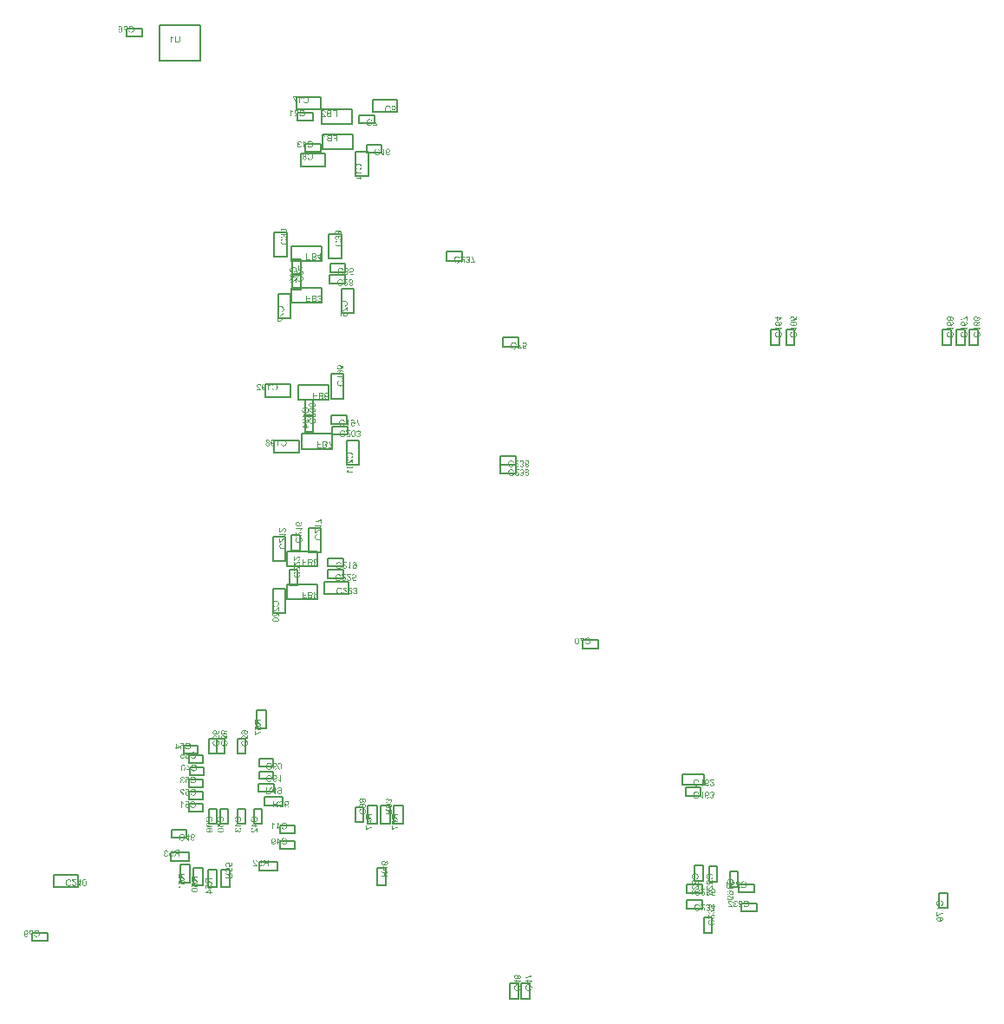
<source format=gbr>
G04*
G04 #@! TF.GenerationSoftware,Altium Limited,Altium Designer,24.2.2 (26)*
G04*
G04 Layer_Color=32896*
%FSLAX25Y25*%
%MOIN*%
G70*
G04*
G04 #@! TF.SameCoordinates,383E0004-DF84-4F77-A050-2B2E5B934949*
G04*
G04*
G04 #@! TF.FilePolarity,Positive*
G04*
G01*
G75*
%ADD12C,0.00787*%
G36*
X125274Y-308313D02*
X125223Y-308386D01*
X125176Y-308451D01*
X125128Y-308506D01*
X125089Y-308557D01*
X125052Y-308593D01*
X125023Y-308623D01*
X125005Y-308641D01*
X124997Y-308648D01*
X124968Y-308670D01*
X124936Y-308695D01*
X124870Y-308735D01*
X124841Y-308750D01*
X124819Y-308765D01*
X124805Y-308772D01*
X124797Y-308775D01*
X124863Y-308786D01*
X124925Y-308797D01*
X124979Y-308815D01*
X125034Y-308830D01*
X125081Y-308848D01*
X125125Y-308870D01*
X125165Y-308888D01*
X125201Y-308906D01*
X125231Y-308928D01*
X125260Y-308946D01*
X125281Y-308961D01*
X125300Y-308976D01*
X125314Y-308986D01*
X125325Y-308997D01*
X125329Y-309001D01*
X125332Y-309005D01*
X125362Y-309041D01*
X125391Y-309078D01*
X125434Y-309154D01*
X125463Y-309230D01*
X125485Y-309303D01*
X125500Y-309365D01*
X125504Y-309390D01*
Y-309416D01*
X125507Y-309434D01*
Y-309449D01*
Y-309456D01*
Y-309460D01*
X125504Y-309536D01*
X125493Y-309605D01*
X125474Y-309671D01*
X125456Y-309725D01*
X125434Y-309773D01*
X125420Y-309809D01*
X125405Y-309831D01*
X125401Y-309835D01*
Y-309838D01*
X125358Y-309896D01*
X125314Y-309947D01*
X125267Y-309991D01*
X125223Y-310024D01*
X125183Y-310049D01*
X125150Y-310064D01*
X125128Y-310075D01*
X125125Y-310079D01*
X125121D01*
X125089Y-310089D01*
X125048Y-310100D01*
X124968Y-310119D01*
X124881Y-310129D01*
X124801Y-310140D01*
X124724Y-310144D01*
X124692D01*
X124663Y-310148D01*
X123494D01*
Y-307629D01*
X123829D01*
Y-308746D01*
X124259D01*
X124299Y-308743D01*
X124328D01*
X124353Y-308739D01*
X124371Y-308735D01*
X124386D01*
X124393Y-308732D01*
X124397D01*
X124455Y-308714D01*
X124481Y-308703D01*
X124503Y-308692D01*
X124524Y-308681D01*
X124539Y-308674D01*
X124546Y-308670D01*
X124550Y-308666D01*
X124579Y-308644D01*
X124608Y-308619D01*
X124663Y-308564D01*
X124688Y-308539D01*
X124706Y-308517D01*
X124717Y-308502D01*
X124721Y-308499D01*
X124757Y-308448D01*
X124797Y-308393D01*
X124837Y-308335D01*
X124877Y-308280D01*
X124910Y-308229D01*
X124936Y-308189D01*
X124947Y-308175D01*
X124954Y-308164D01*
X124961Y-308157D01*
Y-308153D01*
X125292Y-307629D01*
X125707D01*
X125274Y-308313D01*
D02*
G37*
G36*
X126788Y-307589D02*
X126861Y-307600D01*
X126930Y-307614D01*
X126992Y-307632D01*
X127050Y-307658D01*
X127105Y-307683D01*
X127156Y-307709D01*
X127200Y-307738D01*
X127240Y-307767D01*
X127276Y-307793D01*
X127305Y-307822D01*
X127331Y-307844D01*
X127349Y-307862D01*
X127364Y-307876D01*
X127371Y-307887D01*
X127374Y-307891D01*
X127411Y-307938D01*
X127440Y-307989D01*
X127469Y-308036D01*
X127491Y-308087D01*
X127527Y-308186D01*
X127549Y-308280D01*
X127556Y-308320D01*
X127564Y-308360D01*
X127567Y-308393D01*
X127571Y-308422D01*
X127575Y-308448D01*
Y-308466D01*
Y-308477D01*
Y-308481D01*
X127571Y-308546D01*
X127564Y-308608D01*
X127553Y-308670D01*
X127538Y-308724D01*
X127520Y-308775D01*
X127502Y-308826D01*
X127480Y-308870D01*
X127462Y-308910D01*
X127440Y-308946D01*
X127418Y-308979D01*
X127400Y-309005D01*
X127382Y-309030D01*
X127367Y-309048D01*
X127356Y-309059D01*
X127349Y-309067D01*
X127345Y-309070D01*
X127302Y-309110D01*
X127258Y-309147D01*
X127211Y-309176D01*
X127163Y-309201D01*
X127116Y-309227D01*
X127069Y-309245D01*
X126981Y-309270D01*
X126941Y-309281D01*
X126905Y-309289D01*
X126872Y-309292D01*
X126843Y-309296D01*
X126821Y-309299D01*
X126741D01*
X126697Y-309292D01*
X126610Y-309274D01*
X126530Y-309249D01*
X126457Y-309220D01*
X126399Y-309190D01*
X126373Y-309176D01*
X126352Y-309165D01*
X126333Y-309154D01*
X126322Y-309147D01*
X126315Y-309143D01*
X126312Y-309139D01*
X126446Y-309820D01*
X127454D01*
Y-310115D01*
X126202D01*
X125959Y-308819D01*
X126250Y-308779D01*
X126275Y-308819D01*
X126308Y-308852D01*
X126337Y-308885D01*
X126366Y-308910D01*
X126395Y-308928D01*
X126417Y-308946D01*
X126432Y-308954D01*
X126435Y-308957D01*
X126483Y-308979D01*
X126530Y-308997D01*
X126574Y-309008D01*
X126617Y-309019D01*
X126654Y-309023D01*
X126683Y-309027D01*
X126752D01*
X126796Y-309019D01*
X126872Y-309001D01*
X126938Y-308976D01*
X126996Y-308950D01*
X127040Y-308921D01*
X127072Y-308895D01*
X127091Y-308877D01*
X127098Y-308874D01*
Y-308870D01*
X127149Y-308808D01*
X127185Y-308743D01*
X127211Y-308674D01*
X127229Y-308604D01*
X127240Y-308546D01*
X127243Y-308521D01*
Y-308499D01*
X127247Y-308481D01*
Y-308466D01*
Y-308459D01*
Y-308455D01*
Y-308404D01*
X127240Y-308357D01*
X127222Y-308266D01*
X127196Y-308189D01*
X127171Y-308127D01*
X127141Y-308077D01*
X127116Y-308036D01*
X127105Y-308026D01*
X127098Y-308015D01*
X127094Y-308011D01*
X127091Y-308007D01*
X127061Y-307978D01*
X127032Y-307953D01*
X126967Y-307909D01*
X126905Y-307880D01*
X126843Y-307862D01*
X126792Y-307847D01*
X126748Y-307844D01*
X126734Y-307840D01*
X126712D01*
X126643Y-307844D01*
X126581Y-307858D01*
X126526Y-307876D01*
X126483Y-307898D01*
X126443Y-307920D01*
X126414Y-307938D01*
X126399Y-307953D01*
X126392Y-307956D01*
X126348Y-308007D01*
X126312Y-308062D01*
X126282Y-308124D01*
X126261Y-308178D01*
X126246Y-308233D01*
X126235Y-308273D01*
X126232Y-308291D01*
X126228Y-308302D01*
Y-308310D01*
Y-308313D01*
X125904Y-308288D01*
X125911Y-308229D01*
X125922Y-308175D01*
X125955Y-308073D01*
X125995Y-307985D01*
X126017Y-307945D01*
X126039Y-307913D01*
X126057Y-307880D01*
X126079Y-307851D01*
X126097Y-307829D01*
X126115Y-307811D01*
X126129Y-307796D01*
X126137Y-307782D01*
X126144Y-307778D01*
X126148Y-307774D01*
X126191Y-307742D01*
X126235Y-307713D01*
X126282Y-307687D01*
X126330Y-307665D01*
X126421Y-307632D01*
X126512Y-307611D01*
X126552Y-307600D01*
X126592Y-307596D01*
X126625Y-307592D01*
X126654Y-307589D01*
X126679Y-307585D01*
X126712D01*
X126788Y-307589D01*
D02*
G37*
G36*
X128805D02*
X128881Y-307603D01*
X128951Y-307618D01*
X129012Y-307640D01*
X129060Y-307658D01*
X129096Y-307676D01*
X129111Y-307680D01*
X129122Y-307687D01*
X129125Y-307691D01*
X129129D01*
X129191Y-307734D01*
X129249Y-307785D01*
X129296Y-307836D01*
X129336Y-307887D01*
X129369Y-307934D01*
X129391Y-307971D01*
X129398Y-307985D01*
X129405Y-307996D01*
X129409Y-308000D01*
Y-308004D01*
X129446Y-308080D01*
X129471Y-308160D01*
X129489Y-308233D01*
X129500Y-308302D01*
X129511Y-308360D01*
Y-308382D01*
X129515Y-308404D01*
Y-308422D01*
Y-308433D01*
Y-308440D01*
Y-308444D01*
X129511Y-308510D01*
X129504Y-308572D01*
X129493Y-308633D01*
X129482Y-308688D01*
X129464Y-308739D01*
X129446Y-308790D01*
X129427Y-308834D01*
X129405Y-308874D01*
X129384Y-308910D01*
X129366Y-308943D01*
X129347Y-308968D01*
X129329Y-308994D01*
X129318Y-309012D01*
X129307Y-309023D01*
X129300Y-309030D01*
X129296Y-309034D01*
X129256Y-309074D01*
X129213Y-309110D01*
X129165Y-309139D01*
X129122Y-309165D01*
X129078Y-309190D01*
X129034Y-309209D01*
X128951Y-309234D01*
X128914Y-309245D01*
X128878Y-309252D01*
X128849Y-309256D01*
X128820Y-309260D01*
X128798Y-309263D01*
X128769D01*
X128703Y-309260D01*
X128641Y-309249D01*
X128583Y-309238D01*
X128532Y-309223D01*
X128488Y-309205D01*
X128455Y-309194D01*
X128434Y-309183D01*
X128430Y-309179D01*
X128426D01*
X128368Y-309143D01*
X128317Y-309103D01*
X128270Y-309063D01*
X128234Y-309019D01*
X128201Y-308983D01*
X128175Y-308954D01*
X128161Y-308932D01*
X128157Y-308928D01*
Y-308994D01*
X128161Y-309059D01*
X128164Y-309118D01*
X128172Y-309176D01*
X128175Y-309227D01*
X128182Y-309274D01*
X128190Y-309318D01*
X128201Y-309358D01*
X128208Y-309394D01*
X128215Y-309423D01*
X128223Y-309449D01*
X128226Y-309471D01*
X128234Y-309485D01*
X128237Y-309496D01*
X128241Y-309503D01*
Y-309507D01*
X128277Y-309580D01*
X128314Y-309645D01*
X128354Y-309696D01*
X128390Y-309740D01*
X128423Y-309776D01*
X128448Y-309802D01*
X128466Y-309816D01*
X128474Y-309820D01*
X128517Y-309849D01*
X128561Y-309867D01*
X128605Y-309882D01*
X128648Y-309893D01*
X128681Y-309900D01*
X128710Y-309904D01*
X128736D01*
X128801Y-309896D01*
X128863Y-309882D01*
X128914Y-309860D01*
X128962Y-309838D01*
X128998Y-309813D01*
X129023Y-309791D01*
X129038Y-309776D01*
X129045Y-309769D01*
X129071Y-309736D01*
X129096Y-309696D01*
X129118Y-309653D01*
X129132Y-309609D01*
X129147Y-309569D01*
X129158Y-309536D01*
X129162Y-309514D01*
X129165Y-309511D01*
Y-309507D01*
X129475Y-309532D01*
X129453Y-309634D01*
X129420Y-309725D01*
X129384Y-309805D01*
X129344Y-309871D01*
X129304Y-309922D01*
X129289Y-309944D01*
X129271Y-309962D01*
X129260Y-309973D01*
X129249Y-309984D01*
X129245Y-309987D01*
X129242Y-309991D01*
X129205Y-310020D01*
X129165Y-310046D01*
X129085Y-310089D01*
X129005Y-310119D01*
X128929Y-310137D01*
X128859Y-310151D01*
X128830Y-310155D01*
X128805D01*
X128783Y-310159D01*
X128754D01*
X128681Y-310155D01*
X128612Y-310148D01*
X128547Y-310133D01*
X128485Y-310115D01*
X128430Y-310089D01*
X128375Y-310068D01*
X128328Y-310038D01*
X128284Y-310013D01*
X128248Y-309987D01*
X128212Y-309958D01*
X128182Y-309936D01*
X128161Y-309915D01*
X128142Y-309893D01*
X128128Y-309878D01*
X128121Y-309871D01*
X128117Y-309867D01*
X128070Y-309802D01*
X128030Y-309725D01*
X127993Y-309645D01*
X127961Y-309562D01*
X127935Y-309474D01*
X127913Y-309387D01*
X127895Y-309296D01*
X127880Y-309212D01*
X127869Y-309128D01*
X127862Y-309052D01*
X127855Y-308983D01*
X127851Y-308925D01*
Y-308874D01*
X127848Y-308837D01*
Y-308823D01*
Y-308812D01*
Y-308808D01*
Y-308804D01*
X127851Y-308688D01*
X127858Y-308579D01*
X127869Y-308477D01*
X127888Y-308382D01*
X127906Y-308298D01*
X127924Y-308222D01*
X127946Y-308153D01*
X127971Y-308091D01*
X127993Y-308040D01*
X128015Y-307993D01*
X128033Y-307956D01*
X128055Y-307924D01*
X128070Y-307898D01*
X128081Y-307884D01*
X128088Y-307873D01*
X128092Y-307869D01*
X128139Y-307818D01*
X128190Y-307774D01*
X128241Y-307738D01*
X128292Y-307705D01*
X128346Y-307676D01*
X128397Y-307654D01*
X128448Y-307636D01*
X128499Y-307622D01*
X128543Y-307611D01*
X128587Y-307600D01*
X128623Y-307592D01*
X128656Y-307589D01*
X128685D01*
X128703Y-307585D01*
X128721D01*
X128805Y-307589D01*
D02*
G37*
G36*
X66799Y-9635D02*
X66861Y-9639D01*
X66919Y-9650D01*
X66974Y-9660D01*
X67025Y-9675D01*
X67072Y-9690D01*
X67116Y-9708D01*
X67156Y-9726D01*
X67192Y-9744D01*
X67221Y-9762D01*
X67247Y-9777D01*
X67269Y-9792D01*
X67287Y-9802D01*
X67298Y-9813D01*
X67305Y-9817D01*
X67309Y-9821D01*
X67345Y-9857D01*
X67378Y-9897D01*
X67411Y-9941D01*
X67436Y-9984D01*
X67480Y-10072D01*
X67509Y-10159D01*
X67520Y-10199D01*
X67531Y-10239D01*
X67538Y-10272D01*
X67545Y-10301D01*
X67549Y-10327D01*
Y-10345D01*
X67553Y-10356D01*
Y-10359D01*
X67236Y-10392D01*
X67229Y-10308D01*
X67214Y-10236D01*
X67192Y-10170D01*
X67167Y-10119D01*
X67145Y-10075D01*
X67123Y-10046D01*
X67109Y-10028D01*
X67101Y-10021D01*
X67047Y-9977D01*
X66988Y-9944D01*
X66926Y-9919D01*
X66872Y-9904D01*
X66821Y-9893D01*
X66777Y-9890D01*
X66763Y-9886D01*
X66741D01*
X66664Y-9890D01*
X66595Y-9904D01*
X66537Y-9926D01*
X66486Y-9948D01*
X66446Y-9973D01*
X66421Y-9992D01*
X66402Y-10006D01*
X66395Y-10013D01*
X66351Y-10064D01*
X66319Y-10115D01*
X66293Y-10166D01*
X66279Y-10217D01*
X66268Y-10257D01*
X66264Y-10294D01*
X66260Y-10316D01*
Y-10319D01*
Y-10323D01*
X66268Y-10388D01*
X66282Y-10458D01*
X66308Y-10520D01*
X66333Y-10578D01*
X66362Y-10625D01*
X66388Y-10665D01*
X66395Y-10680D01*
X66402Y-10690D01*
X66410Y-10694D01*
Y-10698D01*
X66439Y-10738D01*
X66475Y-10778D01*
X66515Y-10822D01*
X66559Y-10865D01*
X66650Y-10953D01*
X66741Y-11040D01*
X66788Y-11080D01*
X66828Y-11116D01*
X66868Y-11149D01*
X66901Y-11178D01*
X66926Y-11200D01*
X66948Y-11218D01*
X66963Y-11229D01*
X66967Y-11233D01*
X67058Y-11309D01*
X67141Y-11382D01*
X67211Y-11448D01*
X67265Y-11502D01*
X67312Y-11550D01*
X67345Y-11582D01*
X67363Y-11604D01*
X67371Y-11608D01*
Y-11611D01*
X67422Y-11673D01*
X67462Y-11732D01*
X67498Y-11790D01*
X67527Y-11841D01*
X67549Y-11884D01*
X67563Y-11917D01*
X67571Y-11939D01*
X67575Y-11943D01*
Y-11946D01*
X67589Y-11986D01*
X67596Y-12023D01*
X67604Y-12059D01*
X67607Y-12092D01*
X67611Y-12121D01*
Y-12143D01*
Y-12157D01*
Y-12161D01*
X65940D01*
Y-11863D01*
X67181D01*
X67138Y-11801D01*
X67116Y-11775D01*
X67098Y-11750D01*
X67079Y-11728D01*
X67065Y-11713D01*
X67054Y-11703D01*
X67050Y-11699D01*
X67032Y-11681D01*
X67010Y-11662D01*
X66959Y-11615D01*
X66901Y-11560D01*
X66839Y-11506D01*
X66781Y-11459D01*
X66755Y-11437D01*
X66734Y-11415D01*
X66715Y-11400D01*
X66701Y-11389D01*
X66694Y-11382D01*
X66690Y-11378D01*
X66632Y-11327D01*
X66574Y-11280D01*
X66523Y-11233D01*
X66475Y-11193D01*
X66431Y-11153D01*
X66395Y-11116D01*
X66359Y-11084D01*
X66330Y-11055D01*
X66300Y-11025D01*
X66279Y-11004D01*
X66260Y-10985D01*
X66242Y-10967D01*
X66224Y-10945D01*
X66217Y-10938D01*
X66166Y-10876D01*
X66122Y-10822D01*
X66086Y-10767D01*
X66057Y-10723D01*
X66035Y-10683D01*
X66020Y-10654D01*
X66013Y-10636D01*
X66009Y-10629D01*
X65987Y-10574D01*
X65973Y-10520D01*
X65958Y-10469D01*
X65951Y-10425D01*
X65947Y-10385D01*
X65944Y-10356D01*
Y-10337D01*
Y-10330D01*
X65947Y-10276D01*
X65955Y-10225D01*
X65962Y-10174D01*
X65977Y-10130D01*
X66013Y-10043D01*
X66049Y-9973D01*
X66071Y-9941D01*
X66089Y-9915D01*
X66108Y-9890D01*
X66126Y-9871D01*
X66140Y-9857D01*
X66148Y-9842D01*
X66155Y-9839D01*
X66158Y-9835D01*
X66199Y-9799D01*
X66242Y-9766D01*
X66290Y-9741D01*
X66337Y-9719D01*
X66431Y-9682D01*
X66526Y-9657D01*
X66566Y-9650D01*
X66606Y-9642D01*
X66643Y-9639D01*
X66672Y-9635D01*
X66697Y-9631D01*
X66734D01*
X66799Y-9635D01*
D02*
G37*
G36*
X64790D02*
X64859Y-9642D01*
X64925Y-9657D01*
X64986Y-9675D01*
X65041Y-9700D01*
X65096Y-9722D01*
X65143Y-9751D01*
X65187Y-9777D01*
X65223Y-9802D01*
X65259Y-9832D01*
X65289Y-9853D01*
X65310Y-9875D01*
X65329Y-9897D01*
X65343Y-9912D01*
X65350Y-9919D01*
X65354Y-9922D01*
X65401Y-9988D01*
X65441Y-10064D01*
X65478Y-10144D01*
X65511Y-10228D01*
X65536Y-10316D01*
X65558Y-10403D01*
X65576Y-10494D01*
X65591Y-10578D01*
X65602Y-10661D01*
X65609Y-10738D01*
X65616Y-10807D01*
X65620Y-10865D01*
Y-10916D01*
X65623Y-10953D01*
Y-10967D01*
Y-10978D01*
Y-10982D01*
Y-10985D01*
X65620Y-11102D01*
X65613Y-11211D01*
X65602Y-11313D01*
X65583Y-11408D01*
X65565Y-11491D01*
X65547Y-11568D01*
X65525Y-11637D01*
X65500Y-11699D01*
X65478Y-11750D01*
X65456Y-11797D01*
X65438Y-11834D01*
X65416Y-11866D01*
X65401Y-11892D01*
X65390Y-11906D01*
X65383Y-11917D01*
X65380Y-11921D01*
X65332Y-11972D01*
X65281Y-12015D01*
X65230Y-12052D01*
X65179Y-12085D01*
X65125Y-12114D01*
X65074Y-12136D01*
X65023Y-12154D01*
X64972Y-12168D01*
X64928Y-12179D01*
X64885Y-12190D01*
X64848Y-12197D01*
X64815Y-12201D01*
X64786D01*
X64768Y-12205D01*
X64750D01*
X64666Y-12201D01*
X64590Y-12187D01*
X64521Y-12172D01*
X64459Y-12150D01*
X64411Y-12132D01*
X64375Y-12114D01*
X64360Y-12110D01*
X64349Y-12103D01*
X64346Y-12099D01*
X64342D01*
X64280Y-12055D01*
X64222Y-12005D01*
X64175Y-11954D01*
X64135Y-11903D01*
X64102Y-11855D01*
X64080Y-11819D01*
X64073Y-11804D01*
X64065Y-11793D01*
X64062Y-11790D01*
Y-11786D01*
X64025Y-11710D01*
X64000Y-11630D01*
X63982Y-11557D01*
X63971Y-11488D01*
X63960Y-11429D01*
Y-11408D01*
X63956Y-11386D01*
Y-11368D01*
Y-11357D01*
Y-11349D01*
Y-11346D01*
X63960Y-11280D01*
X63967Y-11218D01*
X63978Y-11156D01*
X63989Y-11102D01*
X64007Y-11051D01*
X64025Y-11000D01*
X64044Y-10956D01*
X64065Y-10916D01*
X64087Y-10880D01*
X64106Y-10847D01*
X64124Y-10822D01*
X64142Y-10796D01*
X64153Y-10778D01*
X64164Y-10767D01*
X64171Y-10760D01*
X64175Y-10756D01*
X64215Y-10716D01*
X64258Y-10680D01*
X64306Y-10650D01*
X64349Y-10625D01*
X64393Y-10599D01*
X64437Y-10581D01*
X64521Y-10556D01*
X64557Y-10545D01*
X64593Y-10538D01*
X64622Y-10534D01*
X64652Y-10530D01*
X64673Y-10527D01*
X64702D01*
X64768Y-10530D01*
X64830Y-10541D01*
X64888Y-10552D01*
X64939Y-10567D01*
X64983Y-10585D01*
X65016Y-10596D01*
X65037Y-10607D01*
X65041Y-10610D01*
X65045D01*
X65103Y-10647D01*
X65154Y-10687D01*
X65201Y-10727D01*
X65238Y-10771D01*
X65270Y-10807D01*
X65296Y-10836D01*
X65310Y-10858D01*
X65314Y-10862D01*
Y-10796D01*
X65310Y-10731D01*
X65307Y-10672D01*
X65299Y-10614D01*
X65296Y-10563D01*
X65289Y-10516D01*
X65281Y-10472D01*
X65270Y-10432D01*
X65263Y-10396D01*
X65256Y-10367D01*
X65249Y-10341D01*
X65245Y-10319D01*
X65238Y-10305D01*
X65234Y-10294D01*
X65230Y-10287D01*
Y-10283D01*
X65194Y-10210D01*
X65158Y-10144D01*
X65118Y-10094D01*
X65081Y-10050D01*
X65048Y-10013D01*
X65023Y-9988D01*
X65005Y-9973D01*
X64997Y-9970D01*
X64954Y-9941D01*
X64910Y-9922D01*
X64866Y-9908D01*
X64823Y-9897D01*
X64790Y-9890D01*
X64761Y-9886D01*
X64735D01*
X64670Y-9893D01*
X64608Y-9908D01*
X64557Y-9930D01*
X64510Y-9952D01*
X64473Y-9977D01*
X64448Y-9999D01*
X64433Y-10013D01*
X64426Y-10021D01*
X64400Y-10053D01*
X64375Y-10094D01*
X64353Y-10137D01*
X64338Y-10181D01*
X64324Y-10221D01*
X64313Y-10254D01*
X64309Y-10276D01*
X64306Y-10279D01*
Y-10283D01*
X63996Y-10257D01*
X64018Y-10155D01*
X64051Y-10064D01*
X64087Y-9984D01*
X64127Y-9919D01*
X64167Y-9868D01*
X64182Y-9846D01*
X64200Y-9828D01*
X64211Y-9817D01*
X64222Y-9806D01*
X64226Y-9802D01*
X64229Y-9799D01*
X64266Y-9770D01*
X64306Y-9744D01*
X64386Y-9700D01*
X64466Y-9671D01*
X64542Y-9653D01*
X64612Y-9639D01*
X64641Y-9635D01*
X64666D01*
X64688Y-9631D01*
X64717D01*
X64790Y-9635D01*
D02*
G37*
G36*
X69012Y-9606D02*
X69129Y-9624D01*
X69231Y-9646D01*
X69278Y-9660D01*
X69322Y-9675D01*
X69362Y-9690D01*
X69398Y-9704D01*
X69427Y-9715D01*
X69456Y-9726D01*
X69475Y-9737D01*
X69489Y-9744D01*
X69500Y-9748D01*
X69504Y-9751D01*
X69602Y-9813D01*
X69686Y-9886D01*
X69758Y-9959D01*
X69820Y-10032D01*
X69868Y-10097D01*
X69886Y-10126D01*
X69900Y-10152D01*
X69915Y-10170D01*
X69922Y-10185D01*
X69926Y-10195D01*
X69929Y-10199D01*
X69981Y-10312D01*
X70017Y-10428D01*
X70042Y-10545D01*
X70061Y-10650D01*
X70068Y-10698D01*
X70072Y-10745D01*
X70075Y-10781D01*
Y-10818D01*
X70079Y-10843D01*
Y-10865D01*
Y-10880D01*
Y-10883D01*
X70072Y-11015D01*
X70057Y-11142D01*
X70039Y-11255D01*
X70024Y-11309D01*
X70013Y-11357D01*
X70002Y-11400D01*
X69988Y-11440D01*
X69977Y-11477D01*
X69970Y-11506D01*
X69959Y-11528D01*
X69955Y-11546D01*
X69948Y-11557D01*
Y-11560D01*
X69893Y-11670D01*
X69831Y-11768D01*
X69766Y-11852D01*
X69733Y-11884D01*
X69704Y-11917D01*
X69675Y-11946D01*
X69646Y-11972D01*
X69620Y-11994D01*
X69598Y-12008D01*
X69584Y-12023D01*
X69569Y-12034D01*
X69562Y-12037D01*
X69558Y-12041D01*
X69507Y-12070D01*
X69456Y-12096D01*
X69347Y-12136D01*
X69238Y-12165D01*
X69132Y-12183D01*
X69081Y-12190D01*
X69038Y-12197D01*
X68998Y-12201D01*
X68965D01*
X68936Y-12205D01*
X68896D01*
X68823Y-12201D01*
X68754Y-12194D01*
X68688Y-12187D01*
X68626Y-12172D01*
X68568Y-12154D01*
X68514Y-12136D01*
X68463Y-12117D01*
X68415Y-12096D01*
X68375Y-12077D01*
X68335Y-12059D01*
X68306Y-12041D01*
X68277Y-12023D01*
X68259Y-12008D01*
X68241Y-12001D01*
X68233Y-11994D01*
X68230Y-11990D01*
X68179Y-11946D01*
X68135Y-11903D01*
X68095Y-11852D01*
X68055Y-11801D01*
X67989Y-11699D01*
X67939Y-11597D01*
X67917Y-11550D01*
X67898Y-11506D01*
X67884Y-11466D01*
X67873Y-11433D01*
X67862Y-11404D01*
X67855Y-11382D01*
X67851Y-11368D01*
Y-11364D01*
X68186Y-11280D01*
X68200Y-11338D01*
X68219Y-11393D01*
X68237Y-11444D01*
X68255Y-11491D01*
X68277Y-11535D01*
X68299Y-11571D01*
X68324Y-11608D01*
X68346Y-11641D01*
X68364Y-11670D01*
X68386Y-11692D01*
X68404Y-11713D01*
X68419Y-11732D01*
X68433Y-11743D01*
X68444Y-11753D01*
X68448Y-11757D01*
X68452Y-11761D01*
X68488Y-11790D01*
X68528Y-11812D01*
X68608Y-11852D01*
X68685Y-11881D01*
X68761Y-11899D01*
X68827Y-11914D01*
X68852Y-11917D01*
X68878D01*
X68899Y-11921D01*
X68925D01*
X69009Y-11917D01*
X69089Y-11903D01*
X69161Y-11884D01*
X69227Y-11863D01*
X69278Y-11841D01*
X69300Y-11830D01*
X69318Y-11823D01*
X69333Y-11815D01*
X69344Y-11808D01*
X69351Y-11804D01*
X69354D01*
X69424Y-11753D01*
X69482Y-11699D01*
X69533Y-11637D01*
X69573Y-11579D01*
X69606Y-11528D01*
X69627Y-11484D01*
X69635Y-11466D01*
X69642Y-11455D01*
X69646Y-11448D01*
Y-11444D01*
X69675Y-11349D01*
X69697Y-11255D01*
X69715Y-11160D01*
X69726Y-11073D01*
X69729Y-11033D01*
X69733Y-10996D01*
Y-10964D01*
X69737Y-10938D01*
Y-10916D01*
Y-10898D01*
Y-10887D01*
Y-10883D01*
X69733Y-10789D01*
X69726Y-10701D01*
X69711Y-10621D01*
X69697Y-10549D01*
X69686Y-10487D01*
X69678Y-10461D01*
X69671Y-10439D01*
X69668Y-10421D01*
X69664Y-10410D01*
X69660Y-10403D01*
Y-10399D01*
X69624Y-10316D01*
X69584Y-10239D01*
X69540Y-10177D01*
X69493Y-10123D01*
X69453Y-10079D01*
X69420Y-10050D01*
X69394Y-10032D01*
X69391Y-10024D01*
X69387D01*
X69311Y-9977D01*
X69227Y-9941D01*
X69147Y-9915D01*
X69071Y-9901D01*
X69001Y-9890D01*
X68972Y-9886D01*
X68947D01*
X68928Y-9883D01*
X68899D01*
X68808Y-9886D01*
X68725Y-9901D01*
X68656Y-9922D01*
X68594Y-9944D01*
X68546Y-9970D01*
X68510Y-9988D01*
X68488Y-10003D01*
X68481Y-10010D01*
X68423Y-10064D01*
X68368Y-10126D01*
X68324Y-10192D01*
X68288Y-10257D01*
X68259Y-10316D01*
X68248Y-10345D01*
X68241Y-10367D01*
X68233Y-10385D01*
X68226Y-10399D01*
X68222Y-10407D01*
Y-10410D01*
X67895Y-10334D01*
X67917Y-10268D01*
X67939Y-10210D01*
X67968Y-10155D01*
X67993Y-10101D01*
X68022Y-10053D01*
X68055Y-10010D01*
X68084Y-9966D01*
X68113Y-9930D01*
X68142Y-9901D01*
X68168Y-9871D01*
X68193Y-9846D01*
X68212Y-9828D01*
X68230Y-9810D01*
X68244Y-9799D01*
X68252Y-9795D01*
X68255Y-9792D01*
X68306Y-9759D01*
X68357Y-9726D01*
X68408Y-9700D01*
X68463Y-9679D01*
X68572Y-9646D01*
X68670Y-9624D01*
X68717Y-9613D01*
X68757Y-9609D01*
X68797Y-9606D01*
X68830Y-9602D01*
X68856Y-9599D01*
X68892D01*
X69012Y-9606D01*
D02*
G37*
G36*
X30496Y-357315D02*
X30557Y-357319D01*
X30616Y-357330D01*
X30670Y-357341D01*
X30721Y-357355D01*
X30768Y-357370D01*
X30812Y-357388D01*
X30852Y-357406D01*
X30889Y-357425D01*
X30918Y-357443D01*
X30943Y-357457D01*
X30965Y-357472D01*
X30983Y-357483D01*
X30994Y-357494D01*
X31001Y-357497D01*
X31005Y-357501D01*
X31041Y-357537D01*
X31074Y-357577D01*
X31107Y-357621D01*
X31133Y-357665D01*
X31176Y-357752D01*
X31205Y-357839D01*
X31216Y-357880D01*
X31227Y-357920D01*
X31234Y-357952D01*
X31242Y-357981D01*
X31245Y-358007D01*
Y-358025D01*
X31249Y-358036D01*
Y-358040D01*
X30932Y-358072D01*
X30925Y-357989D01*
X30911Y-357916D01*
X30889Y-357851D01*
X30863Y-357800D01*
X30841Y-357756D01*
X30819Y-357727D01*
X30805Y-357709D01*
X30798Y-357701D01*
X30743Y-357658D01*
X30685Y-357625D01*
X30623Y-357599D01*
X30568Y-357585D01*
X30517Y-357574D01*
X30474Y-357570D01*
X30459Y-357566D01*
X30437D01*
X30361Y-357570D01*
X30292Y-357585D01*
X30233Y-357607D01*
X30182Y-357628D01*
X30143Y-357654D01*
X30117Y-357672D01*
X30099Y-357687D01*
X30092Y-357694D01*
X30048Y-357745D01*
X30015Y-357796D01*
X29990Y-357847D01*
X29975Y-357898D01*
X29964Y-357938D01*
X29960Y-357974D01*
X29957Y-357996D01*
Y-358000D01*
Y-358003D01*
X29964Y-358069D01*
X29979Y-358138D01*
X30004Y-358200D01*
X30030Y-358258D01*
X30059Y-358306D01*
X30084Y-358346D01*
X30092Y-358360D01*
X30099Y-358371D01*
X30106Y-358375D01*
Y-358378D01*
X30135Y-358418D01*
X30172Y-358458D01*
X30212Y-358502D01*
X30255Y-358546D01*
X30346Y-358633D01*
X30437Y-358720D01*
X30485Y-358760D01*
X30525Y-358797D01*
X30565Y-358830D01*
X30597Y-358859D01*
X30623Y-358881D01*
X30645Y-358899D01*
X30659Y-358910D01*
X30663Y-358913D01*
X30754Y-358990D01*
X30838Y-359063D01*
X30907Y-359128D01*
X30961Y-359183D01*
X31009Y-359230D01*
X31041Y-359263D01*
X31060Y-359285D01*
X31067Y-359288D01*
Y-359292D01*
X31118Y-359354D01*
X31158Y-359412D01*
X31194Y-359470D01*
X31223Y-359521D01*
X31245Y-359565D01*
X31260Y-359598D01*
X31267Y-359619D01*
X31271Y-359623D01*
Y-359627D01*
X31285Y-359667D01*
X31293Y-359703D01*
X31300Y-359740D01*
X31304Y-359772D01*
X31307Y-359802D01*
Y-359823D01*
Y-359838D01*
Y-359841D01*
X29636D01*
Y-359543D01*
X30878D01*
X30834Y-359481D01*
X30812Y-359456D01*
X30794Y-359430D01*
X30776Y-359408D01*
X30761Y-359394D01*
X30750Y-359383D01*
X30747Y-359379D01*
X30729Y-359361D01*
X30707Y-359343D01*
X30656Y-359296D01*
X30597Y-359241D01*
X30536Y-359186D01*
X30477Y-359139D01*
X30452Y-359117D01*
X30430Y-359095D01*
X30412Y-359081D01*
X30397Y-359070D01*
X30390Y-359063D01*
X30386Y-359059D01*
X30328Y-359008D01*
X30270Y-358961D01*
X30219Y-358913D01*
X30172Y-358873D01*
X30128Y-358833D01*
X30092Y-358797D01*
X30055Y-358764D01*
X30026Y-358735D01*
X29997Y-358706D01*
X29975Y-358684D01*
X29957Y-358666D01*
X29939Y-358648D01*
X29920Y-358626D01*
X29913Y-358618D01*
X29862Y-358557D01*
X29818Y-358502D01*
X29782Y-358447D01*
X29753Y-358404D01*
X29731Y-358364D01*
X29717Y-358335D01*
X29709Y-358316D01*
X29706Y-358309D01*
X29684Y-358255D01*
X29669Y-358200D01*
X29655Y-358149D01*
X29647Y-358105D01*
X29644Y-358065D01*
X29640Y-358036D01*
Y-358018D01*
Y-358011D01*
X29644Y-357956D01*
X29651Y-357905D01*
X29658Y-357854D01*
X29673Y-357810D01*
X29709Y-357723D01*
X29746Y-357654D01*
X29768Y-357621D01*
X29786Y-357596D01*
X29804Y-357570D01*
X29822Y-357552D01*
X29837Y-357537D01*
X29844Y-357523D01*
X29851Y-357519D01*
X29855Y-357516D01*
X29895Y-357479D01*
X29939Y-357446D01*
X29986Y-357421D01*
X30033Y-357399D01*
X30128Y-357363D01*
X30222Y-357337D01*
X30263Y-357330D01*
X30303Y-357323D01*
X30339Y-357319D01*
X30368Y-357315D01*
X30394Y-357312D01*
X30430D01*
X30496Y-357315D01*
D02*
G37*
G36*
X28577D02*
X28635Y-357323D01*
X28694Y-357334D01*
X28745Y-357348D01*
X28843Y-357388D01*
X28887Y-357406D01*
X28923Y-357428D01*
X28959Y-357454D01*
X28989Y-357472D01*
X29018Y-357494D01*
X29039Y-357512D01*
X29058Y-357526D01*
X29069Y-357537D01*
X29076Y-357545D01*
X29080Y-357548D01*
X29120Y-357592D01*
X29152Y-357643D01*
X29185Y-357690D01*
X29211Y-357741D01*
X29232Y-357796D01*
X29251Y-357847D01*
X29276Y-357942D01*
X29287Y-357989D01*
X29294Y-358029D01*
X29298Y-358069D01*
X29302Y-358102D01*
X29305Y-358127D01*
Y-358145D01*
Y-358160D01*
Y-358163D01*
X29302Y-358233D01*
X29294Y-358295D01*
X29287Y-358356D01*
X29272Y-358415D01*
X29254Y-358466D01*
X29236Y-358517D01*
X29218Y-358560D01*
X29196Y-358600D01*
X29178Y-358637D01*
X29160Y-358669D01*
X29141Y-358695D01*
X29123Y-358720D01*
X29109Y-358739D01*
X29101Y-358750D01*
X29094Y-358757D01*
X29090Y-358760D01*
X29050Y-358801D01*
X29007Y-358833D01*
X28963Y-358866D01*
X28916Y-358892D01*
X28872Y-358913D01*
X28828Y-358931D01*
X28745Y-358957D01*
X28708Y-358968D01*
X28672Y-358975D01*
X28643Y-358979D01*
X28614Y-358982D01*
X28592Y-358986D01*
X28563D01*
X28493Y-358982D01*
X28428Y-358972D01*
X28370Y-358957D01*
X28315Y-358939D01*
X28275Y-358924D01*
X28242Y-358910D01*
X28220Y-358899D01*
X28213Y-358895D01*
X28155Y-358859D01*
X28104Y-358819D01*
X28060Y-358779D01*
X28024Y-358742D01*
X27999Y-358706D01*
X27977Y-358680D01*
X27962Y-358662D01*
X27958Y-358655D01*
Y-358684D01*
Y-358702D01*
Y-358713D01*
Y-358717D01*
X27962Y-358790D01*
X27966Y-358859D01*
X27973Y-358921D01*
X27980Y-358979D01*
X27991Y-359026D01*
X27999Y-359063D01*
X28002Y-359077D01*
Y-359088D01*
X28006Y-359092D01*
Y-359095D01*
X28024Y-359161D01*
X28042Y-359219D01*
X28060Y-359270D01*
X28079Y-359314D01*
X28093Y-359347D01*
X28108Y-359372D01*
X28115Y-359390D01*
X28119Y-359394D01*
X28148Y-359434D01*
X28177Y-359467D01*
X28206Y-359496D01*
X28235Y-359521D01*
X28257Y-359543D01*
X28279Y-359558D01*
X28293Y-359565D01*
X28297Y-359569D01*
X28337Y-359590D01*
X28381Y-359605D01*
X28421Y-359616D01*
X28461Y-359623D01*
X28493Y-359627D01*
X28519Y-359630D01*
X28545D01*
X28603Y-359627D01*
X28657Y-359616D01*
X28705Y-359601D01*
X28745Y-359583D01*
X28774Y-359569D01*
X28799Y-359554D01*
X28814Y-359543D01*
X28817Y-359539D01*
X28854Y-359499D01*
X28883Y-359452D01*
X28909Y-359401D01*
X28927Y-359350D01*
X28941Y-359307D01*
X28952Y-359266D01*
X28956Y-359252D01*
Y-359245D01*
X28959Y-359237D01*
Y-359234D01*
X29258Y-359259D01*
X29236Y-359365D01*
X29207Y-359456D01*
X29171Y-359536D01*
X29134Y-359601D01*
X29098Y-359652D01*
X29080Y-359674D01*
X29065Y-359692D01*
X29054Y-359703D01*
X29043Y-359714D01*
X29039Y-359718D01*
X29036Y-359721D01*
X29000Y-359751D01*
X28959Y-359776D01*
X28879Y-359816D01*
X28799Y-359845D01*
X28723Y-359863D01*
X28654Y-359878D01*
X28625Y-359882D01*
X28599D01*
X28581Y-359885D01*
X28552D01*
X28450Y-359878D01*
X28359Y-359863D01*
X28275Y-359838D01*
X28206Y-359809D01*
X28177Y-359798D01*
X28148Y-359783D01*
X28126Y-359769D01*
X28104Y-359758D01*
X28089Y-359751D01*
X28079Y-359743D01*
X28071Y-359736D01*
X28068D01*
X27995Y-359674D01*
X27929Y-359605D01*
X27878Y-359532D01*
X27835Y-359463D01*
X27798Y-359401D01*
X27784Y-359372D01*
X27773Y-359350D01*
X27766Y-359328D01*
X27758Y-359314D01*
X27755Y-359307D01*
Y-359303D01*
X27736Y-359248D01*
X27718Y-359186D01*
X27693Y-359063D01*
X27674Y-358931D01*
X27664Y-358808D01*
X27656Y-358753D01*
X27653Y-358699D01*
Y-358651D01*
X27649Y-358611D01*
Y-358578D01*
Y-358553D01*
Y-358535D01*
Y-358531D01*
Y-358447D01*
X27653Y-358367D01*
X27660Y-358295D01*
X27667Y-358225D01*
X27674Y-358163D01*
X27682Y-358105D01*
X27693Y-358051D01*
X27704Y-358003D01*
X27715Y-357963D01*
X27722Y-357927D01*
X27733Y-357894D01*
X27740Y-357869D01*
X27747Y-357851D01*
X27755Y-357836D01*
X27758Y-357829D01*
Y-357825D01*
X27802Y-357738D01*
X27849Y-357661D01*
X27904Y-357596D01*
X27951Y-357541D01*
X27999Y-357501D01*
X28035Y-357472D01*
X28049Y-357461D01*
X28060Y-357454D01*
X28064Y-357446D01*
X28068D01*
X28144Y-357403D01*
X28220Y-357370D01*
X28297Y-357345D01*
X28366Y-357330D01*
X28428Y-357319D01*
X28453Y-357315D01*
X28472D01*
X28490Y-357312D01*
X28515D01*
X28577Y-357315D01*
D02*
G37*
G36*
X32709Y-357286D02*
X32825Y-357305D01*
X32927Y-357326D01*
X32974Y-357341D01*
X33018Y-357355D01*
X33058Y-357370D01*
X33094Y-357384D01*
X33124Y-357396D01*
X33153Y-357406D01*
X33171Y-357417D01*
X33185Y-357425D01*
X33196Y-357428D01*
X33200Y-357432D01*
X33298Y-357494D01*
X33382Y-357566D01*
X33455Y-357639D01*
X33517Y-357712D01*
X33564Y-357778D01*
X33582Y-357807D01*
X33597Y-357832D01*
X33611Y-357851D01*
X33619Y-357865D01*
X33622Y-357876D01*
X33626Y-357880D01*
X33677Y-357992D01*
X33713Y-358109D01*
X33739Y-358225D01*
X33757Y-358331D01*
X33764Y-358378D01*
X33768Y-358426D01*
X33771Y-358462D01*
Y-358498D01*
X33775Y-358524D01*
Y-358546D01*
Y-358560D01*
Y-358564D01*
X33768Y-358695D01*
X33753Y-358822D01*
X33735Y-358935D01*
X33721Y-358990D01*
X33710Y-359037D01*
X33699Y-359081D01*
X33684Y-359121D01*
X33673Y-359157D01*
X33666Y-359186D01*
X33655Y-359208D01*
X33651Y-359226D01*
X33644Y-359237D01*
Y-359241D01*
X33590Y-359350D01*
X33528Y-359448D01*
X33462Y-359532D01*
X33429Y-359565D01*
X33400Y-359598D01*
X33371Y-359627D01*
X33342Y-359652D01*
X33316Y-359674D01*
X33295Y-359689D01*
X33280Y-359703D01*
X33266Y-359714D01*
X33258Y-359718D01*
X33255Y-359721D01*
X33204Y-359751D01*
X33153Y-359776D01*
X33044Y-359816D01*
X32934Y-359845D01*
X32829Y-359863D01*
X32778Y-359871D01*
X32734Y-359878D01*
X32694Y-359882D01*
X32661D01*
X32632Y-359885D01*
X32592D01*
X32519Y-359882D01*
X32450Y-359874D01*
X32385Y-359867D01*
X32323Y-359853D01*
X32265Y-359834D01*
X32210Y-359816D01*
X32159Y-359798D01*
X32112Y-359776D01*
X32072Y-359758D01*
X32032Y-359740D01*
X32002Y-359721D01*
X31973Y-359703D01*
X31955Y-359689D01*
X31937Y-359681D01*
X31930Y-359674D01*
X31926Y-359670D01*
X31875Y-359627D01*
X31831Y-359583D01*
X31791Y-359532D01*
X31751Y-359481D01*
X31686Y-359379D01*
X31635Y-359277D01*
X31613Y-359230D01*
X31595Y-359186D01*
X31580Y-359146D01*
X31569Y-359114D01*
X31558Y-359084D01*
X31551Y-359063D01*
X31547Y-359048D01*
Y-359044D01*
X31882Y-358961D01*
X31897Y-359019D01*
X31915Y-359073D01*
X31933Y-359124D01*
X31951Y-359172D01*
X31973Y-359215D01*
X31995Y-359252D01*
X32021Y-359288D01*
X32043Y-359321D01*
X32061Y-359350D01*
X32083Y-359372D01*
X32101Y-359394D01*
X32115Y-359412D01*
X32130Y-359423D01*
X32141Y-359434D01*
X32144Y-359437D01*
X32148Y-359441D01*
X32184Y-359470D01*
X32225Y-359492D01*
X32305Y-359532D01*
X32381Y-359561D01*
X32458Y-359579D01*
X32523Y-359594D01*
X32548Y-359598D01*
X32574D01*
X32596Y-359601D01*
X32621D01*
X32705Y-359598D01*
X32785Y-359583D01*
X32858Y-359565D01*
X32923Y-359543D01*
X32974Y-359521D01*
X32996Y-359510D01*
X33014Y-359503D01*
X33029Y-359496D01*
X33040Y-359489D01*
X33047Y-359485D01*
X33051D01*
X33120Y-359434D01*
X33178Y-359379D01*
X33229Y-359317D01*
X33269Y-359259D01*
X33302Y-359208D01*
X33324Y-359165D01*
X33331Y-359146D01*
X33338Y-359135D01*
X33342Y-359128D01*
Y-359124D01*
X33371Y-359030D01*
X33393Y-358935D01*
X33411Y-358840D01*
X33422Y-358753D01*
X33426Y-358713D01*
X33429Y-358677D01*
Y-358644D01*
X33433Y-358618D01*
Y-358597D01*
Y-358578D01*
Y-358568D01*
Y-358564D01*
X33429Y-358469D01*
X33422Y-358382D01*
X33408Y-358302D01*
X33393Y-358229D01*
X33382Y-358167D01*
X33375Y-358142D01*
X33367Y-358120D01*
X33364Y-358102D01*
X33360Y-358091D01*
X33357Y-358083D01*
Y-358080D01*
X33320Y-357996D01*
X33280Y-357920D01*
X33237Y-357858D01*
X33189Y-357803D01*
X33149Y-357759D01*
X33116Y-357730D01*
X33091Y-357712D01*
X33087Y-357705D01*
X33084D01*
X33007Y-357658D01*
X32923Y-357621D01*
X32843Y-357596D01*
X32767Y-357581D01*
X32698Y-357570D01*
X32669Y-357566D01*
X32643D01*
X32625Y-357563D01*
X32596D01*
X32505Y-357566D01*
X32421Y-357581D01*
X32352Y-357603D01*
X32290Y-357625D01*
X32243Y-357650D01*
X32206Y-357668D01*
X32184Y-357683D01*
X32177Y-357690D01*
X32119Y-357745D01*
X32064Y-357807D01*
X32021Y-357872D01*
X31984Y-357938D01*
X31955Y-357996D01*
X31944Y-358025D01*
X31937Y-358047D01*
X31930Y-358065D01*
X31922Y-358080D01*
X31919Y-358087D01*
Y-358091D01*
X31591Y-358014D01*
X31613Y-357949D01*
X31635Y-357891D01*
X31664Y-357836D01*
X31689Y-357781D01*
X31719Y-357734D01*
X31751Y-357690D01*
X31780Y-357647D01*
X31810Y-357610D01*
X31839Y-357581D01*
X31864Y-357552D01*
X31890Y-357526D01*
X31908Y-357508D01*
X31926Y-357490D01*
X31941Y-357479D01*
X31948Y-357475D01*
X31951Y-357472D01*
X32002Y-357439D01*
X32053Y-357406D01*
X32104Y-357381D01*
X32159Y-357359D01*
X32268Y-357326D01*
X32366Y-357305D01*
X32414Y-357294D01*
X32454Y-357290D01*
X32494Y-357286D01*
X32527Y-357283D01*
X32552Y-357279D01*
X32588D01*
X32709Y-357286D01*
D02*
G37*
G36*
X44957Y-337720D02*
X45026Y-337728D01*
X45091Y-337735D01*
X45153Y-337750D01*
X45211Y-337768D01*
X45266Y-337786D01*
X45317Y-337804D01*
X45364Y-337826D01*
X45404Y-337844D01*
X45444Y-337862D01*
X45474Y-337881D01*
X45503Y-337899D01*
X45521Y-337913D01*
X45539Y-337921D01*
X45546Y-337928D01*
X45550Y-337932D01*
X45601Y-337975D01*
X45645Y-338019D01*
X45685Y-338070D01*
X45725Y-338121D01*
X45790Y-338223D01*
X45841Y-338325D01*
X45863Y-338372D01*
X45881Y-338416D01*
X45896Y-338456D01*
X45907Y-338489D01*
X45917Y-338518D01*
X45925Y-338540D01*
X45928Y-338554D01*
Y-338558D01*
X45594Y-338641D01*
X45579Y-338583D01*
X45561Y-338529D01*
X45543Y-338478D01*
X45524Y-338430D01*
X45503Y-338387D01*
X45481Y-338350D01*
X45455Y-338314D01*
X45433Y-338281D01*
X45415Y-338252D01*
X45393Y-338230D01*
X45375Y-338208D01*
X45361Y-338190D01*
X45346Y-338179D01*
X45335Y-338168D01*
X45331Y-338165D01*
X45328Y-338161D01*
X45292Y-338132D01*
X45251Y-338110D01*
X45171Y-338070D01*
X45095Y-338041D01*
X45019Y-338023D01*
X44953Y-338008D01*
X44927Y-338004D01*
X44902D01*
X44880Y-338001D01*
X44855D01*
X44771Y-338004D01*
X44691Y-338019D01*
X44618Y-338037D01*
X44553Y-338059D01*
X44502Y-338081D01*
X44480Y-338092D01*
X44462Y-338099D01*
X44447Y-338106D01*
X44436Y-338114D01*
X44429Y-338117D01*
X44425D01*
X44356Y-338168D01*
X44298Y-338223D01*
X44247Y-338285D01*
X44207Y-338343D01*
X44174Y-338394D01*
X44152Y-338438D01*
X44145Y-338456D01*
X44138Y-338467D01*
X44134Y-338474D01*
Y-338478D01*
X44105Y-338572D01*
X44083Y-338667D01*
X44065Y-338761D01*
X44054Y-338849D01*
X44050Y-338889D01*
X44047Y-338925D01*
Y-338958D01*
X44043Y-338984D01*
Y-339005D01*
Y-339024D01*
Y-339035D01*
Y-339038D01*
X44047Y-339133D01*
X44054Y-339220D01*
X44068Y-339300D01*
X44083Y-339373D01*
X44094Y-339435D01*
X44101Y-339460D01*
X44109Y-339482D01*
X44112Y-339500D01*
X44116Y-339511D01*
X44119Y-339519D01*
Y-339522D01*
X44156Y-339606D01*
X44196Y-339683D01*
X44240Y-339744D01*
X44287Y-339799D01*
X44327Y-339843D01*
X44360Y-339872D01*
X44385Y-339890D01*
X44389Y-339897D01*
X44392D01*
X44469Y-339945D01*
X44553Y-339981D01*
X44633Y-340006D01*
X44709Y-340021D01*
X44778Y-340032D01*
X44807Y-340036D01*
X44833D01*
X44851Y-340039D01*
X44880D01*
X44971Y-340036D01*
X45055Y-340021D01*
X45124Y-339999D01*
X45186Y-339977D01*
X45233Y-339952D01*
X45270Y-339934D01*
X45292Y-339919D01*
X45299Y-339912D01*
X45357Y-339857D01*
X45412Y-339795D01*
X45455Y-339730D01*
X45492Y-339664D01*
X45521Y-339606D01*
X45532Y-339577D01*
X45539Y-339555D01*
X45546Y-339537D01*
X45554Y-339522D01*
X45557Y-339515D01*
Y-339511D01*
X45885Y-339588D01*
X45863Y-339653D01*
X45841Y-339712D01*
X45812Y-339766D01*
X45786Y-339821D01*
X45757Y-339868D01*
X45725Y-339912D01*
X45695Y-339955D01*
X45666Y-339992D01*
X45637Y-340021D01*
X45612Y-340050D01*
X45586Y-340076D01*
X45568Y-340094D01*
X45550Y-340112D01*
X45535Y-340123D01*
X45528Y-340126D01*
X45524Y-340130D01*
X45474Y-340163D01*
X45423Y-340196D01*
X45372Y-340221D01*
X45317Y-340243D01*
X45208Y-340276D01*
X45110Y-340298D01*
X45062Y-340308D01*
X45022Y-340312D01*
X44982Y-340316D01*
X44949Y-340319D01*
X44924Y-340323D01*
X44887D01*
X44767Y-340316D01*
X44651Y-340298D01*
X44549Y-340276D01*
X44502Y-340261D01*
X44458Y-340247D01*
X44418Y-340232D01*
X44381Y-340217D01*
X44352Y-340207D01*
X44323Y-340196D01*
X44305Y-340185D01*
X44291Y-340177D01*
X44280Y-340174D01*
X44276Y-340170D01*
X44178Y-340108D01*
X44094Y-340036D01*
X44021Y-339963D01*
X43959Y-339890D01*
X43912Y-339824D01*
X43894Y-339795D01*
X43879Y-339770D01*
X43865Y-339752D01*
X43857Y-339737D01*
X43854Y-339726D01*
X43850Y-339722D01*
X43799Y-339610D01*
X43763Y-339493D01*
X43737Y-339377D01*
X43719Y-339271D01*
X43712Y-339224D01*
X43708Y-339177D01*
X43704Y-339140D01*
Y-339104D01*
X43701Y-339078D01*
Y-339056D01*
Y-339042D01*
Y-339038D01*
X43708Y-338907D01*
X43723Y-338780D01*
X43741Y-338667D01*
X43755Y-338612D01*
X43766Y-338565D01*
X43777Y-338521D01*
X43792Y-338481D01*
X43803Y-338445D01*
X43810Y-338416D01*
X43821Y-338394D01*
X43824Y-338376D01*
X43832Y-338365D01*
Y-338361D01*
X43886Y-338252D01*
X43948Y-338154D01*
X44014Y-338070D01*
X44047Y-338037D01*
X44076Y-338004D01*
X44105Y-337975D01*
X44134Y-337950D01*
X44159Y-337928D01*
X44181Y-337913D01*
X44196Y-337899D01*
X44210Y-337888D01*
X44218Y-337884D01*
X44221Y-337881D01*
X44272Y-337852D01*
X44323Y-337826D01*
X44432Y-337786D01*
X44542Y-337757D01*
X44647Y-337739D01*
X44698Y-337731D01*
X44742Y-337724D01*
X44782Y-337720D01*
X44815D01*
X44844Y-337717D01*
X44884D01*
X44957Y-337720D01*
D02*
G37*
G36*
X47839Y-338059D02*
X46598D01*
X46642Y-338121D01*
X46664Y-338146D01*
X46682Y-338172D01*
X46700Y-338194D01*
X46715Y-338208D01*
X46726Y-338219D01*
X46729Y-338223D01*
X46747Y-338241D01*
X46769Y-338259D01*
X46820Y-338306D01*
X46878Y-338361D01*
X46940Y-338416D01*
X46999Y-338463D01*
X47024Y-338485D01*
X47046Y-338507D01*
X47064Y-338521D01*
X47079Y-338532D01*
X47086Y-338540D01*
X47090Y-338543D01*
X47148Y-338594D01*
X47206Y-338641D01*
X47257Y-338689D01*
X47304Y-338729D01*
X47348Y-338769D01*
X47385Y-338805D01*
X47421Y-338838D01*
X47450Y-338867D01*
X47479Y-338896D01*
X47501Y-338918D01*
X47519Y-338936D01*
X47537Y-338954D01*
X47556Y-338976D01*
X47563Y-338984D01*
X47614Y-339045D01*
X47657Y-339100D01*
X47694Y-339155D01*
X47723Y-339198D01*
X47745Y-339238D01*
X47759Y-339267D01*
X47767Y-339286D01*
X47770Y-339293D01*
X47792Y-339348D01*
X47807Y-339402D01*
X47821Y-339453D01*
X47829Y-339497D01*
X47832Y-339537D01*
X47836Y-339566D01*
Y-339584D01*
Y-339591D01*
X47832Y-339646D01*
X47825Y-339697D01*
X47818Y-339748D01*
X47803Y-339792D01*
X47767Y-339879D01*
X47730Y-339948D01*
X47708Y-339981D01*
X47690Y-340006D01*
X47672Y-340032D01*
X47654Y-340050D01*
X47639Y-340065D01*
X47632Y-340079D01*
X47625Y-340083D01*
X47621Y-340087D01*
X47581Y-340123D01*
X47537Y-340156D01*
X47490Y-340181D01*
X47443Y-340203D01*
X47348Y-340239D01*
X47253Y-340265D01*
X47213Y-340272D01*
X47173Y-340279D01*
X47137Y-340283D01*
X47108Y-340287D01*
X47082Y-340290D01*
X47046D01*
X46980Y-340287D01*
X46918Y-340283D01*
X46860Y-340272D01*
X46806Y-340261D01*
X46755Y-340247D01*
X46707Y-340232D01*
X46664Y-340214D01*
X46624Y-340196D01*
X46587Y-340177D01*
X46558Y-340159D01*
X46533Y-340145D01*
X46511Y-340130D01*
X46493Y-340119D01*
X46482Y-340108D01*
X46474Y-340105D01*
X46471Y-340101D01*
X46434Y-340065D01*
X46402Y-340025D01*
X46369Y-339981D01*
X46343Y-339937D01*
X46300Y-339850D01*
X46271Y-339762D01*
X46260Y-339722D01*
X46249Y-339683D01*
X46242Y-339650D01*
X46234Y-339621D01*
X46231Y-339595D01*
Y-339577D01*
X46227Y-339566D01*
Y-339562D01*
X46544Y-339530D01*
X46551Y-339613D01*
X46565Y-339686D01*
X46587Y-339752D01*
X46613Y-339803D01*
X46635Y-339846D01*
X46657Y-339875D01*
X46671Y-339894D01*
X46678Y-339901D01*
X46733Y-339945D01*
X46791Y-339977D01*
X46853Y-340003D01*
X46908Y-340017D01*
X46959Y-340028D01*
X47002Y-340032D01*
X47017Y-340036D01*
X47039D01*
X47115Y-340032D01*
X47184Y-340017D01*
X47243Y-339996D01*
X47293Y-339974D01*
X47333Y-339948D01*
X47359Y-339930D01*
X47377Y-339915D01*
X47385Y-339908D01*
X47428Y-339857D01*
X47461Y-339806D01*
X47486Y-339755D01*
X47501Y-339704D01*
X47512Y-339664D01*
X47515Y-339628D01*
X47519Y-339606D01*
Y-339602D01*
Y-339599D01*
X47512Y-339533D01*
X47497Y-339464D01*
X47472Y-339402D01*
X47446Y-339344D01*
X47417Y-339297D01*
X47392Y-339257D01*
X47385Y-339242D01*
X47377Y-339231D01*
X47370Y-339227D01*
Y-339224D01*
X47341Y-339184D01*
X47304Y-339144D01*
X47264Y-339100D01*
X47221Y-339056D01*
X47130Y-338969D01*
X47039Y-338882D01*
X46991Y-338842D01*
X46951Y-338805D01*
X46911Y-338772D01*
X46878Y-338743D01*
X46853Y-338721D01*
X46831Y-338703D01*
X46817Y-338692D01*
X46813Y-338689D01*
X46722Y-338612D01*
X46638Y-338540D01*
X46569Y-338474D01*
X46514Y-338419D01*
X46467Y-338372D01*
X46434Y-338339D01*
X46416Y-338317D01*
X46409Y-338314D01*
Y-338310D01*
X46358Y-338248D01*
X46318Y-338190D01*
X46281Y-338132D01*
X46252Y-338081D01*
X46231Y-338037D01*
X46216Y-338004D01*
X46209Y-337983D01*
X46205Y-337979D01*
Y-337975D01*
X46191Y-337935D01*
X46183Y-337899D01*
X46176Y-337862D01*
X46172Y-337830D01*
X46169Y-337801D01*
Y-337779D01*
Y-337764D01*
Y-337760D01*
X47839D01*
Y-338059D01*
D02*
G37*
G36*
X49470Y-338365D02*
X49812D01*
Y-338649D01*
X49470D01*
Y-340279D01*
X49219D01*
X48065Y-338649D01*
Y-338365D01*
X49161D01*
Y-337760D01*
X49470D01*
Y-338365D01*
D02*
G37*
G36*
X51050Y-337724D02*
X51141Y-337739D01*
X51217Y-337764D01*
X51283Y-337790D01*
X51337Y-337815D01*
X51356Y-337830D01*
X51374Y-337841D01*
X51389Y-337848D01*
X51399Y-337855D01*
X51403Y-337862D01*
X51407D01*
X51472Y-337924D01*
X51527Y-337990D01*
X51574Y-338063D01*
X51610Y-338128D01*
X51640Y-338190D01*
X51654Y-338215D01*
X51661Y-338241D01*
X51669Y-338259D01*
X51676Y-338274D01*
X51680Y-338281D01*
Y-338285D01*
X51698Y-338339D01*
X51712Y-338394D01*
X51734Y-338510D01*
X51753Y-338631D01*
X51763Y-338747D01*
X51767Y-338798D01*
X51771Y-338845D01*
Y-338889D01*
X51774Y-338929D01*
Y-338958D01*
Y-338984D01*
Y-338998D01*
Y-339002D01*
Y-339071D01*
X51771Y-339137D01*
Y-339195D01*
X51767Y-339253D01*
X51760Y-339304D01*
X51756Y-339355D01*
X51753Y-339399D01*
X51745Y-339439D01*
X51741Y-339475D01*
X51734Y-339508D01*
X51731Y-339533D01*
X51727Y-339555D01*
X51723Y-339573D01*
X51720Y-339584D01*
X51716Y-339591D01*
Y-339595D01*
X51694Y-339675D01*
X51669Y-339748D01*
X51640Y-339810D01*
X51618Y-339864D01*
X51592Y-339912D01*
X51578Y-339945D01*
X51563Y-339963D01*
X51560Y-339970D01*
X51520Y-340025D01*
X51480Y-340072D01*
X51436Y-340112D01*
X51396Y-340148D01*
X51359Y-340174D01*
X51330Y-340192D01*
X51312Y-340203D01*
X51308Y-340207D01*
X51305D01*
X51247Y-340236D01*
X51185Y-340254D01*
X51126Y-340268D01*
X51072Y-340279D01*
X51025Y-340287D01*
X50984Y-340290D01*
X50952D01*
X50853Y-340283D01*
X50762Y-340268D01*
X50686Y-340243D01*
X50620Y-340217D01*
X50566Y-340188D01*
X50544Y-340177D01*
X50526Y-340163D01*
X50511Y-340156D01*
X50500Y-340148D01*
X50497Y-340141D01*
X50493D01*
X50428Y-340083D01*
X50373Y-340014D01*
X50326Y-339945D01*
X50289Y-339879D01*
X50260Y-339817D01*
X50245Y-339792D01*
X50238Y-339766D01*
X50231Y-339748D01*
X50224Y-339733D01*
X50220Y-339726D01*
Y-339722D01*
X50205Y-339668D01*
X50191Y-339613D01*
X50169Y-339493D01*
X50151Y-339373D01*
X50140Y-339260D01*
X50136Y-339206D01*
X50133Y-339158D01*
Y-339115D01*
X50129Y-339075D01*
Y-339045D01*
Y-339020D01*
Y-339005D01*
Y-339002D01*
X50133Y-338874D01*
X50140Y-338754D01*
X50151Y-338645D01*
X50169Y-338543D01*
X50187Y-338449D01*
X50209Y-338365D01*
X50231Y-338288D01*
X50253Y-338223D01*
X50275Y-338165D01*
X50300Y-338114D01*
X50318Y-338070D01*
X50336Y-338037D01*
X50355Y-338008D01*
X50366Y-337990D01*
X50373Y-337979D01*
X50376Y-337975D01*
X50417Y-337932D01*
X50460Y-337892D01*
X50508Y-337855D01*
X50555Y-337826D01*
X50602Y-337801D01*
X50649Y-337779D01*
X50697Y-337764D01*
X50741Y-337750D01*
X50784Y-337739D01*
X50824Y-337731D01*
X50861Y-337724D01*
X50890Y-337720D01*
X50915Y-337717D01*
X50952D01*
X51050Y-337724D01*
D02*
G37*
G36*
X323205Y-121341D02*
X323267Y-121348D01*
X323329Y-121359D01*
X323383Y-121374D01*
X323434Y-121392D01*
X323485Y-121410D01*
X323529Y-121432D01*
X323569Y-121450D01*
X323605Y-121472D01*
X323638Y-121494D01*
X323664Y-121512D01*
X323689Y-121530D01*
X323707Y-121545D01*
X323718Y-121556D01*
X323726Y-121563D01*
X323729Y-121567D01*
X323769Y-121610D01*
X323806Y-121654D01*
X323835Y-121702D01*
X323860Y-121749D01*
X323886Y-121796D01*
X323904Y-121843D01*
X323929Y-121931D01*
X323940Y-121971D01*
X323948Y-122007D01*
X323951Y-122040D01*
X323955Y-122069D01*
X323958Y-122091D01*
Y-122171D01*
X323951Y-122215D01*
X323933Y-122302D01*
X323907Y-122382D01*
X323878Y-122455D01*
X323849Y-122513D01*
X323835Y-122539D01*
X323824Y-122561D01*
X323813Y-122579D01*
X323806Y-122590D01*
X323802Y-122597D01*
X323798Y-122601D01*
X324479Y-122466D01*
Y-121458D01*
X324774D01*
Y-122710D01*
X323478Y-122954D01*
X323438Y-122662D01*
X323478Y-122637D01*
X323511Y-122604D01*
X323544Y-122575D01*
X323569Y-122546D01*
X323587Y-122517D01*
X323605Y-122495D01*
X323613Y-122480D01*
X323616Y-122477D01*
X323638Y-122430D01*
X323656Y-122382D01*
X323667Y-122338D01*
X323678Y-122295D01*
X323682Y-122258D01*
X323686Y-122229D01*
Y-122160D01*
X323678Y-122116D01*
X323660Y-122040D01*
X323635Y-121975D01*
X323609Y-121916D01*
X323580Y-121873D01*
X323554Y-121840D01*
X323536Y-121822D01*
X323533Y-121814D01*
X323529D01*
X323467Y-121763D01*
X323402Y-121727D01*
X323332Y-121702D01*
X323263Y-121683D01*
X323205Y-121672D01*
X323180Y-121669D01*
X323158D01*
X323140Y-121665D01*
X323125D01*
X323118D01*
X323114D01*
X323063D01*
X323016Y-121672D01*
X322925Y-121691D01*
X322848Y-121716D01*
X322786Y-121741D01*
X322735Y-121771D01*
X322695Y-121796D01*
X322685Y-121807D01*
X322674Y-121814D01*
X322670Y-121818D01*
X322666Y-121822D01*
X322637Y-121851D01*
X322612Y-121880D01*
X322568Y-121945D01*
X322539Y-122007D01*
X322521Y-122069D01*
X322506Y-122120D01*
X322502Y-122164D01*
X322499Y-122178D01*
Y-122200D01*
X322502Y-122269D01*
X322517Y-122331D01*
X322535Y-122386D01*
X322557Y-122430D01*
X322579Y-122469D01*
X322597Y-122499D01*
X322612Y-122513D01*
X322615Y-122520D01*
X322666Y-122564D01*
X322721Y-122601D01*
X322783Y-122630D01*
X322837Y-122652D01*
X322892Y-122666D01*
X322932Y-122677D01*
X322950Y-122681D01*
X322961Y-122684D01*
X322968D01*
X322972D01*
X322947Y-123008D01*
X322888Y-123001D01*
X322834Y-122990D01*
X322732Y-122957D01*
X322644Y-122917D01*
X322604Y-122895D01*
X322572Y-122874D01*
X322539Y-122855D01*
X322510Y-122834D01*
X322488Y-122815D01*
X322470Y-122797D01*
X322455Y-122783D01*
X322441Y-122775D01*
X322437Y-122768D01*
X322433Y-122764D01*
X322401Y-122721D01*
X322371Y-122677D01*
X322346Y-122630D01*
X322324Y-122582D01*
X322291Y-122491D01*
X322270Y-122400D01*
X322259Y-122360D01*
X322255Y-122320D01*
X322251Y-122287D01*
X322248Y-122258D01*
X322244Y-122233D01*
Y-122200D01*
X322248Y-122124D01*
X322259Y-122051D01*
X322273Y-121982D01*
X322291Y-121920D01*
X322317Y-121862D01*
X322342Y-121807D01*
X322368Y-121756D01*
X322397Y-121712D01*
X322426Y-121672D01*
X322451Y-121636D01*
X322481Y-121607D01*
X322502Y-121581D01*
X322521Y-121563D01*
X322535Y-121549D01*
X322546Y-121541D01*
X322550Y-121538D01*
X322597Y-121501D01*
X322648Y-121472D01*
X322695Y-121443D01*
X322746Y-121421D01*
X322845Y-121385D01*
X322939Y-121363D01*
X322979Y-121356D01*
X323019Y-121348D01*
X323052Y-121345D01*
X323081Y-121341D01*
X323107Y-121337D01*
X323125D01*
X323136D01*
X323140D01*
X323205Y-121341D01*
D02*
G37*
G36*
X323169Y-123318D02*
X323231Y-123325D01*
X323292Y-123336D01*
X323347Y-123347D01*
X323398Y-123365D01*
X323449Y-123383D01*
X323493Y-123401D01*
X323533Y-123423D01*
X323569Y-123445D01*
X323602Y-123463D01*
X323627Y-123481D01*
X323653Y-123500D01*
X323671Y-123511D01*
X323682Y-123521D01*
X323689Y-123529D01*
X323693Y-123532D01*
X323733Y-123572D01*
X323769Y-123616D01*
X323798Y-123663D01*
X323824Y-123707D01*
X323849Y-123751D01*
X323868Y-123794D01*
X323893Y-123878D01*
X323904Y-123915D01*
X323911Y-123951D01*
X323915Y-123980D01*
X323918Y-124009D01*
X323922Y-124031D01*
Y-124060D01*
X323918Y-124126D01*
X323907Y-124188D01*
X323897Y-124246D01*
X323882Y-124297D01*
X323864Y-124340D01*
X323853Y-124373D01*
X323842Y-124395D01*
X323838Y-124399D01*
Y-124402D01*
X323802Y-124461D01*
X323762Y-124512D01*
X323722Y-124559D01*
X323678Y-124595D01*
X323642Y-124628D01*
X323613Y-124653D01*
X323591Y-124668D01*
X323587Y-124672D01*
X323653D01*
X323718Y-124668D01*
X323777Y-124664D01*
X323835Y-124657D01*
X323886Y-124653D01*
X323933Y-124646D01*
X323977Y-124639D01*
X324017Y-124628D01*
X324053Y-124621D01*
X324082Y-124613D01*
X324108Y-124606D01*
X324130Y-124603D01*
X324144Y-124595D01*
X324155Y-124592D01*
X324162Y-124588D01*
X324166D01*
X324239Y-124552D01*
X324304Y-124515D01*
X324355Y-124475D01*
X324399Y-124439D01*
X324435Y-124406D01*
X324461Y-124381D01*
X324475Y-124362D01*
X324479Y-124355D01*
X324508Y-124311D01*
X324526Y-124268D01*
X324541Y-124224D01*
X324552Y-124180D01*
X324559Y-124148D01*
X324563Y-124118D01*
Y-124093D01*
X324555Y-124027D01*
X324541Y-123966D01*
X324519Y-123915D01*
X324497Y-123867D01*
X324472Y-123831D01*
X324450Y-123805D01*
X324435Y-123791D01*
X324428Y-123784D01*
X324395Y-123758D01*
X324355Y-123733D01*
X324312Y-123711D01*
X324268Y-123696D01*
X324228Y-123682D01*
X324195Y-123671D01*
X324173Y-123667D01*
X324170Y-123663D01*
X324166D01*
X324191Y-123354D01*
X324293Y-123376D01*
X324384Y-123409D01*
X324464Y-123445D01*
X324530Y-123485D01*
X324581Y-123525D01*
X324603Y-123540D01*
X324621Y-123558D01*
X324632Y-123569D01*
X324643Y-123580D01*
X324646Y-123583D01*
X324650Y-123587D01*
X324679Y-123623D01*
X324705Y-123663D01*
X324748Y-123743D01*
X324778Y-123824D01*
X324796Y-123900D01*
X324810Y-123969D01*
X324814Y-123998D01*
Y-124024D01*
X324817Y-124046D01*
Y-124075D01*
X324814Y-124148D01*
X324807Y-124217D01*
X324792Y-124282D01*
X324774Y-124344D01*
X324748Y-124399D01*
X324727Y-124453D01*
X324697Y-124501D01*
X324672Y-124544D01*
X324646Y-124581D01*
X324617Y-124617D01*
X324595Y-124646D01*
X324574Y-124668D01*
X324552Y-124686D01*
X324537Y-124701D01*
X324530Y-124708D01*
X324526Y-124712D01*
X324461Y-124759D01*
X324384Y-124799D01*
X324304Y-124836D01*
X324221Y-124868D01*
X324133Y-124894D01*
X324046Y-124916D01*
X323955Y-124934D01*
X323871Y-124948D01*
X323787Y-124959D01*
X323711Y-124967D01*
X323642Y-124974D01*
X323584Y-124978D01*
X323533D01*
X323496Y-124981D01*
X323482D01*
X323471D01*
X323467D01*
X323463D01*
X323347Y-124978D01*
X323238Y-124970D01*
X323136Y-124959D01*
X323041Y-124941D01*
X322957Y-124923D01*
X322881Y-124905D01*
X322812Y-124883D01*
X322750Y-124857D01*
X322699Y-124836D01*
X322652Y-124814D01*
X322615Y-124795D01*
X322583Y-124774D01*
X322557Y-124759D01*
X322543Y-124748D01*
X322532Y-124741D01*
X322528Y-124737D01*
X322477Y-124690D01*
X322433Y-124639D01*
X322397Y-124588D01*
X322364Y-124537D01*
X322335Y-124482D01*
X322313Y-124432D01*
X322295Y-124381D01*
X322280Y-124330D01*
X322270Y-124286D01*
X322259Y-124242D01*
X322251Y-124206D01*
X322248Y-124173D01*
Y-124144D01*
X322244Y-124126D01*
Y-124108D01*
X322248Y-124024D01*
X322262Y-123947D01*
X322277Y-123878D01*
X322299Y-123816D01*
X322317Y-123769D01*
X322335Y-123733D01*
X322339Y-123718D01*
X322346Y-123707D01*
X322350Y-123704D01*
Y-123700D01*
X322393Y-123638D01*
X322444Y-123580D01*
X322495Y-123532D01*
X322546Y-123492D01*
X322593Y-123460D01*
X322630Y-123438D01*
X322644Y-123431D01*
X322655Y-123423D01*
X322659Y-123420D01*
X322663D01*
X322739Y-123383D01*
X322819Y-123358D01*
X322892Y-123339D01*
X322961Y-123329D01*
X323019Y-123318D01*
X323041D01*
X323063Y-123314D01*
X323081D01*
X323092D01*
X323099D01*
X323103D01*
X323169Y-123318D01*
D02*
G37*
G36*
X324817Y-125960D02*
X324756Y-125997D01*
X324697Y-126037D01*
X324639Y-126084D01*
X324588Y-126128D01*
X324545Y-126171D01*
X324508Y-126204D01*
X324497Y-126219D01*
X324486Y-126230D01*
X324483Y-126233D01*
X324479Y-126237D01*
X324417Y-126313D01*
X324359Y-126390D01*
X324308Y-126463D01*
X324268Y-126535D01*
X324232Y-126597D01*
X324217Y-126623D01*
X324206Y-126645D01*
X324195Y-126663D01*
X324191Y-126677D01*
X324184Y-126685D01*
Y-126688D01*
X323886D01*
X323907Y-126634D01*
X323933Y-126579D01*
X323958Y-126524D01*
X323984Y-126473D01*
X324006Y-126430D01*
X324024Y-126393D01*
X324039Y-126372D01*
X324042Y-126368D01*
Y-126364D01*
X324082Y-126299D01*
X324122Y-126241D01*
X324159Y-126190D01*
X324191Y-126150D01*
X324217Y-126113D01*
X324239Y-126091D01*
X324253Y-126073D01*
X324257Y-126069D01*
X322288D01*
Y-125760D01*
X324817D01*
Y-125960D01*
D02*
G37*
G36*
X323169Y-127544D02*
X323110Y-127558D01*
X323056Y-127576D01*
X323005Y-127595D01*
X322957Y-127613D01*
X322914Y-127635D01*
X322877Y-127656D01*
X322841Y-127682D01*
X322808Y-127704D01*
X322779Y-127722D01*
X322757Y-127744D01*
X322735Y-127762D01*
X322717Y-127777D01*
X322706Y-127791D01*
X322695Y-127802D01*
X322692Y-127806D01*
X322688Y-127809D01*
X322659Y-127846D01*
X322637Y-127886D01*
X322597Y-127966D01*
X322568Y-128042D01*
X322550Y-128119D01*
X322535Y-128184D01*
X322532Y-128210D01*
Y-128235D01*
X322528Y-128257D01*
Y-128283D01*
X322532Y-128366D01*
X322546Y-128446D01*
X322564Y-128519D01*
X322586Y-128585D01*
X322608Y-128636D01*
X322619Y-128657D01*
X322626Y-128676D01*
X322634Y-128690D01*
X322641Y-128701D01*
X322644Y-128709D01*
Y-128712D01*
X322695Y-128781D01*
X322750Y-128840D01*
X322812Y-128891D01*
X322870Y-128930D01*
X322921Y-128963D01*
X322965Y-128985D01*
X322983Y-128992D01*
X322994Y-129000D01*
X323001Y-129003D01*
X323005D01*
X323099Y-129032D01*
X323194Y-129054D01*
X323289Y-129072D01*
X323376Y-129083D01*
X323416Y-129087D01*
X323452Y-129091D01*
X323485D01*
X323511Y-129094D01*
X323533D01*
X323551D01*
X323562D01*
X323565D01*
X323660Y-129091D01*
X323747Y-129083D01*
X323827Y-129069D01*
X323900Y-129054D01*
X323962Y-129043D01*
X323988Y-129036D01*
X324009Y-129029D01*
X324028Y-129025D01*
X324039Y-129022D01*
X324046Y-129018D01*
X324049D01*
X324133Y-128981D01*
X324210Y-128941D01*
X324271Y-128898D01*
X324326Y-128850D01*
X324370Y-128810D01*
X324399Y-128778D01*
X324417Y-128752D01*
X324424Y-128749D01*
Y-128745D01*
X324472Y-128668D01*
X324508Y-128585D01*
X324534Y-128505D01*
X324548Y-128428D01*
X324559Y-128359D01*
X324563Y-128330D01*
Y-128304D01*
X324566Y-128286D01*
Y-128257D01*
X324563Y-128166D01*
X324548Y-128082D01*
X324526Y-128013D01*
X324504Y-127951D01*
X324479Y-127904D01*
X324461Y-127868D01*
X324446Y-127846D01*
X324439Y-127839D01*
X324384Y-127780D01*
X324323Y-127726D01*
X324257Y-127682D01*
X324191Y-127646D01*
X324133Y-127617D01*
X324104Y-127606D01*
X324082Y-127598D01*
X324064Y-127591D01*
X324049Y-127584D01*
X324042Y-127580D01*
X324039D01*
X324115Y-127252D01*
X324181Y-127274D01*
X324239Y-127296D01*
X324293Y-127325D01*
X324348Y-127351D01*
X324395Y-127380D01*
X324439Y-127413D01*
X324483Y-127442D01*
X324519Y-127471D01*
X324548Y-127500D01*
X324577Y-127525D01*
X324603Y-127551D01*
X324621Y-127569D01*
X324639Y-127587D01*
X324650Y-127602D01*
X324654Y-127609D01*
X324657Y-127613D01*
X324690Y-127664D01*
X324723Y-127715D01*
X324748Y-127766D01*
X324770Y-127820D01*
X324803Y-127929D01*
X324825Y-128028D01*
X324836Y-128075D01*
X324839Y-128115D01*
X324843Y-128155D01*
X324847Y-128188D01*
X324850Y-128213D01*
Y-128250D01*
X324843Y-128370D01*
X324825Y-128486D01*
X324803Y-128588D01*
X324788Y-128636D01*
X324774Y-128679D01*
X324759Y-128719D01*
X324745Y-128756D01*
X324734Y-128785D01*
X324723Y-128814D01*
X324712Y-128832D01*
X324705Y-128847D01*
X324701Y-128858D01*
X324697Y-128861D01*
X324636Y-128960D01*
X324563Y-129043D01*
X324490Y-129116D01*
X324417Y-129178D01*
X324352Y-129225D01*
X324323Y-129244D01*
X324297Y-129258D01*
X324279Y-129273D01*
X324264Y-129280D01*
X324253Y-129284D01*
X324250Y-129287D01*
X324137Y-129338D01*
X324020Y-129375D01*
X323904Y-129400D01*
X323798Y-129418D01*
X323751Y-129426D01*
X323704Y-129429D01*
X323667Y-129433D01*
X323631D01*
X323605Y-129437D01*
X323584D01*
X323569D01*
X323565D01*
X323434Y-129429D01*
X323307Y-129415D01*
X323194Y-129396D01*
X323140Y-129382D01*
X323092Y-129371D01*
X323048Y-129360D01*
X323008Y-129346D01*
X322972Y-129335D01*
X322943Y-129327D01*
X322921Y-129316D01*
X322903Y-129313D01*
X322892Y-129305D01*
X322888D01*
X322779Y-129251D01*
X322681Y-129189D01*
X322597Y-129123D01*
X322564Y-129091D01*
X322532Y-129062D01*
X322502Y-129032D01*
X322477Y-129003D01*
X322455Y-128978D01*
X322441Y-128956D01*
X322426Y-128941D01*
X322415Y-128927D01*
X322411Y-128920D01*
X322408Y-128916D01*
X322379Y-128865D01*
X322353Y-128814D01*
X322313Y-128705D01*
X322284Y-128596D01*
X322266Y-128490D01*
X322259Y-128439D01*
X322251Y-128395D01*
X322248Y-128355D01*
Y-128323D01*
X322244Y-128294D01*
Y-128253D01*
X322248Y-128181D01*
X322255Y-128112D01*
X322262Y-128046D01*
X322277Y-127984D01*
X322295Y-127926D01*
X322313Y-127871D01*
X322331Y-127820D01*
X322353Y-127773D01*
X322371Y-127733D01*
X322390Y-127693D01*
X322408Y-127664D01*
X322426Y-127635D01*
X322441Y-127617D01*
X322448Y-127598D01*
X322455Y-127591D01*
X322459Y-127587D01*
X322502Y-127536D01*
X322546Y-127493D01*
X322597Y-127453D01*
X322648Y-127413D01*
X322750Y-127347D01*
X322852Y-127296D01*
X322899Y-127274D01*
X322943Y-127256D01*
X322983Y-127242D01*
X323016Y-127231D01*
X323045Y-127220D01*
X323067Y-127212D01*
X323081Y-127209D01*
X323085D01*
X323169Y-127544D01*
D02*
G37*
G36*
X393641Y-121359D02*
X393703Y-121367D01*
X393765Y-121378D01*
X393819Y-121388D01*
X393870Y-121407D01*
X393921Y-121425D01*
X393965Y-121443D01*
X394005Y-121465D01*
X394041Y-121487D01*
X394074Y-121505D01*
X394100Y-121523D01*
X394125Y-121541D01*
X394143Y-121552D01*
X394154Y-121563D01*
X394162Y-121571D01*
X394165Y-121574D01*
X394205Y-121614D01*
X394242Y-121658D01*
X394271Y-121705D01*
X394296Y-121749D01*
X394322Y-121792D01*
X394340Y-121836D01*
X394365Y-121920D01*
X394376Y-121956D01*
X394384Y-121993D01*
X394387Y-122022D01*
X394391Y-122051D01*
X394394Y-122073D01*
Y-122102D01*
X394391Y-122167D01*
X394380Y-122229D01*
X394369Y-122287D01*
X394355Y-122338D01*
X394336Y-122382D01*
X394325Y-122415D01*
X394314Y-122437D01*
X394311Y-122440D01*
Y-122444D01*
X394274Y-122502D01*
X394234Y-122553D01*
X394194Y-122601D01*
X394151Y-122637D01*
X394114Y-122670D01*
X394085Y-122695D01*
X394063Y-122710D01*
X394060Y-122713D01*
X394125D01*
X394191Y-122710D01*
X394249Y-122706D01*
X394307Y-122699D01*
X394358Y-122695D01*
X394405Y-122688D01*
X394449Y-122681D01*
X394489Y-122670D01*
X394526Y-122662D01*
X394555Y-122655D01*
X394580Y-122648D01*
X394602Y-122644D01*
X394617Y-122637D01*
X394627Y-122633D01*
X394635Y-122630D01*
X394638D01*
X394711Y-122593D01*
X394777Y-122557D01*
X394828Y-122517D01*
X394871Y-122480D01*
X394908Y-122448D01*
X394933Y-122422D01*
X394948Y-122404D01*
X394951Y-122397D01*
X394981Y-122353D01*
X394999Y-122309D01*
X395013Y-122266D01*
X395024Y-122222D01*
X395031Y-122189D01*
X395035Y-122160D01*
Y-122135D01*
X395028Y-122069D01*
X395013Y-122007D01*
X394991Y-121956D01*
X394970Y-121909D01*
X394944Y-121873D01*
X394922Y-121847D01*
X394908Y-121833D01*
X394900Y-121825D01*
X394868Y-121800D01*
X394828Y-121774D01*
X394784Y-121752D01*
X394740Y-121738D01*
X394700Y-121723D01*
X394668Y-121712D01*
X394646Y-121709D01*
X394642Y-121705D01*
X394638D01*
X394664Y-121396D01*
X394766Y-121418D01*
X394857Y-121450D01*
X394937Y-121487D01*
X395002Y-121527D01*
X395053Y-121567D01*
X395075Y-121581D01*
X395093Y-121600D01*
X395104Y-121610D01*
X395115Y-121621D01*
X395119Y-121625D01*
X395123Y-121629D01*
X395152Y-121665D01*
X395177Y-121705D01*
X395221Y-121785D01*
X395250Y-121865D01*
X395268Y-121942D01*
X395283Y-122011D01*
X395286Y-122040D01*
Y-122065D01*
X395290Y-122087D01*
Y-122116D01*
X395286Y-122189D01*
X395279Y-122258D01*
X395265Y-122324D01*
X395246Y-122386D01*
X395221Y-122440D01*
X395199Y-122495D01*
X395170Y-122542D01*
X395144Y-122586D01*
X395119Y-122622D01*
X395090Y-122659D01*
X395068Y-122688D01*
X395046Y-122710D01*
X395024Y-122728D01*
X395010Y-122742D01*
X395002Y-122750D01*
X394999Y-122753D01*
X394933Y-122801D01*
X394857Y-122841D01*
X394777Y-122877D01*
X394693Y-122910D01*
X394606Y-122935D01*
X394518Y-122957D01*
X394427Y-122976D01*
X394344Y-122990D01*
X394260Y-123001D01*
X394183Y-123008D01*
X394114Y-123015D01*
X394056Y-123019D01*
X394005D01*
X393969Y-123023D01*
X393954D01*
X393943D01*
X393939D01*
X393936D01*
X393819Y-123019D01*
X393710Y-123012D01*
X393608Y-123001D01*
X393514Y-122983D01*
X393430Y-122965D01*
X393354Y-122946D01*
X393284Y-122924D01*
X393222Y-122899D01*
X393172Y-122877D01*
X393124Y-122855D01*
X393088Y-122837D01*
X393055Y-122815D01*
X393029Y-122801D01*
X393015Y-122790D01*
X393004Y-122783D01*
X393000Y-122779D01*
X392949Y-122732D01*
X392906Y-122681D01*
X392869Y-122630D01*
X392837Y-122579D01*
X392808Y-122524D01*
X392786Y-122473D01*
X392767Y-122422D01*
X392753Y-122371D01*
X392742Y-122328D01*
X392731Y-122284D01*
X392724Y-122248D01*
X392720Y-122215D01*
Y-122186D01*
X392717Y-122167D01*
Y-122149D01*
X392720Y-122065D01*
X392735Y-121989D01*
X392749Y-121920D01*
X392771Y-121858D01*
X392789Y-121811D01*
X392808Y-121774D01*
X392811Y-121760D01*
X392818Y-121749D01*
X392822Y-121745D01*
Y-121741D01*
X392866Y-121680D01*
X392917Y-121621D01*
X392968Y-121574D01*
X393019Y-121534D01*
X393066Y-121501D01*
X393102Y-121479D01*
X393117Y-121472D01*
X393128Y-121465D01*
X393131Y-121461D01*
X393135D01*
X393212Y-121425D01*
X393292Y-121399D01*
X393364Y-121381D01*
X393434Y-121370D01*
X393492Y-121359D01*
X393514D01*
X393535Y-121356D01*
X393554D01*
X393565D01*
X393572D01*
X393576D01*
X393641Y-121359D01*
D02*
G37*
G36*
Y-123318D02*
X393703Y-123325D01*
X393765Y-123336D01*
X393819Y-123347D01*
X393870Y-123365D01*
X393921Y-123383D01*
X393965Y-123401D01*
X394005Y-123423D01*
X394041Y-123445D01*
X394074Y-123463D01*
X394100Y-123481D01*
X394125Y-123500D01*
X394143Y-123511D01*
X394154Y-123521D01*
X394162Y-123529D01*
X394165Y-123532D01*
X394205Y-123573D01*
X394242Y-123616D01*
X394271Y-123663D01*
X394296Y-123707D01*
X394322Y-123751D01*
X394340Y-123794D01*
X394365Y-123878D01*
X394376Y-123915D01*
X394384Y-123951D01*
X394387Y-123980D01*
X394391Y-124009D01*
X394394Y-124031D01*
Y-124060D01*
X394391Y-124126D01*
X394380Y-124188D01*
X394369Y-124246D01*
X394355Y-124297D01*
X394336Y-124340D01*
X394325Y-124373D01*
X394314Y-124395D01*
X394311Y-124399D01*
Y-124402D01*
X394274Y-124461D01*
X394234Y-124512D01*
X394194Y-124559D01*
X394151Y-124595D01*
X394114Y-124628D01*
X394085Y-124653D01*
X394063Y-124668D01*
X394060Y-124672D01*
X394125D01*
X394191Y-124668D01*
X394249Y-124664D01*
X394307Y-124657D01*
X394358Y-124653D01*
X394405Y-124646D01*
X394449Y-124639D01*
X394489Y-124628D01*
X394526Y-124621D01*
X394555Y-124613D01*
X394580Y-124606D01*
X394602Y-124603D01*
X394617Y-124595D01*
X394627Y-124592D01*
X394635Y-124588D01*
X394638D01*
X394711Y-124552D01*
X394777Y-124515D01*
X394828Y-124475D01*
X394871Y-124439D01*
X394908Y-124406D01*
X394933Y-124381D01*
X394948Y-124362D01*
X394951Y-124355D01*
X394981Y-124311D01*
X394999Y-124268D01*
X395013Y-124224D01*
X395024Y-124180D01*
X395031Y-124148D01*
X395035Y-124118D01*
Y-124093D01*
X395028Y-124027D01*
X395013Y-123966D01*
X394991Y-123915D01*
X394970Y-123867D01*
X394944Y-123831D01*
X394922Y-123805D01*
X394908Y-123791D01*
X394900Y-123784D01*
X394868Y-123758D01*
X394828Y-123733D01*
X394784Y-123711D01*
X394740Y-123696D01*
X394700Y-123682D01*
X394668Y-123671D01*
X394646Y-123667D01*
X394642Y-123663D01*
X394638D01*
X394664Y-123354D01*
X394766Y-123376D01*
X394857Y-123409D01*
X394937Y-123445D01*
X395002Y-123485D01*
X395053Y-123525D01*
X395075Y-123540D01*
X395093Y-123558D01*
X395104Y-123569D01*
X395115Y-123580D01*
X395119Y-123583D01*
X395123Y-123587D01*
X395152Y-123623D01*
X395177Y-123663D01*
X395221Y-123743D01*
X395250Y-123824D01*
X395268Y-123900D01*
X395283Y-123969D01*
X395286Y-123998D01*
Y-124024D01*
X395290Y-124046D01*
Y-124075D01*
X395286Y-124148D01*
X395279Y-124217D01*
X395265Y-124282D01*
X395246Y-124344D01*
X395221Y-124399D01*
X395199Y-124453D01*
X395170Y-124501D01*
X395144Y-124544D01*
X395119Y-124581D01*
X395090Y-124617D01*
X395068Y-124646D01*
X395046Y-124668D01*
X395024Y-124686D01*
X395010Y-124701D01*
X395002Y-124708D01*
X394999Y-124712D01*
X394933Y-124759D01*
X394857Y-124799D01*
X394777Y-124836D01*
X394693Y-124868D01*
X394606Y-124894D01*
X394518Y-124916D01*
X394427Y-124934D01*
X394344Y-124948D01*
X394260Y-124959D01*
X394183Y-124967D01*
X394114Y-124974D01*
X394056Y-124978D01*
X394005D01*
X393969Y-124981D01*
X393954D01*
X393943D01*
X393939D01*
X393936D01*
X393819Y-124978D01*
X393710Y-124970D01*
X393608Y-124959D01*
X393514Y-124941D01*
X393430Y-124923D01*
X393354Y-124905D01*
X393284Y-124883D01*
X393222Y-124857D01*
X393172Y-124836D01*
X393124Y-124814D01*
X393088Y-124795D01*
X393055Y-124774D01*
X393029Y-124759D01*
X393015Y-124748D01*
X393004Y-124741D01*
X393000Y-124737D01*
X392949Y-124690D01*
X392906Y-124639D01*
X392869Y-124588D01*
X392837Y-124537D01*
X392808Y-124482D01*
X392786Y-124432D01*
X392767Y-124381D01*
X392753Y-124330D01*
X392742Y-124286D01*
X392731Y-124242D01*
X392724Y-124206D01*
X392720Y-124173D01*
Y-124144D01*
X392717Y-124126D01*
Y-124108D01*
X392720Y-124024D01*
X392735Y-123947D01*
X392749Y-123878D01*
X392771Y-123816D01*
X392789Y-123769D01*
X392808Y-123733D01*
X392811Y-123718D01*
X392818Y-123707D01*
X392822Y-123704D01*
Y-123700D01*
X392866Y-123638D01*
X392917Y-123580D01*
X392968Y-123532D01*
X393019Y-123492D01*
X393066Y-123460D01*
X393102Y-123438D01*
X393117Y-123431D01*
X393128Y-123423D01*
X393131Y-123420D01*
X393135D01*
X393212Y-123383D01*
X393292Y-123358D01*
X393364Y-123339D01*
X393434Y-123329D01*
X393492Y-123318D01*
X393514D01*
X393535Y-123314D01*
X393554D01*
X393565D01*
X393572D01*
X393576D01*
X393641Y-123318D01*
D02*
G37*
G36*
X395290Y-125960D02*
X395228Y-125997D01*
X395170Y-126037D01*
X395112Y-126084D01*
X395061Y-126128D01*
X395017Y-126171D01*
X394981Y-126204D01*
X394970Y-126219D01*
X394959Y-126230D01*
X394955Y-126233D01*
X394951Y-126237D01*
X394890Y-126313D01*
X394831Y-126390D01*
X394780Y-126463D01*
X394740Y-126535D01*
X394704Y-126597D01*
X394689Y-126623D01*
X394678Y-126645D01*
X394668Y-126663D01*
X394664Y-126677D01*
X394657Y-126685D01*
Y-126688D01*
X394358D01*
X394380Y-126634D01*
X394405Y-126579D01*
X394431Y-126524D01*
X394456Y-126473D01*
X394478Y-126430D01*
X394496Y-126393D01*
X394511Y-126372D01*
X394515Y-126368D01*
Y-126364D01*
X394555Y-126299D01*
X394595Y-126241D01*
X394631Y-126190D01*
X394664Y-126150D01*
X394689Y-126113D01*
X394711Y-126091D01*
X394726Y-126073D01*
X394729Y-126069D01*
X392760D01*
Y-125760D01*
X395290D01*
Y-125960D01*
D02*
G37*
G36*
X393641Y-127544D02*
X393583Y-127558D01*
X393528Y-127576D01*
X393477Y-127595D01*
X393430Y-127613D01*
X393386Y-127635D01*
X393350Y-127656D01*
X393313Y-127682D01*
X393281Y-127704D01*
X393252Y-127722D01*
X393230Y-127744D01*
X393208Y-127762D01*
X393190Y-127777D01*
X393179Y-127791D01*
X393168Y-127802D01*
X393164Y-127806D01*
X393161Y-127809D01*
X393131Y-127846D01*
X393110Y-127886D01*
X393070Y-127966D01*
X393040Y-128042D01*
X393022Y-128119D01*
X393008Y-128184D01*
X393004Y-128210D01*
Y-128235D01*
X393000Y-128257D01*
Y-128283D01*
X393004Y-128366D01*
X393019Y-128446D01*
X393037Y-128519D01*
X393059Y-128585D01*
X393080Y-128636D01*
X393091Y-128657D01*
X393099Y-128676D01*
X393106Y-128690D01*
X393113Y-128701D01*
X393117Y-128709D01*
Y-128712D01*
X393168Y-128781D01*
X393222Y-128840D01*
X393284Y-128891D01*
X393343Y-128930D01*
X393393Y-128963D01*
X393437Y-128985D01*
X393455Y-128992D01*
X393466Y-129000D01*
X393474Y-129003D01*
X393477D01*
X393572Y-129032D01*
X393667Y-129054D01*
X393761Y-129072D01*
X393848Y-129083D01*
X393889Y-129087D01*
X393925Y-129091D01*
X393958D01*
X393983Y-129094D01*
X394005D01*
X394023D01*
X394034D01*
X394038D01*
X394132Y-129091D01*
X394220Y-129083D01*
X394300Y-129069D01*
X394373Y-129054D01*
X394435Y-129043D01*
X394460Y-129036D01*
X394482Y-129029D01*
X394500Y-129025D01*
X394511Y-129022D01*
X394518Y-129018D01*
X394522D01*
X394606Y-128981D01*
X394682Y-128942D01*
X394744Y-128898D01*
X394799Y-128850D01*
X394842Y-128810D01*
X394871Y-128778D01*
X394890Y-128752D01*
X394897Y-128749D01*
Y-128745D01*
X394944Y-128668D01*
X394981Y-128585D01*
X395006Y-128505D01*
X395021Y-128428D01*
X395031Y-128359D01*
X395035Y-128330D01*
Y-128304D01*
X395039Y-128286D01*
Y-128257D01*
X395035Y-128166D01*
X395021Y-128082D01*
X394999Y-128013D01*
X394977Y-127951D01*
X394951Y-127904D01*
X394933Y-127868D01*
X394919Y-127846D01*
X394911Y-127839D01*
X394857Y-127780D01*
X394795Y-127726D01*
X394729Y-127682D01*
X394664Y-127646D01*
X394606Y-127617D01*
X394577Y-127606D01*
X394555Y-127598D01*
X394536Y-127591D01*
X394522Y-127584D01*
X394515Y-127580D01*
X394511D01*
X394587Y-127252D01*
X394653Y-127274D01*
X394711Y-127296D01*
X394766Y-127325D01*
X394820Y-127351D01*
X394868Y-127380D01*
X394911Y-127413D01*
X394955Y-127442D01*
X394991Y-127471D01*
X395021Y-127500D01*
X395050Y-127525D01*
X395075Y-127551D01*
X395093Y-127569D01*
X395112Y-127587D01*
X395123Y-127602D01*
X395126Y-127609D01*
X395130Y-127613D01*
X395163Y-127664D01*
X395195Y-127715D01*
X395221Y-127766D01*
X395243Y-127820D01*
X395275Y-127929D01*
X395297Y-128028D01*
X395308Y-128075D01*
X395312Y-128115D01*
X395315Y-128155D01*
X395319Y-128188D01*
X395323Y-128213D01*
Y-128250D01*
X395315Y-128370D01*
X395297Y-128486D01*
X395275Y-128588D01*
X395261Y-128636D01*
X395246Y-128679D01*
X395232Y-128719D01*
X395217Y-128756D01*
X395206Y-128785D01*
X395195Y-128814D01*
X395184Y-128832D01*
X395177Y-128847D01*
X395174Y-128858D01*
X395170Y-128861D01*
X395108Y-128960D01*
X395035Y-129043D01*
X394962Y-129116D01*
X394890Y-129178D01*
X394824Y-129225D01*
X394795Y-129244D01*
X394769Y-129258D01*
X394751Y-129273D01*
X394737Y-129280D01*
X394726Y-129284D01*
X394722Y-129287D01*
X394609Y-129338D01*
X394493Y-129375D01*
X394376Y-129400D01*
X394271Y-129418D01*
X394223Y-129426D01*
X394176Y-129429D01*
X394140Y-129433D01*
X394103D01*
X394078Y-129437D01*
X394056D01*
X394041D01*
X394038D01*
X393907Y-129429D01*
X393779Y-129415D01*
X393667Y-129396D01*
X393612Y-129382D01*
X393565Y-129371D01*
X393521Y-129360D01*
X393481Y-129346D01*
X393444Y-129335D01*
X393415Y-129327D01*
X393393Y-129316D01*
X393375Y-129313D01*
X393364Y-129305D01*
X393361D01*
X393252Y-129251D01*
X393153Y-129189D01*
X393070Y-129123D01*
X393037Y-129091D01*
X393004Y-129062D01*
X392975Y-129032D01*
X392949Y-129003D01*
X392928Y-128978D01*
X392913Y-128956D01*
X392899Y-128942D01*
X392888Y-128927D01*
X392884Y-128920D01*
X392880Y-128916D01*
X392851Y-128865D01*
X392826Y-128814D01*
X392786Y-128705D01*
X392757Y-128596D01*
X392738Y-128490D01*
X392731Y-128439D01*
X392724Y-128395D01*
X392720Y-128355D01*
Y-128323D01*
X392717Y-128294D01*
Y-128253D01*
X392720Y-128181D01*
X392727Y-128112D01*
X392735Y-128046D01*
X392749Y-127984D01*
X392767Y-127926D01*
X392786Y-127871D01*
X392804Y-127820D01*
X392826Y-127773D01*
X392844Y-127733D01*
X392862Y-127693D01*
X392880Y-127664D01*
X392899Y-127635D01*
X392913Y-127617D01*
X392920Y-127598D01*
X392928Y-127591D01*
X392931Y-127587D01*
X392975Y-127536D01*
X393019Y-127493D01*
X393070Y-127453D01*
X393121Y-127413D01*
X393222Y-127347D01*
X393324Y-127296D01*
X393372Y-127274D01*
X393415Y-127256D01*
X393455Y-127242D01*
X393488Y-127231D01*
X393517Y-127220D01*
X393539Y-127212D01*
X393554Y-127209D01*
X393557D01*
X393641Y-127544D01*
D02*
G37*
G36*
X383325Y-121356D02*
X383401Y-121370D01*
X383470Y-121392D01*
X383529Y-121414D01*
X383576Y-121436D01*
X383612Y-121458D01*
X383634Y-121472D01*
X383638Y-121476D01*
X383641D01*
X383700Y-121527D01*
X383751Y-121581D01*
X383791Y-121640D01*
X383827Y-121694D01*
X383853Y-121745D01*
X383871Y-121789D01*
X383878Y-121803D01*
X383882Y-121814D01*
X383885Y-121822D01*
Y-121825D01*
X383914Y-121760D01*
X383947Y-121705D01*
X383980Y-121658D01*
X384013Y-121618D01*
X384042Y-121589D01*
X384064Y-121567D01*
X384078Y-121552D01*
X384085Y-121549D01*
X384137Y-121516D01*
X384187Y-121494D01*
X384238Y-121476D01*
X384289Y-121465D01*
X384329Y-121458D01*
X384362Y-121454D01*
X384384D01*
X384388D01*
X384391D01*
X384442Y-121458D01*
X384489Y-121461D01*
X384580Y-121487D01*
X384661Y-121519D01*
X384730Y-121556D01*
X384784Y-121592D01*
X384806Y-121610D01*
X384828Y-121625D01*
X384843Y-121640D01*
X384854Y-121651D01*
X384857Y-121654D01*
X384861Y-121658D01*
X384894Y-121698D01*
X384926Y-121738D01*
X384952Y-121782D01*
X384974Y-121825D01*
X385006Y-121913D01*
X385028Y-122000D01*
X385039Y-122036D01*
X385043Y-122073D01*
X385047Y-122106D01*
X385050Y-122135D01*
X385054Y-122157D01*
Y-122189D01*
X385050Y-122248D01*
X385047Y-122306D01*
X385025Y-122408D01*
X385010Y-122455D01*
X384996Y-122499D01*
X384977Y-122539D01*
X384959Y-122575D01*
X384941Y-122604D01*
X384923Y-122633D01*
X384908Y-122659D01*
X384894Y-122677D01*
X384883Y-122692D01*
X384872Y-122703D01*
X384868Y-122710D01*
X384864Y-122713D01*
X384828Y-122746D01*
X384792Y-122779D01*
X384752Y-122804D01*
X384712Y-122826D01*
X384635Y-122863D01*
X384562Y-122885D01*
X384501Y-122899D01*
X384471Y-122903D01*
X384450Y-122906D01*
X384428Y-122910D01*
X384413D01*
X384406D01*
X384402D01*
X384337Y-122906D01*
X384275Y-122895D01*
X384220Y-122881D01*
X384173Y-122863D01*
X384137Y-122848D01*
X384107Y-122834D01*
X384093Y-122823D01*
X384085Y-122819D01*
X384042Y-122779D01*
X384002Y-122735D01*
X383965Y-122688D01*
X383936Y-122641D01*
X383914Y-122597D01*
X383900Y-122564D01*
X383893Y-122550D01*
X383889Y-122539D01*
X383885Y-122535D01*
Y-122531D01*
X383860Y-122615D01*
X383827Y-122684D01*
X383787Y-122746D01*
X383751Y-122797D01*
X383714Y-122837D01*
X383685Y-122866D01*
X383667Y-122881D01*
X383663Y-122888D01*
X383660D01*
X383594Y-122928D01*
X383525Y-122961D01*
X383459Y-122983D01*
X383394Y-122997D01*
X383336Y-123005D01*
X383310Y-123008D01*
X383288D01*
X383274Y-123012D01*
X383259D01*
X383252D01*
X383248D01*
X383190Y-123008D01*
X383132Y-123001D01*
X383077Y-122990D01*
X383023Y-122976D01*
X382932Y-122939D01*
X382888Y-122921D01*
X382852Y-122899D01*
X382815Y-122877D01*
X382786Y-122859D01*
X382761Y-122837D01*
X382739Y-122823D01*
X382720Y-122808D01*
X382710Y-122797D01*
X382702Y-122790D01*
X382699Y-122786D01*
X382659Y-122742D01*
X382626Y-122695D01*
X382597Y-122644D01*
X382571Y-122593D01*
X382553Y-122546D01*
X382535Y-122495D01*
X382509Y-122397D01*
X382499Y-122353D01*
X382491Y-122313D01*
X382488Y-122277D01*
X382484Y-122244D01*
X382480Y-122218D01*
Y-122182D01*
X382484Y-122113D01*
X382491Y-122051D01*
X382502Y-121989D01*
X382513Y-121931D01*
X382531Y-121880D01*
X382549Y-121829D01*
X382568Y-121782D01*
X382590Y-121741D01*
X382611Y-121705D01*
X382629Y-121672D01*
X382648Y-121647D01*
X382666Y-121621D01*
X382677Y-121603D01*
X382688Y-121592D01*
X382695Y-121585D01*
X382699Y-121581D01*
X382742Y-121541D01*
X382786Y-121505D01*
X382830Y-121476D01*
X382877Y-121450D01*
X382921Y-121425D01*
X382968Y-121407D01*
X383052Y-121381D01*
X383092Y-121370D01*
X383128Y-121363D01*
X383161Y-121359D01*
X383186Y-121356D01*
X383208Y-121352D01*
X383226D01*
X383237D01*
X383241D01*
X383325Y-121356D01*
D02*
G37*
G36*
X383405Y-123318D02*
X383467Y-123325D01*
X383529Y-123336D01*
X383583Y-123347D01*
X383634Y-123365D01*
X383685Y-123383D01*
X383729Y-123401D01*
X383769Y-123423D01*
X383805Y-123445D01*
X383838Y-123463D01*
X383863Y-123481D01*
X383889Y-123500D01*
X383907Y-123511D01*
X383918Y-123521D01*
X383925Y-123529D01*
X383929Y-123532D01*
X383969Y-123572D01*
X384005Y-123616D01*
X384034Y-123663D01*
X384060Y-123707D01*
X384085Y-123751D01*
X384104Y-123794D01*
X384129Y-123878D01*
X384140Y-123915D01*
X384147Y-123951D01*
X384151Y-123980D01*
X384155Y-124009D01*
X384158Y-124031D01*
Y-124060D01*
X384155Y-124126D01*
X384144Y-124188D01*
X384133Y-124246D01*
X384118Y-124297D01*
X384100Y-124340D01*
X384089Y-124373D01*
X384078Y-124395D01*
X384075Y-124399D01*
Y-124402D01*
X384038Y-124461D01*
X383998Y-124512D01*
X383958Y-124559D01*
X383914Y-124595D01*
X383878Y-124628D01*
X383849Y-124653D01*
X383827Y-124668D01*
X383823Y-124672D01*
X383889D01*
X383955Y-124668D01*
X384013Y-124664D01*
X384071Y-124657D01*
X384122Y-124653D01*
X384169Y-124646D01*
X384213Y-124639D01*
X384253Y-124628D01*
X384289Y-124621D01*
X384318Y-124613D01*
X384344Y-124606D01*
X384366Y-124603D01*
X384380Y-124595D01*
X384391Y-124592D01*
X384399Y-124588D01*
X384402D01*
X384475Y-124552D01*
X384541Y-124515D01*
X384592Y-124475D01*
X384635Y-124439D01*
X384671Y-124406D01*
X384697Y-124381D01*
X384712Y-124362D01*
X384715Y-124355D01*
X384744Y-124311D01*
X384763Y-124268D01*
X384777Y-124224D01*
X384788Y-124180D01*
X384795Y-124148D01*
X384799Y-124118D01*
Y-124093D01*
X384792Y-124027D01*
X384777Y-123966D01*
X384755Y-123915D01*
X384733Y-123867D01*
X384708Y-123831D01*
X384686Y-123805D01*
X384671Y-123791D01*
X384664Y-123784D01*
X384631Y-123758D01*
X384592Y-123733D01*
X384548Y-123711D01*
X384504Y-123696D01*
X384464Y-123682D01*
X384431Y-123671D01*
X384409Y-123667D01*
X384406Y-123663D01*
X384402D01*
X384428Y-123354D01*
X384530Y-123376D01*
X384621Y-123409D01*
X384701Y-123445D01*
X384766Y-123485D01*
X384817Y-123525D01*
X384839Y-123540D01*
X384857Y-123558D01*
X384868Y-123569D01*
X384879Y-123580D01*
X384883Y-123583D01*
X384886Y-123587D01*
X384915Y-123623D01*
X384941Y-123663D01*
X384985Y-123743D01*
X385014Y-123824D01*
X385032Y-123900D01*
X385047Y-123969D01*
X385050Y-123998D01*
Y-124024D01*
X385054Y-124046D01*
Y-124075D01*
X385050Y-124148D01*
X385043Y-124217D01*
X385028Y-124282D01*
X385010Y-124344D01*
X384985Y-124399D01*
X384963Y-124453D01*
X384934Y-124501D01*
X384908Y-124544D01*
X384883Y-124581D01*
X384854Y-124617D01*
X384832Y-124646D01*
X384810Y-124668D01*
X384788Y-124686D01*
X384773Y-124701D01*
X384766Y-124708D01*
X384763Y-124712D01*
X384697Y-124759D01*
X384621Y-124799D01*
X384541Y-124836D01*
X384457Y-124868D01*
X384369Y-124894D01*
X384282Y-124916D01*
X384191Y-124934D01*
X384107Y-124948D01*
X384024Y-124959D01*
X383947Y-124967D01*
X383878Y-124974D01*
X383820Y-124978D01*
X383769D01*
X383732Y-124981D01*
X383718D01*
X383707D01*
X383703D01*
X383700D01*
X383583Y-124978D01*
X383474Y-124970D01*
X383372Y-124959D01*
X383277Y-124941D01*
X383194Y-124923D01*
X383117Y-124905D01*
X383048Y-124883D01*
X382986Y-124857D01*
X382935Y-124836D01*
X382888Y-124814D01*
X382852Y-124795D01*
X382819Y-124774D01*
X382793Y-124759D01*
X382779Y-124748D01*
X382768Y-124741D01*
X382764Y-124737D01*
X382713Y-124690D01*
X382669Y-124639D01*
X382633Y-124588D01*
X382600Y-124537D01*
X382571Y-124482D01*
X382549Y-124432D01*
X382531Y-124381D01*
X382517Y-124330D01*
X382506Y-124286D01*
X382495Y-124242D01*
X382488Y-124206D01*
X382484Y-124173D01*
Y-124144D01*
X382480Y-124126D01*
Y-124108D01*
X382484Y-124024D01*
X382499Y-123947D01*
X382513Y-123878D01*
X382535Y-123816D01*
X382553Y-123769D01*
X382571Y-123733D01*
X382575Y-123718D01*
X382582Y-123707D01*
X382586Y-123704D01*
Y-123700D01*
X382629Y-123638D01*
X382681Y-123580D01*
X382731Y-123532D01*
X382782Y-123492D01*
X382830Y-123460D01*
X382866Y-123438D01*
X382881Y-123431D01*
X382892Y-123423D01*
X382895Y-123420D01*
X382899D01*
X382975Y-123383D01*
X383055Y-123358D01*
X383128Y-123339D01*
X383197Y-123329D01*
X383256Y-123318D01*
X383277D01*
X383299Y-123314D01*
X383317D01*
X383328D01*
X383336D01*
X383339D01*
X383405Y-123318D01*
D02*
G37*
G36*
X385054Y-125960D02*
X384992Y-125997D01*
X384934Y-126037D01*
X384875Y-126084D01*
X384824Y-126128D01*
X384781Y-126171D01*
X384744Y-126204D01*
X384733Y-126219D01*
X384722Y-126230D01*
X384719Y-126233D01*
X384715Y-126237D01*
X384653Y-126313D01*
X384595Y-126390D01*
X384544Y-126463D01*
X384504Y-126535D01*
X384468Y-126597D01*
X384453Y-126623D01*
X384442Y-126645D01*
X384431Y-126663D01*
X384428Y-126677D01*
X384420Y-126685D01*
Y-126688D01*
X384122D01*
X384144Y-126634D01*
X384169Y-126579D01*
X384195Y-126524D01*
X384220Y-126473D01*
X384242Y-126430D01*
X384260Y-126393D01*
X384275Y-126372D01*
X384278Y-126368D01*
Y-126364D01*
X384318Y-126299D01*
X384359Y-126241D01*
X384395Y-126190D01*
X384428Y-126150D01*
X384453Y-126113D01*
X384475Y-126091D01*
X384489Y-126073D01*
X384493Y-126069D01*
X382524D01*
Y-125760D01*
X385054D01*
Y-125960D01*
D02*
G37*
G36*
X383405Y-127544D02*
X383347Y-127558D01*
X383292Y-127576D01*
X383241Y-127595D01*
X383194Y-127613D01*
X383150Y-127635D01*
X383114Y-127656D01*
X383077Y-127682D01*
X383045Y-127704D01*
X383015Y-127722D01*
X382994Y-127744D01*
X382972Y-127762D01*
X382954Y-127777D01*
X382943Y-127791D01*
X382932Y-127802D01*
X382928Y-127806D01*
X382924Y-127809D01*
X382895Y-127846D01*
X382873Y-127886D01*
X382833Y-127966D01*
X382804Y-128042D01*
X382786Y-128119D01*
X382771Y-128184D01*
X382768Y-128210D01*
Y-128235D01*
X382764Y-128257D01*
Y-128283D01*
X382768Y-128366D01*
X382782Y-128446D01*
X382801Y-128519D01*
X382822Y-128585D01*
X382844Y-128636D01*
X382855Y-128657D01*
X382862Y-128676D01*
X382870Y-128690D01*
X382877Y-128701D01*
X382881Y-128709D01*
Y-128712D01*
X382932Y-128781D01*
X382986Y-128840D01*
X383048Y-128891D01*
X383106Y-128930D01*
X383157Y-128963D01*
X383201Y-128985D01*
X383219Y-128992D01*
X383230Y-129000D01*
X383237Y-129003D01*
X383241D01*
X383336Y-129032D01*
X383430Y-129054D01*
X383525Y-129072D01*
X383612Y-129083D01*
X383652Y-129087D01*
X383689Y-129091D01*
X383721D01*
X383747Y-129094D01*
X383769D01*
X383787D01*
X383798D01*
X383802D01*
X383896Y-129091D01*
X383984Y-129083D01*
X384064Y-129069D01*
X384137Y-129054D01*
X384198Y-129043D01*
X384224Y-129036D01*
X384246Y-129029D01*
X384264Y-129025D01*
X384275Y-129022D01*
X384282Y-129018D01*
X384286D01*
X384369Y-128981D01*
X384446Y-128941D01*
X384508Y-128898D01*
X384562Y-128850D01*
X384606Y-128810D01*
X384635Y-128778D01*
X384653Y-128752D01*
X384661Y-128749D01*
Y-128745D01*
X384708Y-128668D01*
X384744Y-128585D01*
X384770Y-128505D01*
X384784Y-128428D01*
X384795Y-128359D01*
X384799Y-128330D01*
Y-128304D01*
X384803Y-128286D01*
Y-128257D01*
X384799Y-128166D01*
X384784Y-128082D01*
X384763Y-128013D01*
X384741Y-127951D01*
X384715Y-127904D01*
X384697Y-127868D01*
X384682Y-127846D01*
X384675Y-127839D01*
X384621Y-127780D01*
X384559Y-127726D01*
X384493Y-127682D01*
X384428Y-127646D01*
X384369Y-127617D01*
X384340Y-127606D01*
X384318Y-127598D01*
X384300Y-127591D01*
X384286Y-127584D01*
X384278Y-127580D01*
X384275D01*
X384351Y-127252D01*
X384417Y-127274D01*
X384475Y-127296D01*
X384530Y-127325D01*
X384584Y-127351D01*
X384631Y-127380D01*
X384675Y-127413D01*
X384719Y-127442D01*
X384755Y-127471D01*
X384784Y-127500D01*
X384813Y-127525D01*
X384839Y-127551D01*
X384857Y-127569D01*
X384875Y-127587D01*
X384886Y-127602D01*
X384890Y-127609D01*
X384894Y-127613D01*
X384926Y-127664D01*
X384959Y-127715D01*
X384985Y-127766D01*
X385006Y-127820D01*
X385039Y-127929D01*
X385061Y-128028D01*
X385072Y-128075D01*
X385076Y-128115D01*
X385079Y-128155D01*
X385083Y-128188D01*
X385086Y-128213D01*
Y-128250D01*
X385079Y-128370D01*
X385061Y-128486D01*
X385039Y-128588D01*
X385025Y-128636D01*
X385010Y-128679D01*
X384996Y-128719D01*
X384981Y-128756D01*
X384970Y-128785D01*
X384959Y-128814D01*
X384948Y-128832D01*
X384941Y-128847D01*
X384937Y-128858D01*
X384934Y-128861D01*
X384872Y-128960D01*
X384799Y-129043D01*
X384726Y-129116D01*
X384653Y-129178D01*
X384588Y-129225D01*
X384559Y-129244D01*
X384533Y-129258D01*
X384515Y-129273D01*
X384501Y-129280D01*
X384489Y-129284D01*
X384486Y-129287D01*
X384373Y-129338D01*
X384257Y-129375D01*
X384140Y-129400D01*
X384034Y-129418D01*
X383987Y-129426D01*
X383940Y-129429D01*
X383904Y-129433D01*
X383867D01*
X383842Y-129437D01*
X383820D01*
X383805D01*
X383802D01*
X383670Y-129429D01*
X383543Y-129415D01*
X383430Y-129396D01*
X383376Y-129382D01*
X383328Y-129371D01*
X383285Y-129360D01*
X383245Y-129346D01*
X383208Y-129335D01*
X383179Y-129327D01*
X383157Y-129316D01*
X383139Y-129313D01*
X383128Y-129305D01*
X383124D01*
X383015Y-129251D01*
X382917Y-129189D01*
X382833Y-129123D01*
X382801Y-129091D01*
X382768Y-129062D01*
X382739Y-129032D01*
X382713Y-129003D01*
X382691Y-128978D01*
X382677Y-128956D01*
X382662Y-128941D01*
X382651Y-128927D01*
X382648Y-128920D01*
X382644Y-128916D01*
X382615Y-128865D01*
X382590Y-128814D01*
X382549Y-128705D01*
X382520Y-128596D01*
X382502Y-128490D01*
X382495Y-128439D01*
X382488Y-128395D01*
X382484Y-128355D01*
Y-128323D01*
X382480Y-128294D01*
Y-128253D01*
X382484Y-128181D01*
X382491Y-128112D01*
X382499Y-128046D01*
X382513Y-127984D01*
X382531Y-127926D01*
X382549Y-127871D01*
X382568Y-127820D01*
X382590Y-127773D01*
X382608Y-127733D01*
X382626Y-127693D01*
X382644Y-127664D01*
X382662Y-127635D01*
X382677Y-127617D01*
X382684Y-127598D01*
X382691Y-127591D01*
X382695Y-127587D01*
X382739Y-127536D01*
X382782Y-127493D01*
X382833Y-127453D01*
X382884Y-127413D01*
X382986Y-127347D01*
X383088Y-127296D01*
X383136Y-127274D01*
X383179Y-127256D01*
X383219Y-127242D01*
X383252Y-127231D01*
X383281Y-127220D01*
X383303Y-127212D01*
X383317Y-127209D01*
X383321D01*
X383405Y-127544D01*
D02*
G37*
G36*
X390325Y-122986D02*
X390026D01*
Y-121752D01*
X389921Y-121840D01*
X389808Y-121923D01*
X389699Y-121996D01*
X389593Y-122065D01*
X389546Y-122095D01*
X389502Y-122120D01*
X389462Y-122146D01*
X389430Y-122164D01*
X389401Y-122178D01*
X389382Y-122189D01*
X389368Y-122196D01*
X389364Y-122200D01*
X389218Y-122273D01*
X389073Y-122338D01*
X388934Y-122393D01*
X388873Y-122415D01*
X388811Y-122437D01*
X388756Y-122459D01*
X388705Y-122473D01*
X388662Y-122488D01*
X388625Y-122499D01*
X388592Y-122510D01*
X388570Y-122517D01*
X388556Y-122520D01*
X388552D01*
X388403Y-122557D01*
X388330Y-122571D01*
X388265Y-122582D01*
X388203Y-122593D01*
X388141Y-122604D01*
X388090Y-122611D01*
X388039Y-122619D01*
X387995Y-122622D01*
X387955Y-122626D01*
X387919Y-122630D01*
X387890D01*
X387868Y-122633D01*
X387854D01*
X387842D01*
X387839D01*
Y-122317D01*
X387977Y-122306D01*
X388105Y-122287D01*
X388221Y-122269D01*
X388276Y-122258D01*
X388327Y-122248D01*
X388370Y-122240D01*
X388410Y-122229D01*
X388447Y-122222D01*
X388476Y-122215D01*
X388498Y-122207D01*
X388516Y-122204D01*
X388527Y-122200D01*
X388530D01*
X388698Y-122146D01*
X388855Y-122087D01*
X388931Y-122058D01*
X389004Y-122029D01*
X389069Y-121996D01*
X389135Y-121967D01*
X389193Y-121942D01*
X389244Y-121916D01*
X389288Y-121894D01*
X389328Y-121876D01*
X389360Y-121858D01*
X389382Y-121847D01*
X389397Y-121840D01*
X389401Y-121836D01*
X389477Y-121792D01*
X389553Y-121749D01*
X389622Y-121705D01*
X389688Y-121661D01*
X389746Y-121621D01*
X389805Y-121581D01*
X389856Y-121541D01*
X389899Y-121509D01*
X389943Y-121476D01*
X389979Y-121447D01*
X390008Y-121418D01*
X390034Y-121396D01*
X390056Y-121381D01*
X390070Y-121367D01*
X390077Y-121359D01*
X390081Y-121356D01*
X390325D01*
Y-122986D01*
D02*
G37*
G36*
X388720Y-123318D02*
X388782Y-123325D01*
X388843Y-123336D01*
X388898Y-123347D01*
X388949Y-123365D01*
X389000Y-123383D01*
X389044Y-123401D01*
X389084Y-123423D01*
X389120Y-123445D01*
X389153Y-123463D01*
X389178Y-123481D01*
X389204Y-123500D01*
X389222Y-123511D01*
X389233Y-123521D01*
X389240Y-123529D01*
X389244Y-123532D01*
X389284Y-123572D01*
X389320Y-123616D01*
X389350Y-123663D01*
X389375Y-123707D01*
X389401Y-123751D01*
X389419Y-123794D01*
X389444Y-123878D01*
X389455Y-123915D01*
X389462Y-123951D01*
X389466Y-123980D01*
X389470Y-124009D01*
X389473Y-124031D01*
Y-124060D01*
X389470Y-124126D01*
X389459Y-124188D01*
X389448Y-124246D01*
X389433Y-124297D01*
X389415Y-124340D01*
X389404Y-124373D01*
X389393Y-124395D01*
X389389Y-124399D01*
Y-124402D01*
X389353Y-124461D01*
X389313Y-124512D01*
X389273Y-124559D01*
X389229Y-124595D01*
X389193Y-124628D01*
X389164Y-124653D01*
X389142Y-124668D01*
X389138Y-124672D01*
X389204D01*
X389269Y-124668D01*
X389328Y-124664D01*
X389386Y-124657D01*
X389437Y-124653D01*
X389484Y-124646D01*
X389528Y-124639D01*
X389568Y-124628D01*
X389604Y-124621D01*
X389633Y-124613D01*
X389659Y-124606D01*
X389681Y-124603D01*
X389695Y-124595D01*
X389706Y-124592D01*
X389714Y-124588D01*
X389717D01*
X389790Y-124552D01*
X389856Y-124515D01*
X389906Y-124475D01*
X389950Y-124439D01*
X389986Y-124406D01*
X390012Y-124381D01*
X390026Y-124362D01*
X390030Y-124355D01*
X390059Y-124311D01*
X390077Y-124268D01*
X390092Y-124224D01*
X390103Y-124180D01*
X390110Y-124148D01*
X390114Y-124118D01*
Y-124093D01*
X390107Y-124027D01*
X390092Y-123966D01*
X390070Y-123915D01*
X390048Y-123867D01*
X390023Y-123831D01*
X390001Y-123805D01*
X389986Y-123791D01*
X389979Y-123784D01*
X389947Y-123758D01*
X389906Y-123733D01*
X389863Y-123711D01*
X389819Y-123696D01*
X389779Y-123682D01*
X389746Y-123671D01*
X389724Y-123667D01*
X389721Y-123663D01*
X389717D01*
X389743Y-123354D01*
X389844Y-123376D01*
X389935Y-123409D01*
X390016Y-123445D01*
X390081Y-123485D01*
X390132Y-123525D01*
X390154Y-123540D01*
X390172Y-123558D01*
X390183Y-123569D01*
X390194Y-123580D01*
X390198Y-123583D01*
X390201Y-123587D01*
X390230Y-123623D01*
X390256Y-123663D01*
X390300Y-123743D01*
X390329Y-123824D01*
X390347Y-123900D01*
X390361Y-123969D01*
X390365Y-123998D01*
Y-124024D01*
X390369Y-124046D01*
Y-124075D01*
X390365Y-124148D01*
X390358Y-124217D01*
X390343Y-124282D01*
X390325Y-124344D01*
X390300Y-124399D01*
X390278Y-124453D01*
X390249Y-124501D01*
X390223Y-124544D01*
X390198Y-124581D01*
X390168Y-124617D01*
X390147Y-124646D01*
X390125Y-124668D01*
X390103Y-124686D01*
X390088Y-124701D01*
X390081Y-124708D01*
X390077Y-124712D01*
X390012Y-124759D01*
X389935Y-124799D01*
X389856Y-124836D01*
X389772Y-124868D01*
X389684Y-124894D01*
X389597Y-124916D01*
X389506Y-124934D01*
X389422Y-124948D01*
X389339Y-124959D01*
X389262Y-124967D01*
X389193Y-124974D01*
X389135Y-124978D01*
X389084D01*
X389047Y-124981D01*
X389033D01*
X389022D01*
X389018D01*
X389015D01*
X388898Y-124978D01*
X388789Y-124970D01*
X388687Y-124959D01*
X388592Y-124941D01*
X388509Y-124923D01*
X388432Y-124905D01*
X388363Y-124883D01*
X388301Y-124857D01*
X388250Y-124836D01*
X388203Y-124814D01*
X388166Y-124795D01*
X388134Y-124774D01*
X388108Y-124759D01*
X388094Y-124748D01*
X388083Y-124741D01*
X388079Y-124737D01*
X388028Y-124690D01*
X387984Y-124639D01*
X387948Y-124588D01*
X387915Y-124537D01*
X387886Y-124482D01*
X387864Y-124432D01*
X387846Y-124381D01*
X387832Y-124330D01*
X387821Y-124286D01*
X387810Y-124242D01*
X387803Y-124206D01*
X387799Y-124173D01*
Y-124144D01*
X387795Y-124126D01*
Y-124108D01*
X387799Y-124024D01*
X387813Y-123947D01*
X387828Y-123878D01*
X387850Y-123816D01*
X387868Y-123769D01*
X387886Y-123733D01*
X387890Y-123718D01*
X387897Y-123707D01*
X387901Y-123704D01*
Y-123700D01*
X387945Y-123638D01*
X387995Y-123580D01*
X388046Y-123532D01*
X388097Y-123492D01*
X388145Y-123460D01*
X388181Y-123438D01*
X388196Y-123431D01*
X388207Y-123423D01*
X388210Y-123420D01*
X388214D01*
X388290Y-123383D01*
X388370Y-123358D01*
X388443Y-123339D01*
X388512Y-123329D01*
X388570Y-123318D01*
X388592D01*
X388614Y-123314D01*
X388632D01*
X388643D01*
X388651D01*
X388654D01*
X388720Y-123318D01*
D02*
G37*
G36*
X390369Y-125960D02*
X390307Y-125997D01*
X390249Y-126037D01*
X390190Y-126084D01*
X390139Y-126128D01*
X390096Y-126171D01*
X390059Y-126204D01*
X390048Y-126219D01*
X390037Y-126230D01*
X390034Y-126233D01*
X390030Y-126237D01*
X389968Y-126313D01*
X389910Y-126390D01*
X389859Y-126463D01*
X389819Y-126535D01*
X389783Y-126597D01*
X389768Y-126623D01*
X389757Y-126645D01*
X389746Y-126663D01*
X389743Y-126677D01*
X389735Y-126685D01*
Y-126688D01*
X389437D01*
X389459Y-126634D01*
X389484Y-126579D01*
X389510Y-126524D01*
X389535Y-126473D01*
X389557Y-126430D01*
X389575Y-126393D01*
X389590Y-126372D01*
X389593Y-126368D01*
Y-126364D01*
X389633Y-126299D01*
X389673Y-126241D01*
X389710Y-126190D01*
X389743Y-126150D01*
X389768Y-126113D01*
X389790Y-126091D01*
X389805Y-126073D01*
X389808Y-126069D01*
X387839D01*
Y-125760D01*
X390369D01*
Y-125960D01*
D02*
G37*
G36*
X388720Y-127544D02*
X388662Y-127558D01*
X388607Y-127576D01*
X388556Y-127595D01*
X388509Y-127613D01*
X388465Y-127635D01*
X388429Y-127656D01*
X388392Y-127682D01*
X388359Y-127704D01*
X388330Y-127722D01*
X388309Y-127744D01*
X388287Y-127762D01*
X388268Y-127777D01*
X388258Y-127791D01*
X388247Y-127802D01*
X388243Y-127806D01*
X388239Y-127809D01*
X388210Y-127846D01*
X388188Y-127886D01*
X388148Y-127966D01*
X388119Y-128042D01*
X388101Y-128119D01*
X388086Y-128184D01*
X388083Y-128210D01*
Y-128235D01*
X388079Y-128257D01*
Y-128283D01*
X388083Y-128366D01*
X388097Y-128446D01*
X388116Y-128519D01*
X388137Y-128585D01*
X388159Y-128636D01*
X388170Y-128657D01*
X388177Y-128676D01*
X388185Y-128690D01*
X388192Y-128701D01*
X388196Y-128709D01*
Y-128712D01*
X388247Y-128781D01*
X388301Y-128840D01*
X388363Y-128891D01*
X388421Y-128930D01*
X388472Y-128963D01*
X388516Y-128985D01*
X388534Y-128992D01*
X388545Y-129000D01*
X388552Y-129003D01*
X388556D01*
X388651Y-129032D01*
X388745Y-129054D01*
X388840Y-129072D01*
X388927Y-129083D01*
X388967Y-129087D01*
X389004Y-129091D01*
X389036D01*
X389062Y-129094D01*
X389084D01*
X389102D01*
X389113D01*
X389117D01*
X389211Y-129091D01*
X389299Y-129083D01*
X389379Y-129069D01*
X389451Y-129054D01*
X389513Y-129043D01*
X389539Y-129036D01*
X389561Y-129029D01*
X389579Y-129025D01*
X389590Y-129022D01*
X389597Y-129018D01*
X389601D01*
X389684Y-128981D01*
X389761Y-128941D01*
X389823Y-128898D01*
X389877Y-128850D01*
X389921Y-128810D01*
X389950Y-128778D01*
X389968Y-128752D01*
X389976Y-128749D01*
Y-128745D01*
X390023Y-128668D01*
X390059Y-128585D01*
X390085Y-128505D01*
X390099Y-128428D01*
X390110Y-128359D01*
X390114Y-128330D01*
Y-128304D01*
X390118Y-128286D01*
Y-128257D01*
X390114Y-128166D01*
X390099Y-128082D01*
X390077Y-128013D01*
X390056Y-127951D01*
X390030Y-127904D01*
X390012Y-127868D01*
X389997Y-127846D01*
X389990Y-127839D01*
X389935Y-127780D01*
X389874Y-127726D01*
X389808Y-127682D01*
X389743Y-127646D01*
X389684Y-127617D01*
X389655Y-127606D01*
X389633Y-127598D01*
X389615Y-127591D01*
X389601Y-127584D01*
X389593Y-127580D01*
X389590D01*
X389666Y-127252D01*
X389732Y-127274D01*
X389790Y-127296D01*
X389844Y-127325D01*
X389899Y-127351D01*
X389947Y-127380D01*
X389990Y-127413D01*
X390034Y-127442D01*
X390070Y-127471D01*
X390099Y-127500D01*
X390128Y-127525D01*
X390154Y-127551D01*
X390172Y-127569D01*
X390190Y-127587D01*
X390201Y-127602D01*
X390205Y-127609D01*
X390209Y-127613D01*
X390241Y-127664D01*
X390274Y-127715D01*
X390300Y-127766D01*
X390321Y-127820D01*
X390354Y-127929D01*
X390376Y-128028D01*
X390387Y-128075D01*
X390390Y-128115D01*
X390394Y-128155D01*
X390398Y-128188D01*
X390402Y-128213D01*
Y-128250D01*
X390394Y-128370D01*
X390376Y-128486D01*
X390354Y-128588D01*
X390340Y-128636D01*
X390325Y-128679D01*
X390311Y-128719D01*
X390296Y-128756D01*
X390285Y-128785D01*
X390274Y-128814D01*
X390263Y-128832D01*
X390256Y-128847D01*
X390252Y-128858D01*
X390249Y-128861D01*
X390187Y-128960D01*
X390114Y-129043D01*
X390041Y-129116D01*
X389968Y-129178D01*
X389903Y-129225D01*
X389874Y-129244D01*
X389848Y-129258D01*
X389830Y-129273D01*
X389815Y-129280D01*
X389805Y-129284D01*
X389801Y-129287D01*
X389688Y-129338D01*
X389571Y-129375D01*
X389455Y-129400D01*
X389350Y-129418D01*
X389302Y-129426D01*
X389255Y-129429D01*
X389218Y-129433D01*
X389182D01*
X389157Y-129437D01*
X389135D01*
X389120D01*
X389117D01*
X388985Y-129429D01*
X388858Y-129415D01*
X388745Y-129396D01*
X388691Y-129382D01*
X388643Y-129371D01*
X388600Y-129360D01*
X388560Y-129346D01*
X388523Y-129335D01*
X388494Y-129327D01*
X388472Y-129316D01*
X388454Y-129313D01*
X388443Y-129305D01*
X388439D01*
X388330Y-129251D01*
X388232Y-129189D01*
X388148Y-129123D01*
X388116Y-129091D01*
X388083Y-129062D01*
X388054Y-129032D01*
X388028Y-129003D01*
X388006Y-128978D01*
X387992Y-128956D01*
X387977Y-128941D01*
X387966Y-128927D01*
X387963Y-128920D01*
X387959Y-128916D01*
X387930Y-128865D01*
X387904Y-128814D01*
X387864Y-128705D01*
X387835Y-128596D01*
X387817Y-128490D01*
X387810Y-128439D01*
X387803Y-128395D01*
X387799Y-128355D01*
Y-128323D01*
X387795Y-128294D01*
Y-128253D01*
X387799Y-128181D01*
X387806Y-128112D01*
X387813Y-128046D01*
X387828Y-127984D01*
X387846Y-127926D01*
X387864Y-127871D01*
X387883Y-127820D01*
X387904Y-127773D01*
X387923Y-127733D01*
X387941Y-127693D01*
X387959Y-127664D01*
X387977Y-127635D01*
X387992Y-127617D01*
X387999Y-127598D01*
X388006Y-127591D01*
X388010Y-127587D01*
X388054Y-127536D01*
X388097Y-127493D01*
X388148Y-127453D01*
X388199Y-127413D01*
X388301Y-127347D01*
X388403Y-127296D01*
X388450Y-127274D01*
X388494Y-127256D01*
X388534Y-127242D01*
X388567Y-127231D01*
X388596Y-127220D01*
X388618Y-127212D01*
X388632Y-127209D01*
X388636D01*
X388720Y-127544D01*
D02*
G37*
G36*
X317424Y-121709D02*
X319054D01*
Y-121960D01*
X317424Y-123114D01*
X317140D01*
Y-122018D01*
X316535D01*
Y-121709D01*
X317140D01*
Y-121367D01*
X317424D01*
Y-121709D01*
D02*
G37*
G36*
X317416Y-123318D02*
X317478Y-123325D01*
X317540Y-123336D01*
X317595Y-123347D01*
X317646Y-123365D01*
X317697Y-123383D01*
X317740Y-123401D01*
X317780Y-123423D01*
X317817Y-123445D01*
X317849Y-123463D01*
X317875Y-123481D01*
X317900Y-123500D01*
X317919Y-123511D01*
X317930Y-123521D01*
X317937Y-123529D01*
X317940Y-123532D01*
X317981Y-123573D01*
X318017Y-123616D01*
X318046Y-123663D01*
X318072Y-123707D01*
X318097Y-123751D01*
X318115Y-123794D01*
X318141Y-123878D01*
X318152Y-123915D01*
X318159Y-123951D01*
X318162Y-123980D01*
X318166Y-124009D01*
X318170Y-124031D01*
Y-124060D01*
X318166Y-124126D01*
X318155Y-124188D01*
X318144Y-124246D01*
X318130Y-124297D01*
X318111Y-124340D01*
X318101Y-124373D01*
X318090Y-124395D01*
X318086Y-124399D01*
Y-124402D01*
X318050Y-124461D01*
X318010Y-124512D01*
X317970Y-124559D01*
X317926Y-124595D01*
X317889Y-124628D01*
X317860Y-124653D01*
X317839Y-124668D01*
X317835Y-124672D01*
X317900D01*
X317966Y-124668D01*
X318024Y-124664D01*
X318082Y-124657D01*
X318133Y-124653D01*
X318181Y-124646D01*
X318224Y-124639D01*
X318264Y-124628D01*
X318301Y-124621D01*
X318330Y-124613D01*
X318355Y-124606D01*
X318377Y-124603D01*
X318392Y-124595D01*
X318403Y-124592D01*
X318410Y-124588D01*
X318414D01*
X318486Y-124552D01*
X318552Y-124515D01*
X318603Y-124475D01*
X318647Y-124439D01*
X318683Y-124406D01*
X318708Y-124381D01*
X318723Y-124362D01*
X318727Y-124355D01*
X318756Y-124311D01*
X318774Y-124268D01*
X318789Y-124224D01*
X318799Y-124180D01*
X318807Y-124148D01*
X318810Y-124118D01*
Y-124093D01*
X318803Y-124027D01*
X318789Y-123966D01*
X318767Y-123915D01*
X318745Y-123867D01*
X318719Y-123831D01*
X318698Y-123805D01*
X318683Y-123791D01*
X318676Y-123784D01*
X318643Y-123758D01*
X318603Y-123733D01*
X318559Y-123711D01*
X318516Y-123696D01*
X318476Y-123682D01*
X318443Y-123671D01*
X318421Y-123667D01*
X318417Y-123663D01*
X318414D01*
X318439Y-123354D01*
X318541Y-123376D01*
X318632Y-123409D01*
X318712Y-123445D01*
X318778Y-123485D01*
X318829Y-123525D01*
X318850Y-123540D01*
X318869Y-123558D01*
X318880Y-123569D01*
X318891Y-123580D01*
X318894Y-123583D01*
X318898Y-123587D01*
X318927Y-123623D01*
X318952Y-123663D01*
X318996Y-123743D01*
X319025Y-123824D01*
X319043Y-123900D01*
X319058Y-123969D01*
X319062Y-123998D01*
Y-124024D01*
X319065Y-124046D01*
Y-124075D01*
X319062Y-124148D01*
X319054Y-124217D01*
X319040Y-124282D01*
X319022Y-124344D01*
X318996Y-124399D01*
X318974Y-124453D01*
X318945Y-124501D01*
X318920Y-124544D01*
X318894Y-124581D01*
X318865Y-124617D01*
X318843Y-124646D01*
X318821Y-124668D01*
X318799Y-124686D01*
X318785Y-124701D01*
X318778Y-124708D01*
X318774Y-124712D01*
X318708Y-124759D01*
X318632Y-124799D01*
X318552Y-124836D01*
X318468Y-124868D01*
X318381Y-124894D01*
X318293Y-124916D01*
X318202Y-124934D01*
X318119Y-124948D01*
X318035Y-124959D01*
X317959Y-124967D01*
X317889Y-124974D01*
X317831Y-124978D01*
X317780D01*
X317744Y-124981D01*
X317729D01*
X317718D01*
X317715D01*
X317711D01*
X317595Y-124978D01*
X317485Y-124970D01*
X317384Y-124959D01*
X317289Y-124941D01*
X317205Y-124923D01*
X317129Y-124905D01*
X317060Y-124883D01*
X316998Y-124857D01*
X316947Y-124836D01*
X316899Y-124814D01*
X316863Y-124795D01*
X316830Y-124774D01*
X316805Y-124759D01*
X316790Y-124748D01*
X316779Y-124741D01*
X316776Y-124737D01*
X316725Y-124690D01*
X316681Y-124639D01*
X316645Y-124588D01*
X316612Y-124537D01*
X316583Y-124482D01*
X316561Y-124432D01*
X316543Y-124381D01*
X316528Y-124330D01*
X316517Y-124286D01*
X316506Y-124242D01*
X316499Y-124206D01*
X316495Y-124173D01*
Y-124144D01*
X316492Y-124126D01*
Y-124108D01*
X316495Y-124024D01*
X316510Y-123947D01*
X316525Y-123878D01*
X316546Y-123816D01*
X316564Y-123769D01*
X316583Y-123733D01*
X316586Y-123718D01*
X316594Y-123707D01*
X316597Y-123704D01*
Y-123700D01*
X316641Y-123638D01*
X316692Y-123580D01*
X316743Y-123532D01*
X316794Y-123492D01*
X316841Y-123460D01*
X316878Y-123438D01*
X316892Y-123431D01*
X316903Y-123423D01*
X316907Y-123420D01*
X316910D01*
X316987Y-123383D01*
X317067Y-123358D01*
X317140Y-123339D01*
X317209Y-123329D01*
X317267Y-123318D01*
X317289D01*
X317311Y-123314D01*
X317329D01*
X317340D01*
X317347D01*
X317351D01*
X317416Y-123318D01*
D02*
G37*
G36*
X319065Y-125960D02*
X319003Y-125997D01*
X318945Y-126037D01*
X318887Y-126084D01*
X318836Y-126128D01*
X318792Y-126171D01*
X318756Y-126204D01*
X318745Y-126219D01*
X318734Y-126230D01*
X318730Y-126233D01*
X318727Y-126237D01*
X318665Y-126313D01*
X318607Y-126390D01*
X318556Y-126463D01*
X318516Y-126535D01*
X318479Y-126597D01*
X318465Y-126623D01*
X318454Y-126645D01*
X318443Y-126663D01*
X318439Y-126677D01*
X318432Y-126685D01*
Y-126688D01*
X318133D01*
X318155Y-126634D01*
X318181Y-126579D01*
X318206Y-126524D01*
X318232Y-126473D01*
X318253Y-126430D01*
X318272Y-126393D01*
X318286Y-126372D01*
X318290Y-126368D01*
Y-126364D01*
X318330Y-126299D01*
X318370Y-126241D01*
X318406Y-126190D01*
X318439Y-126150D01*
X318465Y-126113D01*
X318486Y-126091D01*
X318501Y-126073D01*
X318505Y-126069D01*
X316535D01*
Y-125760D01*
X319065D01*
Y-125960D01*
D02*
G37*
G36*
X317416Y-127544D02*
X317358Y-127558D01*
X317303Y-127576D01*
X317252Y-127595D01*
X317205Y-127613D01*
X317161Y-127635D01*
X317125Y-127656D01*
X317089Y-127682D01*
X317056Y-127704D01*
X317027Y-127722D01*
X317005Y-127744D01*
X316983Y-127762D01*
X316965Y-127777D01*
X316954Y-127791D01*
X316943Y-127802D01*
X316939Y-127806D01*
X316936Y-127809D01*
X316907Y-127846D01*
X316885Y-127886D01*
X316845Y-127966D01*
X316816Y-128042D01*
X316797Y-128119D01*
X316783Y-128184D01*
X316779Y-128210D01*
Y-128235D01*
X316776Y-128257D01*
Y-128283D01*
X316779Y-128366D01*
X316794Y-128446D01*
X316812Y-128519D01*
X316834Y-128585D01*
X316856Y-128636D01*
X316867Y-128657D01*
X316874Y-128676D01*
X316881Y-128690D01*
X316888Y-128701D01*
X316892Y-128709D01*
Y-128712D01*
X316943Y-128781D01*
X316998Y-128840D01*
X317060Y-128891D01*
X317118Y-128930D01*
X317169Y-128963D01*
X317212Y-128985D01*
X317231Y-128992D01*
X317242Y-129000D01*
X317249Y-129003D01*
X317252D01*
X317347Y-129032D01*
X317442Y-129054D01*
X317536Y-129072D01*
X317624Y-129083D01*
X317664Y-129087D01*
X317700Y-129091D01*
X317733D01*
X317758Y-129094D01*
X317780D01*
X317798D01*
X317809D01*
X317813D01*
X317908Y-129091D01*
X317995Y-129083D01*
X318075Y-129069D01*
X318148Y-129054D01*
X318210Y-129043D01*
X318235Y-129036D01*
X318257Y-129029D01*
X318275Y-129025D01*
X318286Y-129022D01*
X318293Y-129018D01*
X318297D01*
X318381Y-128981D01*
X318457Y-128942D01*
X318519Y-128898D01*
X318574Y-128850D01*
X318618Y-128810D01*
X318647Y-128778D01*
X318665Y-128752D01*
X318672Y-128749D01*
Y-128745D01*
X318719Y-128668D01*
X318756Y-128585D01*
X318781Y-128505D01*
X318796Y-128428D01*
X318807Y-128359D01*
X318810Y-128330D01*
Y-128304D01*
X318814Y-128286D01*
Y-128257D01*
X318810Y-128166D01*
X318796Y-128082D01*
X318774Y-128013D01*
X318752Y-127951D01*
X318727Y-127904D01*
X318708Y-127868D01*
X318694Y-127846D01*
X318687Y-127839D01*
X318632Y-127780D01*
X318570Y-127726D01*
X318505Y-127682D01*
X318439Y-127646D01*
X318381Y-127617D01*
X318352Y-127606D01*
X318330Y-127598D01*
X318312Y-127591D01*
X318297Y-127584D01*
X318290Y-127580D01*
X318286D01*
X318363Y-127252D01*
X318428Y-127274D01*
X318486Y-127296D01*
X318541Y-127325D01*
X318596Y-127351D01*
X318643Y-127380D01*
X318687Y-127413D01*
X318730Y-127442D01*
X318767Y-127471D01*
X318796Y-127500D01*
X318825Y-127525D01*
X318850Y-127551D01*
X318869Y-127569D01*
X318887Y-127587D01*
X318898Y-127602D01*
X318901Y-127609D01*
X318905Y-127613D01*
X318938Y-127664D01*
X318971Y-127715D01*
X318996Y-127766D01*
X319018Y-127820D01*
X319051Y-127929D01*
X319073Y-128028D01*
X319083Y-128075D01*
X319087Y-128115D01*
X319091Y-128155D01*
X319094Y-128188D01*
X319098Y-128213D01*
Y-128250D01*
X319091Y-128370D01*
X319073Y-128486D01*
X319051Y-128588D01*
X319036Y-128636D01*
X319022Y-128679D01*
X319007Y-128719D01*
X318992Y-128756D01*
X318982Y-128785D01*
X318971Y-128814D01*
X318960Y-128832D01*
X318952Y-128847D01*
X318949Y-128858D01*
X318945Y-128861D01*
X318883Y-128960D01*
X318810Y-129043D01*
X318738Y-129116D01*
X318665Y-129178D01*
X318599Y-129225D01*
X318570Y-129244D01*
X318545Y-129258D01*
X318527Y-129273D01*
X318512Y-129280D01*
X318501Y-129284D01*
X318497Y-129287D01*
X318385Y-129338D01*
X318268Y-129375D01*
X318152Y-129400D01*
X318046Y-129418D01*
X317999Y-129426D01*
X317951Y-129429D01*
X317915Y-129433D01*
X317879D01*
X317853Y-129437D01*
X317831D01*
X317817D01*
X317813D01*
X317682Y-129429D01*
X317555Y-129415D01*
X317442Y-129396D01*
X317387Y-129382D01*
X317340Y-129371D01*
X317296Y-129360D01*
X317256Y-129346D01*
X317220Y-129335D01*
X317191Y-129327D01*
X317169Y-129316D01*
X317151Y-129313D01*
X317140Y-129305D01*
X317136D01*
X317027Y-129251D01*
X316929Y-129189D01*
X316845Y-129123D01*
X316812Y-129091D01*
X316779Y-129062D01*
X316750Y-129032D01*
X316725Y-129003D01*
X316703Y-128978D01*
X316688Y-128956D01*
X316674Y-128942D01*
X316663Y-128927D01*
X316659Y-128920D01*
X316655Y-128916D01*
X316626Y-128865D01*
X316601Y-128814D01*
X316561Y-128705D01*
X316532Y-128596D01*
X316514Y-128490D01*
X316506Y-128439D01*
X316499Y-128395D01*
X316495Y-128355D01*
Y-128323D01*
X316492Y-128294D01*
Y-128253D01*
X316495Y-128181D01*
X316503Y-128112D01*
X316510Y-128046D01*
X316525Y-127984D01*
X316543Y-127926D01*
X316561Y-127871D01*
X316579Y-127820D01*
X316601Y-127773D01*
X316619Y-127733D01*
X316637Y-127693D01*
X316655Y-127664D01*
X316674Y-127635D01*
X316688Y-127617D01*
X316696Y-127598D01*
X316703Y-127591D01*
X316706Y-127587D01*
X316750Y-127536D01*
X316794Y-127493D01*
X316845Y-127453D01*
X316896Y-127413D01*
X316998Y-127347D01*
X317100Y-127296D01*
X317147Y-127274D01*
X317191Y-127256D01*
X317231Y-127242D01*
X317263Y-127231D01*
X317292Y-127220D01*
X317314Y-127212D01*
X317329Y-127209D01*
X317333D01*
X317416Y-127544D01*
D02*
G37*
G36*
X84359Y-13630D02*
X84399Y-13688D01*
X84446Y-13747D01*
X84490Y-13798D01*
X84534Y-13841D01*
X84566Y-13878D01*
X84581Y-13889D01*
X84592Y-13900D01*
X84596Y-13903D01*
X84599Y-13907D01*
X84676Y-13969D01*
X84752Y-14027D01*
X84825Y-14078D01*
X84898Y-14118D01*
X84960Y-14154D01*
X84985Y-14169D01*
X85007Y-14180D01*
X85025Y-14191D01*
X85040Y-14194D01*
X85047Y-14202D01*
X85051D01*
Y-14500D01*
X84996Y-14478D01*
X84941Y-14453D01*
X84887Y-14427D01*
X84836Y-14402D01*
X84792Y-14380D01*
X84756Y-14362D01*
X84734Y-14347D01*
X84730Y-14344D01*
X84727D01*
X84661Y-14304D01*
X84603Y-14264D01*
X84552Y-14227D01*
X84512Y-14194D01*
X84475Y-14169D01*
X84454Y-14147D01*
X84435Y-14132D01*
X84432Y-14129D01*
Y-16098D01*
X84122D01*
Y-13568D01*
X84323D01*
X84359Y-13630D01*
D02*
G37*
G36*
X87697Y-15035D02*
Y-15108D01*
X87693Y-15177D01*
X87690Y-15243D01*
X87682Y-15305D01*
X87675Y-15359D01*
X87668Y-15410D01*
X87657Y-15458D01*
X87650Y-15501D01*
X87642Y-15541D01*
X87631Y-15574D01*
X87624Y-15603D01*
X87617Y-15625D01*
X87609Y-15643D01*
X87606Y-15658D01*
X87602Y-15665D01*
Y-15669D01*
X87562Y-15749D01*
X87511Y-15822D01*
X87460Y-15880D01*
X87406Y-15931D01*
X87358Y-15971D01*
X87318Y-16000D01*
X87304Y-16007D01*
X87293Y-16014D01*
X87286Y-16022D01*
X87282D01*
X87191Y-16062D01*
X87096Y-16091D01*
X86998Y-16113D01*
X86907Y-16127D01*
X86867Y-16131D01*
X86827Y-16135D01*
X86791Y-16138D01*
X86761D01*
X86736Y-16142D01*
X86703D01*
X86572Y-16135D01*
X86514Y-16127D01*
X86459Y-16120D01*
X86405Y-16109D01*
X86357Y-16098D01*
X86314Y-16087D01*
X86274Y-16073D01*
X86237Y-16058D01*
X86208Y-16047D01*
X86179Y-16036D01*
X86157Y-16025D01*
X86139Y-16014D01*
X86128Y-16011D01*
X86121Y-16003D01*
X86117D01*
X86037Y-15949D01*
X85971Y-15887D01*
X85921Y-15829D01*
X85877Y-15770D01*
X85844Y-15720D01*
X85822Y-15679D01*
X85815Y-15665D01*
X85808Y-15654D01*
X85804Y-15647D01*
Y-15643D01*
X85790Y-15599D01*
X85775Y-15552D01*
X85753Y-15454D01*
X85739Y-15352D01*
X85728Y-15254D01*
X85724Y-15210D01*
X85720Y-15166D01*
Y-15130D01*
X85717Y-15097D01*
Y-15072D01*
Y-15053D01*
Y-15039D01*
Y-15035D01*
Y-13579D01*
X86052D01*
Y-15035D01*
Y-15119D01*
X86059Y-15199D01*
X86066Y-15268D01*
X86077Y-15334D01*
X86088Y-15392D01*
X86103Y-15447D01*
X86114Y-15494D01*
X86128Y-15534D01*
X86143Y-15567D01*
X86157Y-15599D01*
X86172Y-15621D01*
X86183Y-15643D01*
X86194Y-15658D01*
X86201Y-15669D01*
X86204Y-15672D01*
X86208Y-15676D01*
X86241Y-15705D01*
X86277Y-15731D01*
X86357Y-15770D01*
X86441Y-15800D01*
X86528Y-15818D01*
X86608Y-15832D01*
X86641Y-15836D01*
X86674D01*
X86696Y-15840D01*
X86732D01*
X86809Y-15836D01*
X86878Y-15825D01*
X86943Y-15814D01*
X86994Y-15796D01*
X87038Y-15781D01*
X87071Y-15770D01*
X87089Y-15760D01*
X87096Y-15756D01*
X87147Y-15723D01*
X87191Y-15683D01*
X87227Y-15643D01*
X87253Y-15607D01*
X87275Y-15570D01*
X87293Y-15545D01*
X87300Y-15527D01*
X87304Y-15519D01*
X87315Y-15487D01*
X87322Y-15454D01*
X87336Y-15377D01*
X87348Y-15297D01*
X87355Y-15217D01*
X87358Y-15148D01*
Y-15115D01*
X87362Y-15090D01*
Y-15068D01*
Y-15050D01*
Y-15039D01*
Y-15035D01*
Y-13579D01*
X87697D01*
Y-15035D01*
D02*
G37*
G36*
X167489Y-306744D02*
X167569Y-306758D01*
X167638Y-306780D01*
X167696Y-306802D01*
X167743Y-306824D01*
X167780Y-306846D01*
X167801Y-306860D01*
X167809Y-306864D01*
X167863Y-306915D01*
X167911Y-306969D01*
X167947Y-307028D01*
X167976Y-307086D01*
X167998Y-307137D01*
X168013Y-307177D01*
X168016Y-307192D01*
X168020Y-307203D01*
X168024Y-307210D01*
Y-307213D01*
X168056Y-307152D01*
X168089Y-307101D01*
X168125Y-307057D01*
X168158Y-307020D01*
X168187Y-306991D01*
X168213Y-306969D01*
X168227Y-306959D01*
X168235Y-306955D01*
X168286Y-306926D01*
X168337Y-306904D01*
X168388Y-306886D01*
X168435Y-306875D01*
X168475Y-306868D01*
X168504Y-306864D01*
X168526D01*
X168533D01*
X168595Y-306868D01*
X168657Y-306878D01*
X168711Y-306893D01*
X168759Y-306911D01*
X168799Y-306929D01*
X168832Y-306944D01*
X168850Y-306955D01*
X168857Y-306959D01*
X168912Y-306995D01*
X168959Y-307039D01*
X168999Y-307082D01*
X169035Y-307126D01*
X169061Y-307162D01*
X169083Y-307195D01*
X169094Y-307217D01*
X169097Y-307221D01*
Y-307224D01*
X169126Y-307290D01*
X169148Y-307355D01*
X169167Y-307421D01*
X169177Y-307479D01*
X169185Y-307526D01*
X169188Y-307566D01*
Y-307658D01*
X169181Y-307709D01*
X169163Y-307807D01*
X169134Y-307891D01*
X169105Y-307963D01*
X169086Y-307996D01*
X169072Y-308021D01*
X169057Y-308047D01*
X169043Y-308065D01*
X169032Y-308080D01*
X169025Y-308091D01*
X169021Y-308098D01*
X169017Y-308102D01*
X168948Y-308171D01*
X168872Y-308225D01*
X168792Y-308269D01*
X168711Y-308305D01*
X168642Y-308327D01*
X168613Y-308338D01*
X168588Y-308346D01*
X168566Y-308349D01*
X168551Y-308353D01*
X168540Y-308356D01*
X168537D01*
X168482Y-308047D01*
X168562Y-308032D01*
X168631Y-308011D01*
X168690Y-307985D01*
X168737Y-307960D01*
X168773Y-307934D01*
X168799Y-307912D01*
X168817Y-307898D01*
X168821Y-307894D01*
X168857Y-307847D01*
X168886Y-307796D01*
X168904Y-307749D01*
X168919Y-307701D01*
X168926Y-307658D01*
X168934Y-307625D01*
Y-307596D01*
X168930Y-307530D01*
X168915Y-307472D01*
X168897Y-307421D01*
X168879Y-307377D01*
X168857Y-307345D01*
X168839Y-307319D01*
X168824Y-307301D01*
X168821Y-307297D01*
X168777Y-307257D01*
X168730Y-307228D01*
X168682Y-307210D01*
X168639Y-307195D01*
X168599Y-307188D01*
X168570Y-307181D01*
X168548D01*
X168544D01*
X168540D01*
X168500D01*
X168464Y-307188D01*
X168402Y-307206D01*
X168348Y-307232D01*
X168300Y-307261D01*
X168267Y-307290D01*
X168242Y-307315D01*
X168227Y-307333D01*
X168224Y-307337D01*
Y-307341D01*
X168191Y-307403D01*
X168166Y-307461D01*
X168147Y-307523D01*
X168136Y-307577D01*
X168129Y-307625D01*
X168122Y-307665D01*
Y-307712D01*
X168125Y-307727D01*
Y-307745D01*
X167852Y-307781D01*
X167863Y-307734D01*
X167871Y-307690D01*
X167878Y-307654D01*
X167882Y-307621D01*
X167885Y-307596D01*
Y-307563D01*
X167878Y-307486D01*
X167863Y-307417D01*
X167842Y-307355D01*
X167816Y-307304D01*
X167791Y-307264D01*
X167769Y-307235D01*
X167754Y-307217D01*
X167747Y-307210D01*
X167692Y-307162D01*
X167634Y-307126D01*
X167576Y-307101D01*
X167518Y-307086D01*
X167470Y-307075D01*
X167430Y-307071D01*
X167416Y-307068D01*
X167405D01*
X167397D01*
X167394D01*
X167314Y-307075D01*
X167241Y-307093D01*
X167179Y-307115D01*
X167124Y-307144D01*
X167081Y-307173D01*
X167048Y-307195D01*
X167026Y-307213D01*
X167019Y-307221D01*
X166968Y-307279D01*
X166932Y-307341D01*
X166906Y-307403D01*
X166888Y-307461D01*
X166877Y-307512D01*
X166873Y-307552D01*
X166870Y-307566D01*
Y-307588D01*
X166873Y-307654D01*
X166888Y-307716D01*
X166906Y-307770D01*
X166928Y-307814D01*
X166946Y-307850D01*
X166964Y-307879D01*
X166979Y-307894D01*
X166982Y-307901D01*
X167034Y-307945D01*
X167092Y-307981D01*
X167154Y-308014D01*
X167219Y-308040D01*
X167274Y-308058D01*
X167299Y-308065D01*
X167321Y-308069D01*
X167339Y-308072D01*
X167354Y-308076D01*
X167361Y-308080D01*
X167365D01*
X167325Y-308389D01*
X167266Y-308382D01*
X167212Y-308371D01*
X167110Y-308338D01*
X167023Y-308298D01*
X166986Y-308276D01*
X166950Y-308255D01*
X166917Y-308233D01*
X166892Y-308211D01*
X166866Y-308193D01*
X166848Y-308174D01*
X166833Y-308163D01*
X166822Y-308153D01*
X166815Y-308145D01*
X166811Y-308142D01*
X166779Y-308098D01*
X166746Y-308054D01*
X166720Y-308011D01*
X166699Y-307963D01*
X166662Y-307872D01*
X166640Y-307785D01*
X166633Y-307745D01*
X166626Y-307709D01*
X166622Y-307676D01*
X166619Y-307647D01*
X166615Y-307625D01*
Y-307592D01*
X166619Y-307523D01*
X166626Y-307461D01*
X166637Y-307399D01*
X166651Y-307341D01*
X166669Y-307286D01*
X166688Y-307239D01*
X166709Y-307192D01*
X166731Y-307152D01*
X166750Y-307112D01*
X166771Y-307079D01*
X166790Y-307050D01*
X166808Y-307028D01*
X166822Y-307010D01*
X166833Y-306995D01*
X166841Y-306988D01*
X166844Y-306984D01*
X166888Y-306940D01*
X166935Y-306904D01*
X166982Y-306871D01*
X167030Y-306842D01*
X167074Y-306820D01*
X167121Y-306799D01*
X167208Y-306769D01*
X167248Y-306762D01*
X167285Y-306755D01*
X167317Y-306748D01*
X167347Y-306744D01*
X167368Y-306740D01*
X167387D01*
X167397D01*
X167401D01*
X167489Y-306744D01*
D02*
G37*
G36*
X167539Y-308702D02*
X167601Y-308710D01*
X167663Y-308720D01*
X167718Y-308731D01*
X167769Y-308750D01*
X167820Y-308768D01*
X167863Y-308786D01*
X167903Y-308808D01*
X167940Y-308830D01*
X167973Y-308848D01*
X167998Y-308866D01*
X168024Y-308884D01*
X168042Y-308895D01*
X168053Y-308906D01*
X168060Y-308913D01*
X168064Y-308917D01*
X168104Y-308957D01*
X168140Y-309001D01*
X168169Y-309048D01*
X168195Y-309092D01*
X168220Y-309135D01*
X168238Y-309179D01*
X168264Y-309263D01*
X168275Y-309299D01*
X168282Y-309335D01*
X168286Y-309365D01*
X168289Y-309394D01*
X168293Y-309416D01*
Y-309445D01*
X168289Y-309510D01*
X168278Y-309572D01*
X168267Y-309630D01*
X168253Y-309681D01*
X168235Y-309725D01*
X168224Y-309758D01*
X168213Y-309780D01*
X168209Y-309783D01*
Y-309787D01*
X168173Y-309845D01*
X168133Y-309896D01*
X168093Y-309943D01*
X168049Y-309980D01*
X168013Y-310013D01*
X167983Y-310038D01*
X167962Y-310053D01*
X167958Y-310056D01*
X168024D01*
X168089Y-310053D01*
X168147Y-310049D01*
X168206Y-310042D01*
X168256Y-310038D01*
X168304Y-310031D01*
X168348Y-310023D01*
X168388Y-310013D01*
X168424Y-310005D01*
X168453Y-309998D01*
X168479Y-309991D01*
X168500Y-309987D01*
X168515Y-309980D01*
X168526Y-309976D01*
X168533Y-309973D01*
X168537D01*
X168610Y-309936D01*
X168675Y-309900D01*
X168726Y-309860D01*
X168770Y-309823D01*
X168806Y-309790D01*
X168832Y-309765D01*
X168846Y-309747D01*
X168850Y-309740D01*
X168879Y-309696D01*
X168897Y-309652D01*
X168912Y-309609D01*
X168923Y-309565D01*
X168930Y-309532D01*
X168934Y-309503D01*
Y-309477D01*
X168926Y-309412D01*
X168912Y-309350D01*
X168890Y-309299D01*
X168868Y-309252D01*
X168843Y-309215D01*
X168821Y-309190D01*
X168806Y-309175D01*
X168799Y-309168D01*
X168766Y-309143D01*
X168726Y-309117D01*
X168682Y-309095D01*
X168639Y-309081D01*
X168599Y-309066D01*
X168566Y-309055D01*
X168544Y-309052D01*
X168540Y-309048D01*
X168537D01*
X168562Y-308739D01*
X168664Y-308760D01*
X168755Y-308793D01*
X168835Y-308830D01*
X168901Y-308870D01*
X168952Y-308910D01*
X168974Y-308924D01*
X168992Y-308942D01*
X169003Y-308953D01*
X169014Y-308964D01*
X169017Y-308968D01*
X169021Y-308972D01*
X169050Y-309008D01*
X169076Y-309048D01*
X169119Y-309128D01*
X169148Y-309208D01*
X169167Y-309285D01*
X169181Y-309354D01*
X169185Y-309383D01*
Y-309408D01*
X169188Y-309430D01*
Y-309459D01*
X169185Y-309532D01*
X169177Y-309601D01*
X169163Y-309667D01*
X169145Y-309729D01*
X169119Y-309783D01*
X169097Y-309838D01*
X169068Y-309885D01*
X169043Y-309929D01*
X169017Y-309965D01*
X168988Y-310002D01*
X168966Y-310031D01*
X168945Y-310053D01*
X168923Y-310071D01*
X168908Y-310085D01*
X168901Y-310093D01*
X168897Y-310096D01*
X168832Y-310144D01*
X168755Y-310184D01*
X168675Y-310220D01*
X168591Y-310253D01*
X168504Y-310278D01*
X168417Y-310300D01*
X168326Y-310318D01*
X168242Y-310333D01*
X168158Y-310344D01*
X168082Y-310351D01*
X168013Y-310358D01*
X167954Y-310362D01*
X167903D01*
X167867Y-310366D01*
X167852D01*
X167842D01*
X167838D01*
X167834D01*
X167718Y-310362D01*
X167609Y-310355D01*
X167507Y-310344D01*
X167412Y-310326D01*
X167328Y-310307D01*
X167252Y-310289D01*
X167183Y-310267D01*
X167121Y-310242D01*
X167070Y-310220D01*
X167023Y-310198D01*
X166986Y-310180D01*
X166953Y-310158D01*
X166928Y-310144D01*
X166913Y-310133D01*
X166902Y-310125D01*
X166899Y-310122D01*
X166848Y-310074D01*
X166804Y-310023D01*
X166768Y-309973D01*
X166735Y-309922D01*
X166706Y-309867D01*
X166684Y-309816D01*
X166666Y-309765D01*
X166651Y-309714D01*
X166640Y-309670D01*
X166629Y-309627D01*
X166622Y-309590D01*
X166619Y-309558D01*
Y-309528D01*
X166615Y-309510D01*
Y-309492D01*
X166619Y-309408D01*
X166633Y-309332D01*
X166648Y-309263D01*
X166669Y-309201D01*
X166688Y-309154D01*
X166706Y-309117D01*
X166709Y-309103D01*
X166717Y-309092D01*
X166720Y-309088D01*
Y-309084D01*
X166764Y-309022D01*
X166815Y-308964D01*
X166866Y-308917D01*
X166917Y-308877D01*
X166964Y-308844D01*
X167001Y-308822D01*
X167015Y-308815D01*
X167026Y-308808D01*
X167030Y-308804D01*
X167034D01*
X167110Y-308768D01*
X167190Y-308742D01*
X167263Y-308724D01*
X167332Y-308713D01*
X167390Y-308702D01*
X167412D01*
X167434Y-308699D01*
X167452D01*
X167463D01*
X167470D01*
X167474D01*
X167539Y-308702D01*
D02*
G37*
G36*
X167343Y-310981D02*
X167416Y-311032D01*
X167481Y-311079D01*
X167536Y-311126D01*
X167587Y-311167D01*
X167623Y-311203D01*
X167652Y-311232D01*
X167671Y-311250D01*
X167678Y-311258D01*
X167700Y-311287D01*
X167725Y-311319D01*
X167765Y-311385D01*
X167780Y-311414D01*
X167794Y-311436D01*
X167801Y-311450D01*
X167805Y-311458D01*
X167816Y-311392D01*
X167827Y-311330D01*
X167845Y-311276D01*
X167860Y-311221D01*
X167878Y-311174D01*
X167900Y-311130D01*
X167918Y-311090D01*
X167936Y-311054D01*
X167958Y-311024D01*
X167976Y-310995D01*
X167991Y-310974D01*
X168005Y-310955D01*
X168016Y-310941D01*
X168027Y-310930D01*
X168031Y-310926D01*
X168035Y-310923D01*
X168071Y-310894D01*
X168107Y-310864D01*
X168184Y-310821D01*
X168260Y-310791D01*
X168333Y-310770D01*
X168395Y-310755D01*
X168420Y-310752D01*
X168446D01*
X168464Y-310748D01*
X168479D01*
X168486D01*
X168490D01*
X168566Y-310752D01*
X168635Y-310762D01*
X168701Y-310781D01*
X168755Y-310799D01*
X168802Y-310821D01*
X168839Y-310835D01*
X168861Y-310850D01*
X168864Y-310853D01*
X168868D01*
X168926Y-310897D01*
X168977Y-310941D01*
X169021Y-310988D01*
X169054Y-311032D01*
X169079Y-311072D01*
X169094Y-311105D01*
X169105Y-311126D01*
X169108Y-311130D01*
Y-311134D01*
X169119Y-311167D01*
X169130Y-311207D01*
X169148Y-311287D01*
X169159Y-311374D01*
X169170Y-311454D01*
X169174Y-311530D01*
Y-311563D01*
X169177Y-311592D01*
Y-312761D01*
X171571D01*
Y-313095D01*
X170454D01*
Y-313525D01*
X170457Y-313565D01*
Y-313594D01*
X170461Y-313620D01*
X170465Y-313638D01*
Y-313652D01*
X170468Y-313660D01*
Y-313663D01*
X170487Y-313722D01*
X170498Y-313747D01*
X170508Y-313769D01*
X170519Y-313791D01*
X170527Y-313805D01*
X170530Y-313813D01*
X170534Y-313816D01*
X170556Y-313845D01*
X170581Y-313875D01*
X170636Y-313929D01*
X170661Y-313955D01*
X170683Y-313973D01*
X170698Y-313984D01*
X170701Y-313987D01*
X170752Y-314024D01*
X170807Y-314064D01*
X170865Y-314104D01*
X170920Y-314144D01*
X170971Y-314177D01*
X171011Y-314202D01*
X171025Y-314213D01*
X171036Y-314220D01*
X171044Y-314228D01*
X171047D01*
X171571Y-314559D01*
Y-314974D01*
X170887Y-314541D01*
X170814Y-314490D01*
X170749Y-314442D01*
X170694Y-314395D01*
X170643Y-314355D01*
X170607Y-314319D01*
X170578Y-314289D01*
X170559Y-314271D01*
X170552Y-314264D01*
X170530Y-314235D01*
X170505Y-314202D01*
X170465Y-314137D01*
X170450Y-314107D01*
X170436Y-314086D01*
X170428Y-314071D01*
X170425Y-314064D01*
X170414Y-314129D01*
X170403Y-314191D01*
X170385Y-314246D01*
X170370Y-314300D01*
X170352Y-314348D01*
X170330Y-314391D01*
X170312Y-314431D01*
X170294Y-314468D01*
X170272Y-314497D01*
X170254Y-314526D01*
X170239Y-314548D01*
X170224Y-314566D01*
X170214Y-314581D01*
X170203Y-314592D01*
X170199Y-314595D01*
X170195Y-314599D01*
X170159Y-314628D01*
X170123Y-314657D01*
X170046Y-314701D01*
X169970Y-314730D01*
X169897Y-314752D01*
X169835Y-314766D01*
X169809Y-314770D01*
X169784D01*
X169766Y-314774D01*
X169751D01*
X169744D01*
X169740D01*
X169664Y-314770D01*
X169595Y-314759D01*
X169529Y-314741D01*
X169475Y-314723D01*
X169427Y-314701D01*
X169391Y-314686D01*
X169369Y-314672D01*
X169366Y-314668D01*
X169362D01*
X169304Y-314624D01*
X169253Y-314581D01*
X169209Y-314533D01*
X169176Y-314490D01*
X169151Y-314450D01*
X169136Y-314417D01*
X169125Y-314395D01*
X169122Y-314391D01*
Y-314388D01*
X169111Y-314355D01*
X169100Y-314315D01*
X169081Y-314235D01*
X169071Y-314147D01*
X169060Y-314067D01*
X169056Y-313991D01*
Y-313958D01*
X169052Y-313929D01*
Y-312761D01*
X166659D01*
Y-312426D01*
X167776D01*
Y-311996D01*
X167772Y-311956D01*
Y-311927D01*
X167769Y-311902D01*
X167765Y-311883D01*
Y-311869D01*
X167762Y-311862D01*
Y-311858D01*
X167743Y-311800D01*
X167732Y-311774D01*
X167721Y-311753D01*
X167710Y-311731D01*
X167703Y-311716D01*
X167700Y-311709D01*
X167696Y-311705D01*
X167674Y-311676D01*
X167649Y-311647D01*
X167594Y-311592D01*
X167569Y-311567D01*
X167547Y-311549D01*
X167532Y-311538D01*
X167528Y-311534D01*
X167478Y-311498D01*
X167423Y-311458D01*
X167365Y-311418D01*
X167310Y-311378D01*
X167259Y-311345D01*
X167219Y-311319D01*
X167205Y-311308D01*
X167194Y-311301D01*
X167186Y-311294D01*
X167183D01*
X166659Y-310963D01*
Y-310548D01*
X167343Y-310981D01*
D02*
G37*
G36*
X170512Y-315159D02*
X170621Y-315167D01*
X170723Y-315178D01*
X170818Y-315196D01*
X170902Y-315214D01*
X170978Y-315232D01*
X171047Y-315254D01*
X171109Y-315280D01*
X171160Y-315301D01*
X171207Y-315323D01*
X171244Y-315341D01*
X171276Y-315363D01*
X171302Y-315378D01*
X171317Y-315389D01*
X171327Y-315396D01*
X171331Y-315400D01*
X171382Y-315447D01*
X171426Y-315498D01*
X171462Y-315549D01*
X171495Y-315600D01*
X171524Y-315654D01*
X171546Y-315705D01*
X171564Y-315756D01*
X171579Y-315807D01*
X171590Y-315851D01*
X171600Y-315895D01*
X171608Y-315931D01*
X171611Y-315964D01*
Y-315993D01*
X171615Y-316011D01*
Y-316029D01*
X171611Y-316113D01*
X171597Y-316190D01*
X171582Y-316259D01*
X171560Y-316321D01*
X171542Y-316368D01*
X171524Y-316404D01*
X171520Y-316419D01*
X171513Y-316430D01*
X171509Y-316433D01*
Y-316437D01*
X171466Y-316499D01*
X171415Y-316557D01*
X171364Y-316604D01*
X171313Y-316645D01*
X171265Y-316677D01*
X171229Y-316699D01*
X171215Y-316706D01*
X171204Y-316714D01*
X171200Y-316717D01*
X171196D01*
X171120Y-316754D01*
X171040Y-316779D01*
X170967Y-316797D01*
X170898Y-316808D01*
X170840Y-316819D01*
X170818D01*
X170796Y-316823D01*
X170778D01*
X170767D01*
X170760D01*
X170756D01*
X170690Y-316819D01*
X170628Y-316812D01*
X170567Y-316801D01*
X170512Y-316790D01*
X170461Y-316772D01*
X170410Y-316754D01*
X170367Y-316736D01*
X170326Y-316714D01*
X170290Y-316692D01*
X170257Y-316674D01*
X170232Y-316655D01*
X170206Y-316637D01*
X170188Y-316626D01*
X170177Y-316615D01*
X170170Y-316608D01*
X170166Y-316604D01*
X170126Y-316564D01*
X170090Y-316521D01*
X170061Y-316474D01*
X170035Y-316430D01*
X170010Y-316386D01*
X169992Y-316342D01*
X169966Y-316259D01*
X169955Y-316222D01*
X169948Y-316186D01*
X169944Y-316157D01*
X169941Y-316128D01*
X169937Y-316106D01*
Y-316077D01*
X169941Y-316011D01*
X169951Y-315949D01*
X169962Y-315891D01*
X169977Y-315840D01*
X169995Y-315796D01*
X170006Y-315764D01*
X170017Y-315742D01*
X170021Y-315738D01*
Y-315735D01*
X170057Y-315676D01*
X170097Y-315625D01*
X170137Y-315578D01*
X170181Y-315542D01*
X170217Y-315509D01*
X170246Y-315483D01*
X170268Y-315469D01*
X170272Y-315465D01*
X170206D01*
X170141Y-315469D01*
X170082Y-315473D01*
X170024Y-315480D01*
X169973Y-315483D01*
X169926Y-315491D01*
X169882Y-315498D01*
X169842Y-315509D01*
X169806Y-315516D01*
X169777Y-315523D01*
X169751Y-315531D01*
X169729Y-315534D01*
X169715Y-315542D01*
X169704Y-315545D01*
X169697Y-315549D01*
X169693D01*
X169620Y-315585D01*
X169555Y-315622D01*
X169504Y-315662D01*
X169460Y-315698D01*
X169424Y-315731D01*
X169398Y-315756D01*
X169384Y-315775D01*
X169380Y-315782D01*
X169351Y-315826D01*
X169333Y-315869D01*
X169318Y-315913D01*
X169307Y-315957D01*
X169300Y-315989D01*
X169296Y-316019D01*
Y-316044D01*
X169304Y-316109D01*
X169318Y-316171D01*
X169340Y-316222D01*
X169362Y-316270D01*
X169387Y-316306D01*
X169409Y-316332D01*
X169424Y-316346D01*
X169431Y-316353D01*
X169464Y-316379D01*
X169504Y-316404D01*
X169547Y-316426D01*
X169591Y-316441D01*
X169631Y-316455D01*
X169664Y-316466D01*
X169686Y-316470D01*
X169689Y-316474D01*
X169693D01*
X169668Y-316783D01*
X169566Y-316761D01*
X169475Y-316728D01*
X169395Y-316692D01*
X169329Y-316652D01*
X169278Y-316612D01*
X169256Y-316597D01*
X169238Y-316579D01*
X169227Y-316568D01*
X169216Y-316557D01*
X169213Y-316553D01*
X169209Y-316550D01*
X169180Y-316513D01*
X169154Y-316474D01*
X169111Y-316393D01*
X169081Y-316313D01*
X169063Y-316237D01*
X169049Y-316168D01*
X169045Y-316139D01*
Y-316113D01*
X169042Y-316091D01*
Y-316062D01*
X169045Y-315989D01*
X169052Y-315920D01*
X169067Y-315855D01*
X169085Y-315793D01*
X169111Y-315738D01*
X169132Y-315684D01*
X169162Y-315636D01*
X169187Y-315593D01*
X169213Y-315556D01*
X169242Y-315520D01*
X169264Y-315491D01*
X169285Y-315469D01*
X169307Y-315451D01*
X169322Y-315436D01*
X169329Y-315429D01*
X169333Y-315425D01*
X169398Y-315378D01*
X169475Y-315338D01*
X169555Y-315301D01*
X169639Y-315269D01*
X169726Y-315243D01*
X169813Y-315221D01*
X169904Y-315203D01*
X169988Y-315189D01*
X170072Y-315178D01*
X170148Y-315170D01*
X170217Y-315163D01*
X170275Y-315159D01*
X170326D01*
X170363Y-315156D01*
X170377D01*
X170388D01*
X170392D01*
X170396D01*
X170512Y-315159D01*
D02*
G37*
G36*
X169384Y-318385D02*
X169489Y-318297D01*
X169602Y-318213D01*
X169711Y-318141D01*
X169817Y-318071D01*
X169864Y-318042D01*
X169908Y-318017D01*
X169948Y-317991D01*
X169981Y-317973D01*
X170010Y-317959D01*
X170028Y-317948D01*
X170043Y-317940D01*
X170046Y-317937D01*
X170192Y-317864D01*
X170337Y-317798D01*
X170476Y-317744D01*
X170537Y-317722D01*
X170599Y-317700D01*
X170654Y-317678D01*
X170705Y-317664D01*
X170749Y-317649D01*
X170785Y-317638D01*
X170818Y-317627D01*
X170840Y-317620D01*
X170854Y-317616D01*
X170858D01*
X171007Y-317580D01*
X171080Y-317565D01*
X171145Y-317554D01*
X171207Y-317544D01*
X171269Y-317533D01*
X171320Y-317525D01*
X171371Y-317518D01*
X171415Y-317514D01*
X171455Y-317511D01*
X171491Y-317507D01*
X171520D01*
X171542Y-317504D01*
X171557D01*
X171568D01*
X171571D01*
Y-317820D01*
X171433Y-317831D01*
X171306Y-317849D01*
X171189Y-317868D01*
X171134Y-317879D01*
X171083Y-317889D01*
X171040Y-317897D01*
X171000Y-317908D01*
X170963Y-317915D01*
X170934Y-317922D01*
X170913Y-317930D01*
X170894Y-317933D01*
X170883Y-317937D01*
X170880D01*
X170712Y-317991D01*
X170556Y-318050D01*
X170479Y-318079D01*
X170406Y-318108D01*
X170341Y-318141D01*
X170275Y-318170D01*
X170217Y-318195D01*
X170166Y-318221D01*
X170123Y-318243D01*
X170082Y-318261D01*
X170050Y-318279D01*
X170028Y-318290D01*
X170013Y-318297D01*
X170010Y-318301D01*
X169933Y-318344D01*
X169857Y-318388D01*
X169788Y-318432D01*
X169722Y-318476D01*
X169664Y-318515D01*
X169606Y-318555D01*
X169555Y-318596D01*
X169511Y-318628D01*
X169467Y-318661D01*
X169431Y-318690D01*
X169402Y-318719D01*
X169376Y-318741D01*
X169354Y-318756D01*
X169340Y-318770D01*
X169333Y-318778D01*
X169329Y-318781D01*
X169085D01*
Y-317150D01*
X169384D01*
Y-318385D01*
D02*
G37*
G36*
X165982Y-330663D02*
X166044Y-330670D01*
X166106Y-330681D01*
X166161Y-330692D01*
X166212Y-330711D01*
X166263Y-330729D01*
X166306Y-330747D01*
X166346Y-330769D01*
X166383Y-330791D01*
X166416Y-330809D01*
X166441Y-330827D01*
X166466Y-330845D01*
X166485Y-330856D01*
X166496Y-330867D01*
X166503Y-330874D01*
X166507Y-330878D01*
X166547Y-330918D01*
X166583Y-330962D01*
X166612Y-331009D01*
X166638Y-331053D01*
X166663Y-331096D01*
X166681Y-331140D01*
X166707Y-331224D01*
X166718Y-331260D01*
X166725Y-331296D01*
X166729Y-331326D01*
X166732Y-331355D01*
X166736Y-331377D01*
Y-331406D01*
X166732Y-331471D01*
X166721Y-331533D01*
X166710Y-331591D01*
X166696Y-331642D01*
X166678Y-331686D01*
X166667Y-331719D01*
X166656Y-331741D01*
X166652Y-331744D01*
Y-331748D01*
X166616Y-331806D01*
X166576Y-331857D01*
X166536Y-331904D01*
X166492Y-331941D01*
X166456Y-331974D01*
X166427Y-331999D01*
X166405Y-332014D01*
X166401Y-332017D01*
X166466D01*
X166532Y-332014D01*
X166590Y-332010D01*
X166648Y-332003D01*
X166700Y-331999D01*
X166747Y-331992D01*
X166790Y-331984D01*
X166831Y-331974D01*
X166867Y-331966D01*
X166896Y-331959D01*
X166921Y-331952D01*
X166943Y-331948D01*
X166958Y-331941D01*
X166969Y-331937D01*
X166976Y-331933D01*
X166980D01*
X167053Y-331897D01*
X167118Y-331861D01*
X167169Y-331821D01*
X167213Y-331784D01*
X167249Y-331751D01*
X167275Y-331726D01*
X167289Y-331708D01*
X167293Y-331701D01*
X167322Y-331657D01*
X167340Y-331613D01*
X167355Y-331570D01*
X167366Y-331526D01*
X167373Y-331493D01*
X167376Y-331464D01*
Y-331438D01*
X167369Y-331373D01*
X167355Y-331311D01*
X167333Y-331260D01*
X167311Y-331213D01*
X167286Y-331176D01*
X167264Y-331151D01*
X167249Y-331136D01*
X167242Y-331129D01*
X167209Y-331104D01*
X167169Y-331078D01*
X167125Y-331056D01*
X167082Y-331042D01*
X167042Y-331027D01*
X167009Y-331016D01*
X166987Y-331013D01*
X166983Y-331009D01*
X166980D01*
X167005Y-330700D01*
X167107Y-330721D01*
X167198Y-330754D01*
X167278Y-330791D01*
X167344Y-330831D01*
X167395Y-330871D01*
X167417Y-330885D01*
X167435Y-330903D01*
X167446Y-330914D01*
X167457Y-330925D01*
X167460Y-330929D01*
X167464Y-330932D01*
X167493Y-330969D01*
X167518Y-331009D01*
X167562Y-331089D01*
X167591Y-331169D01*
X167610Y-331246D01*
X167624Y-331315D01*
X167628Y-331344D01*
Y-331369D01*
X167631Y-331391D01*
Y-331420D01*
X167628Y-331493D01*
X167620Y-331562D01*
X167606Y-331628D01*
X167588Y-331690D01*
X167562Y-331744D01*
X167540Y-331799D01*
X167511Y-331846D01*
X167486Y-331890D01*
X167460Y-331926D01*
X167431Y-331963D01*
X167409Y-331992D01*
X167387Y-332014D01*
X167366Y-332032D01*
X167351Y-332046D01*
X167344Y-332054D01*
X167340Y-332057D01*
X167275Y-332105D01*
X167198Y-332145D01*
X167118Y-332181D01*
X167034Y-332214D01*
X166947Y-332239D01*
X166860Y-332261D01*
X166769Y-332279D01*
X166685Y-332294D01*
X166601Y-332305D01*
X166525Y-332312D01*
X166456Y-332319D01*
X166397Y-332323D01*
X166346D01*
X166310Y-332327D01*
X166296D01*
X166285D01*
X166281D01*
X166277D01*
X166161Y-332323D01*
X166052Y-332316D01*
X165950Y-332305D01*
X165855Y-332287D01*
X165771Y-332268D01*
X165695Y-332250D01*
X165626Y-332228D01*
X165564Y-332203D01*
X165513Y-332181D01*
X165465Y-332159D01*
X165429Y-332141D01*
X165396Y-332119D01*
X165371Y-332105D01*
X165356Y-332094D01*
X165345Y-332086D01*
X165342Y-332083D01*
X165291Y-332035D01*
X165247Y-331984D01*
X165211Y-331933D01*
X165178Y-331883D01*
X165149Y-331828D01*
X165127Y-331777D01*
X165109Y-331726D01*
X165094Y-331675D01*
X165083Y-331631D01*
X165072Y-331588D01*
X165065Y-331551D01*
X165061Y-331519D01*
Y-331489D01*
X165058Y-331471D01*
Y-331453D01*
X165061Y-331369D01*
X165076Y-331293D01*
X165091Y-331224D01*
X165112Y-331162D01*
X165131Y-331115D01*
X165149Y-331078D01*
X165153Y-331064D01*
X165160Y-331053D01*
X165163Y-331049D01*
Y-331045D01*
X165207Y-330983D01*
X165258Y-330925D01*
X165309Y-330878D01*
X165360Y-330838D01*
X165407Y-330805D01*
X165444Y-330783D01*
X165458Y-330776D01*
X165469Y-330769D01*
X165473Y-330765D01*
X165477D01*
X165553Y-330729D01*
X165633Y-330703D01*
X165706Y-330685D01*
X165775Y-330674D01*
X165833Y-330663D01*
X165855D01*
X165877Y-330660D01*
X165895D01*
X165906D01*
X165913D01*
X165917D01*
X165982Y-330663D01*
D02*
G37*
G36*
X165990Y-332971D02*
X167620D01*
Y-333222D01*
X165990Y-334376D01*
X165706D01*
Y-333280D01*
X165102D01*
Y-332971D01*
X165706D01*
Y-332629D01*
X165990D01*
Y-332971D01*
D02*
G37*
G36*
X165786Y-334900D02*
X165859Y-334951D01*
X165924Y-334998D01*
X165979Y-335046D01*
X166030Y-335086D01*
X166066Y-335122D01*
X166095Y-335151D01*
X166113Y-335170D01*
X166121Y-335177D01*
X166143Y-335206D01*
X166168Y-335239D01*
X166208Y-335304D01*
X166223Y-335333D01*
X166237Y-335355D01*
X166244Y-335370D01*
X166248Y-335377D01*
X166259Y-335312D01*
X166270Y-335250D01*
X166288Y-335195D01*
X166303Y-335140D01*
X166321Y-335093D01*
X166343Y-335049D01*
X166361Y-335009D01*
X166379Y-334973D01*
X166401Y-334944D01*
X166419Y-334915D01*
X166434Y-334893D01*
X166448Y-334875D01*
X166459Y-334860D01*
X166470Y-334849D01*
X166474Y-334845D01*
X166478Y-334842D01*
X166514Y-334813D01*
X166550Y-334784D01*
X166627Y-334740D01*
X166703Y-334711D01*
X166776Y-334689D01*
X166838Y-334675D01*
X166863Y-334671D01*
X166889D01*
X166907Y-334667D01*
X166921D01*
X166929D01*
X166932D01*
X167009Y-334671D01*
X167078Y-334682D01*
X167144Y-334700D01*
X167198Y-334718D01*
X167245Y-334740D01*
X167282Y-334754D01*
X167304Y-334769D01*
X167307Y-334773D01*
X167311D01*
X167369Y-334816D01*
X167420Y-334860D01*
X167464Y-334907D01*
X167497Y-334951D01*
X167522Y-334991D01*
X167537Y-335024D01*
X167548Y-335046D01*
X167551Y-335049D01*
Y-335053D01*
X167562Y-335086D01*
X167573Y-335126D01*
X167591Y-335206D01*
X167602Y-335293D01*
X167613Y-335373D01*
X167617Y-335450D01*
Y-335483D01*
X167620Y-335512D01*
Y-336680D01*
X165102D01*
Y-336345D01*
X166219D01*
Y-335916D01*
X166215Y-335876D01*
Y-335846D01*
X166212Y-335821D01*
X166208Y-335803D01*
Y-335788D01*
X166205Y-335781D01*
Y-335777D01*
X166186Y-335719D01*
X166175Y-335694D01*
X166164Y-335672D01*
X166154Y-335650D01*
X166146Y-335635D01*
X166143Y-335628D01*
X166139Y-335625D01*
X166117Y-335595D01*
X166092Y-335566D01*
X166037Y-335512D01*
X166012Y-335486D01*
X165990Y-335468D01*
X165975Y-335457D01*
X165972Y-335453D01*
X165920Y-335417D01*
X165866Y-335377D01*
X165808Y-335337D01*
X165753Y-335297D01*
X165702Y-335264D01*
X165662Y-335239D01*
X165647Y-335228D01*
X165637Y-335221D01*
X165629Y-335213D01*
X165626D01*
X165102Y-334882D01*
Y-334467D01*
X165786Y-334900D01*
D02*
G37*
G36*
X157459Y-306638D02*
X157536Y-306653D01*
X157605Y-306675D01*
X157663Y-306697D01*
X157711Y-306718D01*
X157747Y-306740D01*
X157769Y-306755D01*
X157772Y-306758D01*
X157776D01*
X157834Y-306809D01*
X157885Y-306864D01*
X157925Y-306922D01*
X157962Y-306977D01*
X157987Y-307028D01*
X158005Y-307071D01*
X158013Y-307086D01*
X158016Y-307097D01*
X158020Y-307104D01*
Y-307108D01*
X158049Y-307042D01*
X158082Y-306988D01*
X158115Y-306940D01*
X158147Y-306900D01*
X158176Y-306871D01*
X158198Y-306849D01*
X158213Y-306835D01*
X158220Y-306831D01*
X158271Y-306799D01*
X158322Y-306777D01*
X158373Y-306758D01*
X158424Y-306748D01*
X158464Y-306740D01*
X158497Y-306737D01*
X158519D01*
X158522D01*
X158526D01*
X158577Y-306740D01*
X158624Y-306744D01*
X158715Y-306769D01*
X158795Y-306802D01*
X158864Y-306838D01*
X158919Y-306875D01*
X158941Y-306893D01*
X158963Y-306908D01*
X158977Y-306922D01*
X158988Y-306933D01*
X158992Y-306937D01*
X158995Y-306940D01*
X159028Y-306980D01*
X159061Y-307020D01*
X159086Y-307064D01*
X159108Y-307108D01*
X159141Y-307195D01*
X159163Y-307283D01*
X159174Y-307319D01*
X159177Y-307355D01*
X159181Y-307388D01*
X159185Y-307417D01*
X159188Y-307439D01*
Y-307472D01*
X159185Y-307530D01*
X159181Y-307588D01*
X159159Y-307690D01*
X159145Y-307738D01*
X159130Y-307781D01*
X159112Y-307821D01*
X159094Y-307858D01*
X159075Y-307887D01*
X159057Y-307916D01*
X159043Y-307941D01*
X159028Y-307960D01*
X159017Y-307974D01*
X159006Y-307985D01*
X159003Y-307992D01*
X158999Y-307996D01*
X158963Y-308029D01*
X158926Y-308062D01*
X158886Y-308087D01*
X158846Y-308109D01*
X158770Y-308145D01*
X158697Y-308167D01*
X158635Y-308182D01*
X158606Y-308185D01*
X158584Y-308189D01*
X158562Y-308193D01*
X158548D01*
X158540D01*
X158537D01*
X158471Y-308189D01*
X158409Y-308178D01*
X158355Y-308163D01*
X158308Y-308145D01*
X158271Y-308131D01*
X158242Y-308116D01*
X158227Y-308105D01*
X158220Y-308102D01*
X158176Y-308062D01*
X158136Y-308018D01*
X158100Y-307970D01*
X158071Y-307923D01*
X158049Y-307879D01*
X158035Y-307847D01*
X158027Y-307832D01*
X158024Y-307821D01*
X158020Y-307818D01*
Y-307814D01*
X157994Y-307898D01*
X157962Y-307967D01*
X157922Y-308029D01*
X157885Y-308080D01*
X157849Y-308120D01*
X157820Y-308149D01*
X157801Y-308163D01*
X157798Y-308171D01*
X157794D01*
X157729Y-308211D01*
X157660Y-308243D01*
X157594Y-308265D01*
X157528Y-308280D01*
X157470Y-308287D01*
X157445Y-308291D01*
X157423D01*
X157408Y-308295D01*
X157394D01*
X157387D01*
X157383D01*
X157325Y-308291D01*
X157266Y-308284D01*
X157212Y-308273D01*
X157157Y-308258D01*
X157066Y-308222D01*
X157023Y-308204D01*
X156986Y-308182D01*
X156950Y-308160D01*
X156921Y-308142D01*
X156895Y-308120D01*
X156873Y-308105D01*
X156855Y-308091D01*
X156844Y-308080D01*
X156837Y-308072D01*
X156833Y-308069D01*
X156793Y-308025D01*
X156761Y-307978D01*
X156731Y-307927D01*
X156706Y-307876D01*
X156688Y-307829D01*
X156669Y-307778D01*
X156644Y-307679D01*
X156633Y-307636D01*
X156626Y-307596D01*
X156622Y-307559D01*
X156618Y-307526D01*
X156615Y-307501D01*
Y-307465D01*
X156618Y-307395D01*
X156626Y-307333D01*
X156637Y-307272D01*
X156648Y-307213D01*
X156666Y-307162D01*
X156684Y-307112D01*
X156702Y-307064D01*
X156724Y-307024D01*
X156746Y-306988D01*
X156764Y-306955D01*
X156782Y-306929D01*
X156800Y-306904D01*
X156811Y-306886D01*
X156822Y-306875D01*
X156830Y-306868D01*
X156833Y-306864D01*
X156877Y-306824D01*
X156921Y-306787D01*
X156964Y-306758D01*
X157012Y-306733D01*
X157055Y-306708D01*
X157103Y-306689D01*
X157186Y-306664D01*
X157226Y-306653D01*
X157263Y-306646D01*
X157296Y-306642D01*
X157321Y-306638D01*
X157343Y-306635D01*
X157361D01*
X157372D01*
X157376D01*
X157459Y-306638D01*
D02*
G37*
G36*
X157489Y-308600D02*
X157569Y-308615D01*
X157638Y-308637D01*
X157696Y-308659D01*
X157743Y-308680D01*
X157780Y-308702D01*
X157801Y-308717D01*
X157809Y-308720D01*
X157863Y-308771D01*
X157911Y-308826D01*
X157947Y-308884D01*
X157976Y-308942D01*
X157998Y-308993D01*
X158013Y-309033D01*
X158016Y-309048D01*
X158020Y-309059D01*
X158024Y-309066D01*
Y-309070D01*
X158056Y-309008D01*
X158089Y-308957D01*
X158125Y-308913D01*
X158158Y-308877D01*
X158187Y-308848D01*
X158213Y-308826D01*
X158227Y-308815D01*
X158235Y-308811D01*
X158286Y-308782D01*
X158337Y-308760D01*
X158388Y-308742D01*
X158435Y-308731D01*
X158475Y-308724D01*
X158504Y-308720D01*
X158526D01*
X158533D01*
X158595Y-308724D01*
X158657Y-308735D01*
X158712Y-308750D01*
X158759Y-308768D01*
X158799Y-308786D01*
X158832Y-308801D01*
X158850Y-308811D01*
X158857Y-308815D01*
X158912Y-308851D01*
X158959Y-308895D01*
X158999Y-308939D01*
X159036Y-308982D01*
X159061Y-309019D01*
X159083Y-309052D01*
X159094Y-309073D01*
X159097Y-309077D01*
Y-309081D01*
X159126Y-309146D01*
X159148Y-309212D01*
X159167Y-309277D01*
X159177Y-309335D01*
X159185Y-309383D01*
X159188Y-309423D01*
Y-309514D01*
X159181Y-309565D01*
X159163Y-309663D01*
X159134Y-309747D01*
X159105Y-309820D01*
X159086Y-309852D01*
X159072Y-309878D01*
X159057Y-309903D01*
X159043Y-309922D01*
X159032Y-309936D01*
X159025Y-309947D01*
X159021Y-309954D01*
X159017Y-309958D01*
X158948Y-310027D01*
X158872Y-310082D01*
X158792Y-310125D01*
X158712Y-310162D01*
X158642Y-310184D01*
X158613Y-310195D01*
X158588Y-310202D01*
X158566Y-310206D01*
X158551Y-310209D01*
X158540Y-310213D01*
X158537D01*
X158482Y-309903D01*
X158562Y-309889D01*
X158631Y-309867D01*
X158690Y-309841D01*
X158737Y-309816D01*
X158773Y-309790D01*
X158799Y-309769D01*
X158817Y-309754D01*
X158821Y-309751D01*
X158857Y-309703D01*
X158886Y-309652D01*
X158904Y-309605D01*
X158919Y-309558D01*
X158926Y-309514D01*
X158934Y-309481D01*
Y-309452D01*
X158930Y-309386D01*
X158915Y-309328D01*
X158897Y-309277D01*
X158879Y-309234D01*
X158857Y-309201D01*
X158839Y-309175D01*
X158824Y-309157D01*
X158821Y-309154D01*
X158777Y-309114D01*
X158730Y-309084D01*
X158682Y-309066D01*
X158639Y-309052D01*
X158599Y-309044D01*
X158570Y-309037D01*
X158548D01*
X158544D01*
X158540D01*
X158500D01*
X158464Y-309044D01*
X158402Y-309063D01*
X158347Y-309088D01*
X158300Y-309117D01*
X158267Y-309146D01*
X158242Y-309172D01*
X158227Y-309190D01*
X158224Y-309194D01*
Y-309197D01*
X158191Y-309259D01*
X158166Y-309317D01*
X158147Y-309379D01*
X158136Y-309434D01*
X158129Y-309481D01*
X158122Y-309521D01*
Y-309569D01*
X158125Y-309583D01*
Y-309601D01*
X157852Y-309638D01*
X157863Y-309590D01*
X157871Y-309547D01*
X157878Y-309510D01*
X157882Y-309477D01*
X157885Y-309452D01*
Y-309419D01*
X157878Y-309343D01*
X157863Y-309274D01*
X157842Y-309212D01*
X157816Y-309161D01*
X157791Y-309121D01*
X157769Y-309092D01*
X157754Y-309073D01*
X157747Y-309066D01*
X157692Y-309019D01*
X157634Y-308982D01*
X157576Y-308957D01*
X157518Y-308942D01*
X157470Y-308931D01*
X157430Y-308928D01*
X157416Y-308924D01*
X157405D01*
X157397D01*
X157394D01*
X157314Y-308931D01*
X157241Y-308950D01*
X157179Y-308972D01*
X157124Y-309001D01*
X157081Y-309030D01*
X157048Y-309052D01*
X157026Y-309070D01*
X157019Y-309077D01*
X156968Y-309135D01*
X156932Y-309197D01*
X156906Y-309259D01*
X156888Y-309317D01*
X156877Y-309368D01*
X156873Y-309408D01*
X156870Y-309423D01*
Y-309445D01*
X156873Y-309510D01*
X156888Y-309572D01*
X156906Y-309627D01*
X156928Y-309670D01*
X156946Y-309707D01*
X156964Y-309736D01*
X156979Y-309751D01*
X156983Y-309758D01*
X157034Y-309802D01*
X157092Y-309838D01*
X157154Y-309871D01*
X157219Y-309896D01*
X157274Y-309914D01*
X157299Y-309922D01*
X157321Y-309925D01*
X157339Y-309929D01*
X157354Y-309932D01*
X157361Y-309936D01*
X157365D01*
X157325Y-310245D01*
X157266Y-310238D01*
X157212Y-310227D01*
X157110Y-310195D01*
X157023Y-310155D01*
X156986Y-310133D01*
X156950Y-310111D01*
X156917Y-310089D01*
X156892Y-310067D01*
X156866Y-310049D01*
X156848Y-310031D01*
X156833Y-310020D01*
X156822Y-310009D01*
X156815Y-310002D01*
X156811Y-309998D01*
X156779Y-309954D01*
X156746Y-309911D01*
X156720Y-309867D01*
X156699Y-309820D01*
X156662Y-309729D01*
X156640Y-309641D01*
X156633Y-309601D01*
X156626Y-309565D01*
X156622Y-309532D01*
X156618Y-309503D01*
X156615Y-309481D01*
Y-309448D01*
X156618Y-309379D01*
X156626Y-309317D01*
X156637Y-309256D01*
X156651Y-309197D01*
X156669Y-309143D01*
X156688Y-309095D01*
X156710Y-309048D01*
X156731Y-309008D01*
X156750Y-308968D01*
X156771Y-308935D01*
X156790Y-308906D01*
X156808Y-308884D01*
X156822Y-308866D01*
X156833Y-308851D01*
X156841Y-308844D01*
X156844Y-308840D01*
X156888Y-308797D01*
X156935Y-308760D01*
X156983Y-308728D01*
X157030Y-308699D01*
X157073Y-308677D01*
X157121Y-308655D01*
X157208Y-308626D01*
X157248Y-308618D01*
X157285Y-308611D01*
X157317Y-308604D01*
X157346Y-308600D01*
X157368Y-308597D01*
X157387D01*
X157397D01*
X157401D01*
X157489Y-308600D01*
D02*
G37*
G36*
X157539Y-310868D02*
X157481Y-310882D01*
X157427Y-310901D01*
X157376Y-310919D01*
X157328Y-310937D01*
X157285Y-310959D01*
X157248Y-310981D01*
X157212Y-311006D01*
X157179Y-311028D01*
X157150Y-311046D01*
X157128Y-311068D01*
X157106Y-311086D01*
X157088Y-311101D01*
X157077Y-311116D01*
X157066Y-311126D01*
X157063Y-311130D01*
X157059Y-311134D01*
X157030Y-311170D01*
X157008Y-311210D01*
X156968Y-311290D01*
X156939Y-311367D01*
X156921Y-311443D01*
X156906Y-311509D01*
X156902Y-311534D01*
Y-311560D01*
X156899Y-311581D01*
Y-311607D01*
X156902Y-311691D01*
X156917Y-311771D01*
X156935Y-311843D01*
X156957Y-311909D01*
X156979Y-311960D01*
X156990Y-311982D01*
X156997Y-312000D01*
X157004Y-312015D01*
X157012Y-312025D01*
X157015Y-312033D01*
Y-312036D01*
X157066Y-312106D01*
X157121Y-312164D01*
X157183Y-312215D01*
X157241Y-312255D01*
X157292Y-312288D01*
X157336Y-312309D01*
X157354Y-312317D01*
X157365Y-312324D01*
X157372Y-312328D01*
X157376D01*
X157470Y-312357D01*
X157565Y-312379D01*
X157660Y-312397D01*
X157747Y-312408D01*
X157787Y-312411D01*
X157823Y-312415D01*
X157856D01*
X157882Y-312419D01*
X157903D01*
X157922D01*
X157933D01*
X157936D01*
X158031Y-312415D01*
X158118Y-312408D01*
X158198Y-312393D01*
X158271Y-312379D01*
X158333Y-312368D01*
X158358Y-312360D01*
X158380Y-312353D01*
X158398Y-312350D01*
X158409Y-312346D01*
X158417Y-312342D01*
X158420D01*
X158504Y-312306D01*
X158581Y-312266D01*
X158642Y-312222D01*
X158697Y-312175D01*
X158741Y-312135D01*
X158770Y-312102D01*
X158788Y-312076D01*
X158795Y-312073D01*
Y-312069D01*
X158843Y-311993D01*
X158879Y-311909D01*
X158904Y-311829D01*
X158919Y-311753D01*
X158930Y-311683D01*
X158934Y-311654D01*
Y-311629D01*
X158937Y-311611D01*
Y-311581D01*
X158934Y-311490D01*
X158919Y-311407D01*
X158897Y-311337D01*
X158875Y-311276D01*
X158850Y-311228D01*
X158832Y-311192D01*
X158817Y-311170D01*
X158810Y-311163D01*
X158755Y-311105D01*
X158693Y-311050D01*
X158628Y-311006D01*
X158562Y-310970D01*
X158504Y-310941D01*
X158475Y-310930D01*
X158453Y-310923D01*
X158435Y-310915D01*
X158420Y-310908D01*
X158413Y-310904D01*
X158409D01*
X158486Y-310577D01*
X158551Y-310599D01*
X158610Y-310620D01*
X158664Y-310650D01*
X158719Y-310675D01*
X158766Y-310704D01*
X158810Y-310737D01*
X158853Y-310766D01*
X158890Y-310795D01*
X158919Y-310824D01*
X158948Y-310850D01*
X158974Y-310875D01*
X158992Y-310894D01*
X159010Y-310912D01*
X159021Y-310926D01*
X159025Y-310933D01*
X159028Y-310937D01*
X159061Y-310988D01*
X159094Y-311039D01*
X159119Y-311090D01*
X159141Y-311145D01*
X159174Y-311254D01*
X159196Y-311352D01*
X159207Y-311399D01*
X159210Y-311439D01*
X159214Y-311479D01*
X159218Y-311512D01*
X159221Y-311538D01*
Y-311574D01*
X159214Y-311694D01*
X159196Y-311811D01*
X159174Y-311913D01*
X159159Y-311960D01*
X159145Y-312004D01*
X159130Y-312044D01*
X159116Y-312080D01*
X159105Y-312109D01*
X159094Y-312138D01*
X159083Y-312157D01*
X159075Y-312171D01*
X159072Y-312182D01*
X159068Y-312186D01*
X159006Y-312284D01*
X158934Y-312368D01*
X158861Y-312440D01*
X158788Y-312502D01*
X158722Y-312550D01*
X158693Y-312568D01*
X158668Y-312582D01*
X158650Y-312597D01*
X158635Y-312604D01*
X158624Y-312608D01*
X158621Y-312612D01*
X158508Y-312663D01*
X158391Y-312699D01*
X158275Y-312724D01*
X158169Y-312743D01*
X158122Y-312750D01*
X158074Y-312754D01*
X158038Y-312757D01*
X158002D01*
X157976Y-312761D01*
X157954D01*
X157940D01*
X157936D01*
X157805Y-312754D01*
X157678Y-312739D01*
X157565Y-312721D01*
X157510Y-312706D01*
X157463Y-312695D01*
X157419Y-312684D01*
X157379Y-312670D01*
X157343Y-312659D01*
X157314Y-312652D01*
X157292Y-312641D01*
X157274Y-312637D01*
X157263Y-312630D01*
X157259D01*
X157150Y-312575D01*
X157052Y-312513D01*
X156968Y-312448D01*
X156935Y-312415D01*
X156902Y-312386D01*
X156873Y-312357D01*
X156848Y-312328D01*
X156826Y-312302D01*
X156811Y-312280D01*
X156797Y-312266D01*
X156786Y-312251D01*
X156782Y-312244D01*
X156779Y-312240D01*
X156750Y-312189D01*
X156724Y-312138D01*
X156684Y-312029D01*
X156655Y-311920D01*
X156637Y-311814D01*
X156629Y-311763D01*
X156622Y-311720D01*
X156618Y-311680D01*
Y-311647D01*
X156615Y-311618D01*
Y-311578D01*
X156618Y-311505D01*
X156626Y-311436D01*
X156633Y-311370D01*
X156648Y-311308D01*
X156666Y-311250D01*
X156684Y-311196D01*
X156702Y-311145D01*
X156724Y-311097D01*
X156742Y-311057D01*
X156761Y-311017D01*
X156779Y-310988D01*
X156797Y-310959D01*
X156811Y-310941D01*
X156819Y-310923D01*
X156826Y-310915D01*
X156830Y-310912D01*
X156873Y-310861D01*
X156917Y-310817D01*
X156968Y-310777D01*
X157019Y-310737D01*
X157121Y-310671D01*
X157223Y-310620D01*
X157270Y-310599D01*
X157314Y-310580D01*
X157354Y-310566D01*
X157387Y-310555D01*
X157416Y-310544D01*
X157438Y-310537D01*
X157452Y-310533D01*
X157456D01*
X157539Y-310868D01*
D02*
G37*
G36*
X161615Y-313095D02*
X160497D01*
Y-313525D01*
X160501Y-313565D01*
Y-313594D01*
X160505Y-313620D01*
X160508Y-313638D01*
Y-313652D01*
X160512Y-313660D01*
Y-313663D01*
X160530Y-313722D01*
X160541Y-313747D01*
X160552Y-313769D01*
X160563Y-313791D01*
X160570Y-313805D01*
X160574Y-313813D01*
X160578Y-313816D01*
X160599Y-313845D01*
X160625Y-313875D01*
X160679Y-313929D01*
X160705Y-313955D01*
X160727Y-313973D01*
X160741Y-313984D01*
X160745Y-313987D01*
X160796Y-314024D01*
X160851Y-314064D01*
X160909Y-314104D01*
X160963Y-314144D01*
X161014Y-314177D01*
X161054Y-314202D01*
X161069Y-314213D01*
X161080Y-314220D01*
X161087Y-314228D01*
X161091D01*
X161615Y-314559D01*
Y-314974D01*
X160931Y-314541D01*
X160858Y-314490D01*
X160792Y-314442D01*
X160738Y-314395D01*
X160687Y-314355D01*
X160650Y-314319D01*
X160621Y-314289D01*
X160603Y-314271D01*
X160596Y-314264D01*
X160574Y-314235D01*
X160548Y-314202D01*
X160508Y-314137D01*
X160494Y-314107D01*
X160479Y-314086D01*
X160472Y-314071D01*
X160468Y-314064D01*
X160458Y-314129D01*
X160447Y-314191D01*
X160428Y-314246D01*
X160414Y-314300D01*
X160396Y-314348D01*
X160374Y-314391D01*
X160355Y-314431D01*
X160337Y-314468D01*
X160316Y-314497D01*
X160297Y-314526D01*
X160283Y-314548D01*
X160268Y-314566D01*
X160257Y-314581D01*
X160246Y-314592D01*
X160243Y-314595D01*
X160239Y-314599D01*
X160203Y-314628D01*
X160166Y-314657D01*
X160090Y-314701D01*
X160013Y-314730D01*
X159941Y-314752D01*
X159879Y-314766D01*
X159853Y-314770D01*
X159828D01*
X159810Y-314774D01*
X159795D01*
X159788D01*
X159784D01*
X159708Y-314770D01*
X159639Y-314759D01*
X159573Y-314741D01*
X159518Y-314723D01*
X159471Y-314701D01*
X159435Y-314686D01*
X159413Y-314672D01*
X159409Y-314668D01*
X159406D01*
X159347Y-314624D01*
X159296Y-314581D01*
X159253Y-314533D01*
X159220Y-314490D01*
X159194Y-314450D01*
X159180Y-314417D01*
X159169Y-314395D01*
X159165Y-314391D01*
Y-314388D01*
X159154Y-314355D01*
X159143Y-314315D01*
X159125Y-314235D01*
X159114Y-314147D01*
X159103Y-314067D01*
X159100Y-313991D01*
Y-313958D01*
X159096Y-313929D01*
Y-312761D01*
X161615D01*
Y-313095D01*
D02*
G37*
G36*
X161011Y-316160D02*
X161615D01*
Y-316470D01*
X161011D01*
Y-316812D01*
X160727D01*
Y-316470D01*
X159096D01*
Y-316219D01*
X160727Y-315065D01*
X161011D01*
Y-316160D01*
D02*
G37*
G36*
X159427Y-318385D02*
X159533Y-318297D01*
X159646Y-318213D01*
X159755Y-318141D01*
X159861Y-318071D01*
X159908Y-318042D01*
X159951Y-318017D01*
X159992Y-317991D01*
X160024Y-317973D01*
X160053Y-317959D01*
X160072Y-317948D01*
X160086Y-317940D01*
X160090Y-317937D01*
X160235Y-317864D01*
X160381Y-317798D01*
X160519Y-317744D01*
X160581Y-317722D01*
X160643Y-317700D01*
X160698Y-317678D01*
X160749Y-317664D01*
X160792Y-317649D01*
X160829Y-317638D01*
X160862Y-317627D01*
X160883Y-317620D01*
X160898Y-317616D01*
X160901D01*
X161051Y-317580D01*
X161124Y-317565D01*
X161189Y-317554D01*
X161251Y-317544D01*
X161313Y-317533D01*
X161364Y-317525D01*
X161415Y-317518D01*
X161459Y-317514D01*
X161498Y-317511D01*
X161535Y-317507D01*
X161564D01*
X161586Y-317504D01*
X161600D01*
X161611D01*
X161615D01*
Y-317820D01*
X161477Y-317831D01*
X161349Y-317849D01*
X161233Y-317868D01*
X161178Y-317879D01*
X161127Y-317889D01*
X161083Y-317897D01*
X161044Y-317908D01*
X161007Y-317915D01*
X160978Y-317922D01*
X160956Y-317930D01*
X160938Y-317933D01*
X160927Y-317937D01*
X160923D01*
X160756Y-317991D01*
X160599Y-318050D01*
X160523Y-318079D01*
X160450Y-318108D01*
X160385Y-318141D01*
X160319Y-318170D01*
X160261Y-318195D01*
X160210Y-318221D01*
X160166Y-318243D01*
X160126Y-318261D01*
X160093Y-318279D01*
X160072Y-318290D01*
X160057Y-318297D01*
X160053Y-318301D01*
X159977Y-318344D01*
X159900Y-318388D01*
X159831Y-318432D01*
X159766Y-318476D01*
X159708Y-318515D01*
X159649Y-318555D01*
X159598Y-318596D01*
X159555Y-318628D01*
X159511Y-318661D01*
X159475Y-318690D01*
X159446Y-318719D01*
X159420Y-318741D01*
X159398Y-318756D01*
X159384Y-318770D01*
X159376Y-318778D01*
X159373Y-318781D01*
X159129D01*
Y-317150D01*
X159427D01*
Y-318385D01*
D02*
G37*
G36*
X82426Y-326506D02*
X82524Y-326524D01*
X82608Y-326553D01*
X82681Y-326582D01*
X82713Y-326600D01*
X82739Y-326615D01*
X82764Y-326629D01*
X82783Y-326644D01*
X82797Y-326655D01*
X82808Y-326662D01*
X82815Y-326666D01*
X82819Y-326670D01*
X82888Y-326739D01*
X82943Y-326815D01*
X82986Y-326895D01*
X83023Y-326975D01*
X83045Y-327044D01*
X83056Y-327074D01*
X83063Y-327099D01*
X83066Y-327121D01*
X83070Y-327135D01*
X83074Y-327146D01*
Y-327150D01*
X82764Y-327204D01*
X82750Y-327124D01*
X82728Y-327055D01*
X82702Y-326997D01*
X82677Y-326950D01*
X82651Y-326913D01*
X82630Y-326888D01*
X82615Y-326870D01*
X82611Y-326866D01*
X82564Y-326830D01*
X82513Y-326800D01*
X82466Y-326782D01*
X82419Y-326768D01*
X82375Y-326760D01*
X82342Y-326753D01*
X82313D01*
X82247Y-326757D01*
X82189Y-326771D01*
X82138Y-326790D01*
X82095Y-326808D01*
X82062Y-326830D01*
X82036Y-326848D01*
X82018Y-326862D01*
X82014Y-326866D01*
X81974Y-326910D01*
X81945Y-326957D01*
X81927Y-327004D01*
X81912Y-327048D01*
X81905Y-327088D01*
X81898Y-327117D01*
Y-327139D01*
Y-327143D01*
Y-327146D01*
Y-327186D01*
X81905Y-327223D01*
X81923Y-327285D01*
X81949Y-327339D01*
X81978Y-327386D01*
X82007Y-327419D01*
X82033Y-327445D01*
X82051Y-327459D01*
X82055Y-327463D01*
X82058D01*
X82120Y-327496D01*
X82178Y-327521D01*
X82240Y-327539D01*
X82295Y-327550D01*
X82342Y-327558D01*
X82382Y-327565D01*
X82429D01*
X82444Y-327561D01*
X82462D01*
X82499Y-327834D01*
X82451Y-327823D01*
X82408Y-327816D01*
X82371Y-327809D01*
X82338Y-327805D01*
X82313Y-327801D01*
X82280D01*
X82204Y-327809D01*
X82135Y-327823D01*
X82073Y-327845D01*
X82022Y-327871D01*
X81982Y-327896D01*
X81953Y-327918D01*
X81934Y-327933D01*
X81927Y-327940D01*
X81880Y-327994D01*
X81843Y-328053D01*
X81818Y-328111D01*
X81803Y-328169D01*
X81792Y-328216D01*
X81789Y-328257D01*
X81785Y-328271D01*
Y-328282D01*
Y-328289D01*
Y-328293D01*
X81792Y-328373D01*
X81811Y-328446D01*
X81832Y-328508D01*
X81862Y-328562D01*
X81891Y-328606D01*
X81912Y-328639D01*
X81931Y-328660D01*
X81938Y-328668D01*
X81996Y-328719D01*
X82058Y-328755D01*
X82120Y-328781D01*
X82178Y-328799D01*
X82229Y-328810D01*
X82269Y-328813D01*
X82284Y-328817D01*
X82306D01*
X82371Y-328813D01*
X82433Y-328799D01*
X82488Y-328781D01*
X82531Y-328759D01*
X82568Y-328741D01*
X82597Y-328722D01*
X82611Y-328708D01*
X82619Y-328704D01*
X82662Y-328653D01*
X82699Y-328595D01*
X82731Y-328533D01*
X82757Y-328468D01*
X82775Y-328413D01*
X82783Y-328387D01*
X82786Y-328366D01*
X82790Y-328347D01*
X82793Y-328333D01*
X82797Y-328326D01*
Y-328322D01*
X83106Y-328362D01*
X83099Y-328420D01*
X83088Y-328475D01*
X83056Y-328577D01*
X83015Y-328664D01*
X82994Y-328701D01*
X82972Y-328737D01*
X82950Y-328770D01*
X82928Y-328795D01*
X82910Y-328821D01*
X82892Y-328839D01*
X82881Y-328854D01*
X82870Y-328864D01*
X82863Y-328872D01*
X82859Y-328875D01*
X82815Y-328908D01*
X82772Y-328941D01*
X82728Y-328966D01*
X82681Y-328988D01*
X82590Y-329025D01*
X82502Y-329046D01*
X82462Y-329054D01*
X82426Y-329061D01*
X82393Y-329065D01*
X82364Y-329068D01*
X82342Y-329072D01*
X82309D01*
X82240Y-329068D01*
X82178Y-329061D01*
X82116Y-329050D01*
X82058Y-329035D01*
X82003Y-329017D01*
X81956Y-328999D01*
X81909Y-328977D01*
X81869Y-328955D01*
X81829Y-328937D01*
X81796Y-328915D01*
X81767Y-328897D01*
X81745Y-328879D01*
X81727Y-328864D01*
X81712Y-328854D01*
X81705Y-328846D01*
X81701Y-328842D01*
X81658Y-328799D01*
X81621Y-328751D01*
X81589Y-328704D01*
X81559Y-328657D01*
X81538Y-328613D01*
X81516Y-328566D01*
X81487Y-328479D01*
X81479Y-328438D01*
X81472Y-328402D01*
X81465Y-328369D01*
X81461Y-328340D01*
X81458Y-328318D01*
Y-328300D01*
Y-328289D01*
Y-328286D01*
X81461Y-328198D01*
X81476Y-328118D01*
X81498Y-328049D01*
X81519Y-327991D01*
X81541Y-327943D01*
X81563Y-327907D01*
X81578Y-327885D01*
X81581Y-327878D01*
X81632Y-327823D01*
X81687Y-327776D01*
X81745Y-327740D01*
X81803Y-327711D01*
X81854Y-327689D01*
X81894Y-327674D01*
X81909Y-327670D01*
X81920Y-327667D01*
X81927Y-327663D01*
X81931D01*
X81869Y-327630D01*
X81818Y-327598D01*
X81774Y-327561D01*
X81738Y-327529D01*
X81709Y-327499D01*
X81687Y-327474D01*
X81676Y-327459D01*
X81672Y-327452D01*
X81643Y-327401D01*
X81621Y-327350D01*
X81603Y-327299D01*
X81592Y-327252D01*
X81585Y-327212D01*
X81581Y-327183D01*
Y-327161D01*
Y-327154D01*
X81585Y-327092D01*
X81596Y-327030D01*
X81610Y-326975D01*
X81629Y-326928D01*
X81647Y-326888D01*
X81661Y-326855D01*
X81672Y-326837D01*
X81676Y-326830D01*
X81712Y-326775D01*
X81756Y-326728D01*
X81800Y-326688D01*
X81843Y-326651D01*
X81880Y-326626D01*
X81912Y-326604D01*
X81934Y-326593D01*
X81938Y-326589D01*
X81942D01*
X82007Y-326560D01*
X82073Y-326538D01*
X82138Y-326520D01*
X82196Y-326509D01*
X82244Y-326502D01*
X82284Y-326498D01*
X82375D01*
X82426Y-326506D01*
D02*
G37*
G36*
X85014Y-327838D02*
X84723Y-327878D01*
X84697Y-327838D01*
X84664Y-327805D01*
X84635Y-327772D01*
X84606Y-327747D01*
X84577Y-327729D01*
X84555Y-327711D01*
X84541Y-327703D01*
X84537Y-327700D01*
X84490Y-327678D01*
X84442Y-327660D01*
X84399Y-327649D01*
X84355Y-327638D01*
X84319Y-327634D01*
X84289Y-327630D01*
X84220D01*
X84177Y-327638D01*
X84100Y-327656D01*
X84035Y-327681D01*
X83976Y-327707D01*
X83933Y-327736D01*
X83900Y-327762D01*
X83882Y-327780D01*
X83874Y-327783D01*
Y-327787D01*
X83824Y-327849D01*
X83787Y-327914D01*
X83762Y-327983D01*
X83743Y-328053D01*
X83732Y-328111D01*
X83729Y-328136D01*
Y-328158D01*
X83725Y-328176D01*
Y-328191D01*
Y-328198D01*
Y-328202D01*
Y-328253D01*
X83732Y-328300D01*
X83751Y-328391D01*
X83776Y-328468D01*
X83802Y-328530D01*
X83831Y-328580D01*
X83856Y-328621D01*
X83867Y-328631D01*
X83874Y-328642D01*
X83878Y-328646D01*
X83882Y-328650D01*
X83911Y-328679D01*
X83940Y-328704D01*
X84005Y-328748D01*
X84067Y-328777D01*
X84129Y-328795D01*
X84180Y-328810D01*
X84224Y-328813D01*
X84238Y-328817D01*
X84260D01*
X84329Y-328813D01*
X84391Y-328799D01*
X84446Y-328781D01*
X84490Y-328759D01*
X84530Y-328737D01*
X84559Y-328719D01*
X84573Y-328704D01*
X84581Y-328701D01*
X84624Y-328650D01*
X84661Y-328595D01*
X84690Y-328533D01*
X84712Y-328479D01*
X84726Y-328424D01*
X84737Y-328384D01*
X84741Y-328366D01*
X84744Y-328355D01*
Y-328347D01*
Y-328344D01*
X85068Y-328369D01*
X85061Y-328428D01*
X85050Y-328482D01*
X85017Y-328584D01*
X84977Y-328672D01*
X84956Y-328712D01*
X84934Y-328744D01*
X84916Y-328777D01*
X84894Y-328806D01*
X84876Y-328828D01*
X84857Y-328846D01*
X84843Y-328861D01*
X84835Y-328875D01*
X84828Y-328879D01*
X84825Y-328883D01*
X84781Y-328915D01*
X84737Y-328944D01*
X84690Y-328970D01*
X84642Y-328992D01*
X84552Y-329025D01*
X84461Y-329046D01*
X84421Y-329057D01*
X84380Y-329061D01*
X84348Y-329065D01*
X84319Y-329068D01*
X84293Y-329072D01*
X84260D01*
X84184Y-329068D01*
X84111Y-329057D01*
X84042Y-329043D01*
X83980Y-329025D01*
X83922Y-328999D01*
X83867Y-328974D01*
X83816Y-328948D01*
X83773Y-328919D01*
X83732Y-328890D01*
X83696Y-328864D01*
X83667Y-328835D01*
X83641Y-328813D01*
X83623Y-328795D01*
X83609Y-328781D01*
X83601Y-328770D01*
X83598Y-328766D01*
X83561Y-328719D01*
X83532Y-328668D01*
X83503Y-328621D01*
X83481Y-328570D01*
X83445Y-328471D01*
X83423Y-328377D01*
X83416Y-328337D01*
X83409Y-328296D01*
X83405Y-328264D01*
X83401Y-328235D01*
X83398Y-328209D01*
Y-328191D01*
Y-328180D01*
Y-328176D01*
X83401Y-328111D01*
X83409Y-328049D01*
X83420Y-327987D01*
X83434Y-327933D01*
X83452Y-327882D01*
X83470Y-327831D01*
X83492Y-327787D01*
X83511Y-327747D01*
X83532Y-327711D01*
X83554Y-327678D01*
X83572Y-327652D01*
X83591Y-327627D01*
X83605Y-327609D01*
X83616Y-327598D01*
X83623Y-327590D01*
X83627Y-327587D01*
X83671Y-327547D01*
X83714Y-327510D01*
X83762Y-327481D01*
X83809Y-327456D01*
X83856Y-327430D01*
X83904Y-327412D01*
X83991Y-327386D01*
X84031Y-327376D01*
X84067Y-327368D01*
X84100Y-327365D01*
X84129Y-327361D01*
X84151Y-327357D01*
X84231D01*
X84275Y-327365D01*
X84362Y-327383D01*
X84442Y-327408D01*
X84515Y-327437D01*
X84573Y-327467D01*
X84599Y-327481D01*
X84621Y-327492D01*
X84639Y-327503D01*
X84650Y-327510D01*
X84657Y-327514D01*
X84661Y-327518D01*
X84526Y-326837D01*
X83518D01*
Y-326542D01*
X84770D01*
X85014Y-327838D01*
D02*
G37*
G36*
X87478Y-329028D02*
X87143D01*
Y-327911D01*
X86714D01*
X86674Y-327914D01*
X86645D01*
X86619Y-327918D01*
X86601Y-327922D01*
X86586D01*
X86579Y-327925D01*
X86575D01*
X86517Y-327943D01*
X86492Y-327954D01*
X86470Y-327965D01*
X86448Y-327976D01*
X86433Y-327983D01*
X86426Y-327987D01*
X86422Y-327991D01*
X86393Y-328013D01*
X86364Y-328038D01*
X86310Y-328093D01*
X86284Y-328118D01*
X86266Y-328140D01*
X86255Y-328155D01*
X86251Y-328158D01*
X86215Y-328209D01*
X86175Y-328264D01*
X86135Y-328322D01*
X86095Y-328377D01*
X86062Y-328428D01*
X86037Y-328468D01*
X86026Y-328482D01*
X86018Y-328493D01*
X86011Y-328500D01*
Y-328504D01*
X85680Y-329028D01*
X85265D01*
X85698Y-328344D01*
X85749Y-328271D01*
X85796Y-328205D01*
X85844Y-328151D01*
X85884Y-328100D01*
X85920Y-328064D01*
X85949Y-328034D01*
X85967Y-328016D01*
X85975Y-328009D01*
X86004Y-327987D01*
X86037Y-327962D01*
X86102Y-327922D01*
X86131Y-327907D01*
X86153Y-327892D01*
X86168Y-327885D01*
X86175Y-327882D01*
X86109Y-327871D01*
X86048Y-327860D01*
X85993Y-327841D01*
X85938Y-327827D01*
X85891Y-327809D01*
X85847Y-327787D01*
X85807Y-327769D01*
X85771Y-327750D01*
X85742Y-327729D01*
X85713Y-327711D01*
X85691Y-327696D01*
X85673Y-327681D01*
X85658Y-327670D01*
X85647Y-327660D01*
X85644Y-327656D01*
X85640Y-327652D01*
X85611Y-327616D01*
X85582Y-327579D01*
X85538Y-327503D01*
X85509Y-327427D01*
X85487Y-327354D01*
X85472Y-327292D01*
X85469Y-327266D01*
Y-327241D01*
X85465Y-327223D01*
Y-327208D01*
Y-327201D01*
Y-327197D01*
X85469Y-327121D01*
X85480Y-327052D01*
X85498Y-326986D01*
X85516Y-326932D01*
X85538Y-326884D01*
X85553Y-326848D01*
X85567Y-326826D01*
X85571Y-326822D01*
Y-326819D01*
X85614Y-326760D01*
X85658Y-326710D01*
X85705Y-326666D01*
X85749Y-326633D01*
X85789Y-326608D01*
X85822Y-326593D01*
X85844Y-326582D01*
X85847Y-326578D01*
X85851D01*
X85884Y-326568D01*
X85924Y-326557D01*
X86004Y-326538D01*
X86091Y-326528D01*
X86171Y-326517D01*
X86248Y-326513D01*
X86281D01*
X86310Y-326509D01*
X87478D01*
Y-329028D01*
D02*
G37*
G36*
X116578Y-330179D02*
X116640Y-330183D01*
X116698Y-330194D01*
X116753Y-330205D01*
X116804Y-330219D01*
X116851Y-330234D01*
X116895Y-330252D01*
X116935Y-330270D01*
X116971Y-330288D01*
X117000Y-330306D01*
X117026Y-330321D01*
X117048Y-330335D01*
X117066Y-330346D01*
X117077Y-330357D01*
X117084Y-330361D01*
X117088Y-330365D01*
X117124Y-330401D01*
X117157Y-330441D01*
X117190Y-330485D01*
X117215Y-330528D01*
X117259Y-330616D01*
X117288Y-330703D01*
X117299Y-330743D01*
X117310Y-330783D01*
X117317Y-330816D01*
X117324Y-330845D01*
X117328Y-330871D01*
Y-330889D01*
X117332Y-330900D01*
Y-330903D01*
X117015Y-330936D01*
X117008Y-330852D01*
X116993Y-330780D01*
X116971Y-330714D01*
X116946Y-330663D01*
X116924Y-330620D01*
X116902Y-330590D01*
X116888Y-330572D01*
X116880Y-330565D01*
X116826Y-330521D01*
X116767Y-330488D01*
X116706Y-330463D01*
X116651Y-330448D01*
X116600Y-330437D01*
X116556Y-330434D01*
X116542Y-330430D01*
X116520D01*
X116444Y-330434D01*
X116374Y-330448D01*
X116316Y-330470D01*
X116265Y-330492D01*
X116225Y-330518D01*
X116200Y-330536D01*
X116181Y-330550D01*
X116174Y-330558D01*
X116130Y-330609D01*
X116098Y-330660D01*
X116072Y-330710D01*
X116058Y-330761D01*
X116047Y-330802D01*
X116043Y-330838D01*
X116039Y-330860D01*
Y-330863D01*
Y-330867D01*
X116047Y-330932D01*
X116061Y-331002D01*
X116087Y-331064D01*
X116112Y-331122D01*
X116141Y-331169D01*
X116167Y-331209D01*
X116174Y-331224D01*
X116181Y-331235D01*
X116189Y-331238D01*
Y-331242D01*
X116218Y-331282D01*
X116254Y-331322D01*
X116294Y-331366D01*
X116338Y-331409D01*
X116429Y-331497D01*
X116520Y-331584D01*
X116567Y-331624D01*
X116607Y-331661D01*
X116647Y-331693D01*
X116680Y-331722D01*
X116706Y-331744D01*
X116727Y-331762D01*
X116742Y-331773D01*
X116746Y-331777D01*
X116837Y-331853D01*
X116920Y-331926D01*
X116990Y-331992D01*
X117044Y-332046D01*
X117091Y-332094D01*
X117124Y-332126D01*
X117142Y-332148D01*
X117150Y-332152D01*
Y-332155D01*
X117201Y-332217D01*
X117241Y-332276D01*
X117277Y-332334D01*
X117306Y-332385D01*
X117328Y-332429D01*
X117343Y-332461D01*
X117350Y-332483D01*
X117353Y-332487D01*
Y-332490D01*
X117368Y-332530D01*
X117375Y-332567D01*
X117383Y-332603D01*
X117386Y-332636D01*
X117390Y-332665D01*
Y-332687D01*
Y-332701D01*
Y-332705D01*
X115719D01*
Y-332407D01*
X116960D01*
X116917Y-332345D01*
X116895Y-332319D01*
X116877Y-332294D01*
X116858Y-332272D01*
X116844Y-332258D01*
X116833Y-332246D01*
X116829Y-332243D01*
X116811Y-332225D01*
X116789Y-332207D01*
X116738Y-332159D01*
X116680Y-332105D01*
X116618Y-332050D01*
X116560Y-332003D01*
X116534Y-331981D01*
X116513Y-331959D01*
X116494Y-331944D01*
X116480Y-331933D01*
X116473Y-331926D01*
X116469Y-331923D01*
X116411Y-331872D01*
X116352Y-331824D01*
X116302Y-331777D01*
X116254Y-331737D01*
X116210Y-331697D01*
X116174Y-331661D01*
X116138Y-331628D01*
X116109Y-331599D01*
X116079Y-331570D01*
X116058Y-331548D01*
X116039Y-331529D01*
X116021Y-331511D01*
X116003Y-331489D01*
X115996Y-331482D01*
X115945Y-331420D01*
X115901Y-331366D01*
X115865Y-331311D01*
X115836Y-331267D01*
X115814Y-331227D01*
X115799Y-331198D01*
X115792Y-331180D01*
X115788Y-331173D01*
X115766Y-331118D01*
X115752Y-331064D01*
X115737Y-331013D01*
X115730Y-330969D01*
X115726Y-330929D01*
X115723Y-330900D01*
Y-330882D01*
Y-330874D01*
X115726Y-330820D01*
X115734Y-330769D01*
X115741Y-330718D01*
X115755Y-330674D01*
X115792Y-330587D01*
X115828Y-330518D01*
X115850Y-330485D01*
X115868Y-330459D01*
X115887Y-330434D01*
X115905Y-330416D01*
X115919Y-330401D01*
X115927Y-330386D01*
X115934Y-330383D01*
X115937Y-330379D01*
X115978Y-330343D01*
X116021Y-330310D01*
X116069Y-330285D01*
X116116Y-330263D01*
X116210Y-330226D01*
X116305Y-330201D01*
X116345Y-330194D01*
X116385Y-330186D01*
X116422Y-330183D01*
X116451Y-330179D01*
X116476Y-330175D01*
X116513D01*
X116578Y-330179D01*
D02*
G37*
G36*
X119250Y-331515D02*
X118959Y-331555D01*
X118933Y-331515D01*
X118901Y-331482D01*
X118871Y-331449D01*
X118842Y-331424D01*
X118813Y-331406D01*
X118791Y-331387D01*
X118777Y-331380D01*
X118773Y-331377D01*
X118726Y-331355D01*
X118678Y-331336D01*
X118635Y-331326D01*
X118591Y-331315D01*
X118555Y-331311D01*
X118526Y-331307D01*
X118456D01*
X118413Y-331315D01*
X118336Y-331333D01*
X118271Y-331358D01*
X118212Y-331384D01*
X118169Y-331413D01*
X118136Y-331438D01*
X118118Y-331457D01*
X118111Y-331460D01*
Y-331464D01*
X118060Y-331526D01*
X118023Y-331591D01*
X117998Y-331661D01*
X117980Y-331730D01*
X117969Y-331788D01*
X117965Y-331813D01*
Y-331835D01*
X117961Y-331853D01*
Y-331868D01*
Y-331875D01*
Y-331879D01*
Y-331930D01*
X117969Y-331977D01*
X117987Y-332068D01*
X118012Y-332145D01*
X118038Y-332207D01*
X118067Y-332258D01*
X118092Y-332297D01*
X118103Y-332308D01*
X118111Y-332319D01*
X118114Y-332323D01*
X118118Y-332327D01*
X118147Y-332356D01*
X118176Y-332381D01*
X118242Y-332425D01*
X118304Y-332454D01*
X118365Y-332472D01*
X118416Y-332487D01*
X118460Y-332490D01*
X118475Y-332494D01*
X118496D01*
X118566Y-332490D01*
X118628Y-332476D01*
X118682Y-332458D01*
X118726Y-332436D01*
X118766Y-332414D01*
X118795Y-332396D01*
X118809Y-332381D01*
X118817Y-332378D01*
X118860Y-332327D01*
X118897Y-332272D01*
X118926Y-332210D01*
X118948Y-332155D01*
X118962Y-332101D01*
X118973Y-332061D01*
X118977Y-332043D01*
X118981Y-332032D01*
Y-332025D01*
Y-332021D01*
X119305Y-332046D01*
X119297Y-332105D01*
X119286Y-332159D01*
X119254Y-332261D01*
X119213Y-332348D01*
X119192Y-332388D01*
X119170Y-332421D01*
X119152Y-332454D01*
X119130Y-332483D01*
X119112Y-332505D01*
X119093Y-332523D01*
X119079Y-332538D01*
X119072Y-332552D01*
X119064Y-332556D01*
X119061Y-332560D01*
X119017Y-332592D01*
X118973Y-332622D01*
X118926Y-332647D01*
X118879Y-332669D01*
X118788Y-332701D01*
X118697Y-332723D01*
X118657Y-332734D01*
X118617Y-332738D01*
X118584Y-332742D01*
X118555Y-332745D01*
X118529Y-332749D01*
X118496D01*
X118420Y-332745D01*
X118347Y-332734D01*
X118278Y-332720D01*
X118216Y-332701D01*
X118158Y-332676D01*
X118103Y-332651D01*
X118052Y-332625D01*
X118009Y-332596D01*
X117969Y-332567D01*
X117932Y-332541D01*
X117903Y-332512D01*
X117878Y-332490D01*
X117859Y-332472D01*
X117845Y-332458D01*
X117838Y-332447D01*
X117834Y-332443D01*
X117798Y-332396D01*
X117768Y-332345D01*
X117739Y-332297D01*
X117718Y-332246D01*
X117681Y-332148D01*
X117659Y-332054D01*
X117652Y-332014D01*
X117645Y-331974D01*
X117641Y-331941D01*
X117637Y-331912D01*
X117634Y-331886D01*
Y-331868D01*
Y-331857D01*
Y-331853D01*
X117637Y-331788D01*
X117645Y-331726D01*
X117656Y-331664D01*
X117670Y-331610D01*
X117688Y-331559D01*
X117707Y-331508D01*
X117728Y-331464D01*
X117747Y-331424D01*
X117768Y-331387D01*
X117790Y-331355D01*
X117808Y-331329D01*
X117827Y-331304D01*
X117841Y-331286D01*
X117852Y-331275D01*
X117859Y-331267D01*
X117863Y-331264D01*
X117907Y-331224D01*
X117950Y-331187D01*
X117998Y-331158D01*
X118045Y-331133D01*
X118092Y-331107D01*
X118140Y-331089D01*
X118227Y-331064D01*
X118267Y-331053D01*
X118304Y-331045D01*
X118336Y-331042D01*
X118365Y-331038D01*
X118387Y-331034D01*
X118467D01*
X118511Y-331042D01*
X118598Y-331060D01*
X118678Y-331085D01*
X118751Y-331115D01*
X118809Y-331144D01*
X118835Y-331158D01*
X118857Y-331169D01*
X118875Y-331180D01*
X118886Y-331187D01*
X118893Y-331191D01*
X118897Y-331195D01*
X118762Y-330514D01*
X117754D01*
Y-330219D01*
X119006D01*
X119250Y-331515D01*
D02*
G37*
G36*
X121714Y-332705D02*
X121379D01*
Y-331588D01*
X120950D01*
X120910Y-331591D01*
X120881D01*
X120855Y-331595D01*
X120837Y-331599D01*
X120822D01*
X120815Y-331602D01*
X120811D01*
X120753Y-331620D01*
X120728Y-331631D01*
X120706Y-331642D01*
X120684Y-331653D01*
X120669Y-331661D01*
X120662Y-331664D01*
X120659Y-331668D01*
X120630Y-331690D01*
X120600Y-331715D01*
X120546Y-331770D01*
X120520Y-331795D01*
X120502Y-331817D01*
X120491Y-331832D01*
X120487Y-331835D01*
X120451Y-331886D01*
X120411Y-331941D01*
X120371Y-331999D01*
X120331Y-332054D01*
X120298Y-332105D01*
X120273Y-332145D01*
X120262Y-332159D01*
X120255Y-332170D01*
X120247Y-332177D01*
Y-332181D01*
X119916Y-332705D01*
X119501D01*
X119934Y-332021D01*
X119985Y-331948D01*
X120033Y-331883D01*
X120080Y-331828D01*
X120120Y-331777D01*
X120156Y-331741D01*
X120185Y-331712D01*
X120204Y-331693D01*
X120211Y-331686D01*
X120240Y-331664D01*
X120273Y-331639D01*
X120338Y-331599D01*
X120367Y-331584D01*
X120389Y-331570D01*
X120404Y-331562D01*
X120411Y-331559D01*
X120346Y-331548D01*
X120284Y-331537D01*
X120229Y-331519D01*
X120175Y-331504D01*
X120127Y-331486D01*
X120083Y-331464D01*
X120043Y-331446D01*
X120007Y-331428D01*
X119978Y-331406D01*
X119949Y-331387D01*
X119927Y-331373D01*
X119909Y-331358D01*
X119894Y-331347D01*
X119883Y-331336D01*
X119880Y-331333D01*
X119876Y-331329D01*
X119847Y-331293D01*
X119818Y-331256D01*
X119774Y-331180D01*
X119745Y-331104D01*
X119723Y-331031D01*
X119709Y-330969D01*
X119705Y-330943D01*
Y-330918D01*
X119701Y-330900D01*
Y-330885D01*
Y-330878D01*
Y-330874D01*
X119705Y-330798D01*
X119716Y-330729D01*
X119734Y-330663D01*
X119752Y-330609D01*
X119774Y-330561D01*
X119789Y-330525D01*
X119803Y-330503D01*
X119807Y-330499D01*
Y-330496D01*
X119851Y-330437D01*
X119894Y-330386D01*
X119941Y-330343D01*
X119985Y-330310D01*
X120025Y-330285D01*
X120058Y-330270D01*
X120080Y-330259D01*
X120083Y-330256D01*
X120087D01*
X120120Y-330244D01*
X120160Y-330234D01*
X120240Y-330215D01*
X120327Y-330205D01*
X120407Y-330194D01*
X120484Y-330190D01*
X120517D01*
X120546Y-330186D01*
X121714D01*
Y-332705D01*
D02*
G37*
G36*
X106139Y-331305D02*
X106201Y-331312D01*
X106263Y-331323D01*
X106317Y-331337D01*
X106368Y-331355D01*
X106419Y-331374D01*
X106463Y-331396D01*
X106503Y-331414D01*
X106539Y-331435D01*
X106572Y-331457D01*
X106598Y-331475D01*
X106623Y-331494D01*
X106641Y-331508D01*
X106652Y-331519D01*
X106659Y-331526D01*
X106663Y-331530D01*
X106703Y-331574D01*
X106740Y-331617D01*
X106769Y-331665D01*
X106794Y-331712D01*
X106820Y-331760D01*
X106838Y-331807D01*
X106863Y-331894D01*
X106874Y-331934D01*
X106881Y-331971D01*
X106885Y-332003D01*
X106889Y-332032D01*
X106892Y-332054D01*
Y-332134D01*
X106885Y-332178D01*
X106867Y-332265D01*
X106842Y-332346D01*
X106812Y-332418D01*
X106783Y-332476D01*
X106769Y-332502D01*
X106758Y-332524D01*
X106747Y-332542D01*
X106740Y-332553D01*
X106736Y-332560D01*
X106732Y-332564D01*
X107413Y-332429D01*
Y-331421D01*
X107708D01*
Y-332673D01*
X106412Y-332917D01*
X106372Y-332626D01*
X106412Y-332600D01*
X106445Y-332568D01*
X106477Y-332538D01*
X106503Y-332509D01*
X106521Y-332480D01*
X106539Y-332458D01*
X106547Y-332444D01*
X106550Y-332440D01*
X106572Y-332393D01*
X106590Y-332346D01*
X106601Y-332302D01*
X106612Y-332258D01*
X106616Y-332222D01*
X106619Y-332193D01*
Y-332123D01*
X106612Y-332080D01*
X106594Y-332003D01*
X106569Y-331938D01*
X106543Y-331880D01*
X106514Y-331836D01*
X106488Y-331803D01*
X106470Y-331785D01*
X106467Y-331778D01*
X106463D01*
X106401Y-331727D01*
X106335Y-331690D01*
X106266Y-331665D01*
X106197Y-331647D01*
X106139Y-331636D01*
X106114Y-331632D01*
X106092D01*
X106073Y-331628D01*
X106059D01*
X106052D01*
X106048D01*
X105997D01*
X105950Y-331636D01*
X105859Y-331654D01*
X105782Y-331679D01*
X105720Y-331705D01*
X105669Y-331734D01*
X105629Y-331760D01*
X105618Y-331770D01*
X105607Y-331778D01*
X105604Y-331781D01*
X105600Y-331785D01*
X105571Y-331814D01*
X105546Y-331843D01*
X105502Y-331909D01*
X105473Y-331971D01*
X105455Y-332032D01*
X105440Y-332083D01*
X105436Y-332127D01*
X105433Y-332142D01*
Y-332164D01*
X105436Y-332233D01*
X105451Y-332295D01*
X105469Y-332349D01*
X105491Y-332393D01*
X105513Y-332433D01*
X105531Y-332462D01*
X105546Y-332476D01*
X105549Y-332484D01*
X105600Y-332527D01*
X105655Y-332564D01*
X105717Y-332593D01*
X105771Y-332615D01*
X105826Y-332629D01*
X105866Y-332640D01*
X105884Y-332644D01*
X105895Y-332648D01*
X105902D01*
X105906D01*
X105880Y-332972D01*
X105822Y-332964D01*
X105768Y-332953D01*
X105666Y-332921D01*
X105578Y-332881D01*
X105538Y-332859D01*
X105506Y-332837D01*
X105473Y-332819D01*
X105444Y-332797D01*
X105422Y-332779D01*
X105404Y-332761D01*
X105389Y-332746D01*
X105375Y-332739D01*
X105371Y-332731D01*
X105367Y-332728D01*
X105334Y-332684D01*
X105305Y-332640D01*
X105280Y-332593D01*
X105258Y-332546D01*
X105225Y-332455D01*
X105203Y-332364D01*
X105193Y-332324D01*
X105189Y-332284D01*
X105185Y-332251D01*
X105182Y-332222D01*
X105178Y-332196D01*
Y-332164D01*
X105182Y-332087D01*
X105193Y-332014D01*
X105207Y-331945D01*
X105225Y-331883D01*
X105251Y-331825D01*
X105276Y-331770D01*
X105302Y-331719D01*
X105331Y-331676D01*
X105360Y-331636D01*
X105385Y-331599D01*
X105415Y-331570D01*
X105436Y-331545D01*
X105455Y-331526D01*
X105469Y-331512D01*
X105480Y-331505D01*
X105484Y-331501D01*
X105531Y-331465D01*
X105582Y-331435D01*
X105629Y-331406D01*
X105680Y-331384D01*
X105779Y-331348D01*
X105873Y-331326D01*
X105913Y-331319D01*
X105953Y-331312D01*
X105986Y-331308D01*
X106015Y-331305D01*
X106041Y-331301D01*
X106059D01*
X106070D01*
X106073D01*
X106139Y-331305D01*
D02*
G37*
G36*
Y-333263D02*
X106201Y-333270D01*
X106263Y-333281D01*
X106317Y-333295D01*
X106368Y-333314D01*
X106419Y-333332D01*
X106463Y-333354D01*
X106503Y-333372D01*
X106539Y-333394D01*
X106572Y-333416D01*
X106598Y-333434D01*
X106623Y-333452D01*
X106641Y-333467D01*
X106652Y-333477D01*
X106659Y-333485D01*
X106663Y-333488D01*
X106703Y-333532D01*
X106740Y-333576D01*
X106769Y-333623D01*
X106794Y-333670D01*
X106820Y-333718D01*
X106838Y-333765D01*
X106863Y-333853D01*
X106874Y-333892D01*
X106881Y-333929D01*
X106885Y-333962D01*
X106889Y-333991D01*
X106892Y-334013D01*
Y-334093D01*
X106885Y-334136D01*
X106867Y-334224D01*
X106842Y-334304D01*
X106812Y-334377D01*
X106783Y-334435D01*
X106769Y-334460D01*
X106758Y-334482D01*
X106747Y-334500D01*
X106740Y-334511D01*
X106736Y-334519D01*
X106732Y-334522D01*
X107413Y-334387D01*
Y-333379D01*
X107708D01*
Y-334631D01*
X106412Y-334875D01*
X106372Y-334584D01*
X106412Y-334559D01*
X106445Y-334526D01*
X106477Y-334497D01*
X106503Y-334468D01*
X106521Y-334438D01*
X106539Y-334417D01*
X106547Y-334402D01*
X106550Y-334399D01*
X106572Y-334351D01*
X106590Y-334304D01*
X106601Y-334260D01*
X106612Y-334216D01*
X106616Y-334180D01*
X106619Y-334151D01*
Y-334082D01*
X106612Y-334038D01*
X106594Y-333962D01*
X106569Y-333896D01*
X106543Y-333838D01*
X106514Y-333794D01*
X106488Y-333762D01*
X106470Y-333743D01*
X106467Y-333736D01*
X106463D01*
X106401Y-333685D01*
X106335Y-333649D01*
X106266Y-333623D01*
X106197Y-333605D01*
X106139Y-333594D01*
X106114Y-333590D01*
X106092D01*
X106073Y-333587D01*
X106059D01*
X106052D01*
X106048D01*
X105997D01*
X105950Y-333594D01*
X105859Y-333612D01*
X105782Y-333638D01*
X105720Y-333663D01*
X105669Y-333692D01*
X105629Y-333718D01*
X105618Y-333729D01*
X105607Y-333736D01*
X105604Y-333740D01*
X105600Y-333743D01*
X105571Y-333772D01*
X105546Y-333802D01*
X105502Y-333867D01*
X105473Y-333929D01*
X105455Y-333991D01*
X105440Y-334042D01*
X105436Y-334085D01*
X105433Y-334100D01*
Y-334122D01*
X105436Y-334191D01*
X105451Y-334253D01*
X105469Y-334308D01*
X105491Y-334351D01*
X105513Y-334391D01*
X105531Y-334420D01*
X105546Y-334435D01*
X105549Y-334442D01*
X105600Y-334486D01*
X105655Y-334522D01*
X105717Y-334551D01*
X105771Y-334573D01*
X105826Y-334588D01*
X105866Y-334599D01*
X105884Y-334602D01*
X105895Y-334606D01*
X105902D01*
X105906D01*
X105880Y-334930D01*
X105822Y-334923D01*
X105768Y-334912D01*
X105666Y-334879D01*
X105578Y-334839D01*
X105538Y-334817D01*
X105506Y-334795D01*
X105473Y-334777D01*
X105444Y-334755D01*
X105422Y-334737D01*
X105404Y-334719D01*
X105389Y-334704D01*
X105375Y-334697D01*
X105371Y-334690D01*
X105367Y-334686D01*
X105334Y-334642D01*
X105305Y-334599D01*
X105280Y-334551D01*
X105258Y-334504D01*
X105225Y-334413D01*
X105203Y-334322D01*
X105193Y-334282D01*
X105189Y-334242D01*
X105185Y-334209D01*
X105182Y-334180D01*
X105178Y-334155D01*
Y-334122D01*
X105182Y-334045D01*
X105193Y-333973D01*
X105207Y-333903D01*
X105225Y-333841D01*
X105251Y-333783D01*
X105276Y-333729D01*
X105302Y-333678D01*
X105331Y-333634D01*
X105360Y-333594D01*
X105385Y-333558D01*
X105415Y-333528D01*
X105436Y-333503D01*
X105455Y-333485D01*
X105469Y-333470D01*
X105480Y-333463D01*
X105484Y-333459D01*
X105531Y-333423D01*
X105582Y-333394D01*
X105629Y-333365D01*
X105680Y-333343D01*
X105779Y-333307D01*
X105873Y-333285D01*
X105913Y-333277D01*
X105953Y-333270D01*
X105986Y-333266D01*
X106015Y-333263D01*
X106041Y-333259D01*
X106059D01*
X106070D01*
X106073D01*
X106139Y-333263D01*
D02*
G37*
G36*
X105906Y-335560D02*
X105979Y-335611D01*
X106044Y-335658D01*
X106099Y-335705D01*
X106150Y-335745D01*
X106186Y-335782D01*
X106215Y-335811D01*
X106234Y-335829D01*
X106241Y-335836D01*
X106263Y-335865D01*
X106288Y-335898D01*
X106328Y-335964D01*
X106343Y-335993D01*
X106357Y-336015D01*
X106365Y-336029D01*
X106368Y-336036D01*
X106379Y-335971D01*
X106390Y-335909D01*
X106408Y-335855D01*
X106423Y-335800D01*
X106441Y-335753D01*
X106463Y-335709D01*
X106481Y-335669D01*
X106499Y-335632D01*
X106521Y-335603D01*
X106539Y-335574D01*
X106554Y-335552D01*
X106569Y-335534D01*
X106579Y-335520D01*
X106590Y-335509D01*
X106594Y-335505D01*
X106598Y-335501D01*
X106634Y-335472D01*
X106670Y-335443D01*
X106747Y-335400D01*
X106823Y-335370D01*
X106896Y-335349D01*
X106958Y-335334D01*
X106983Y-335330D01*
X107009D01*
X107027Y-335327D01*
X107042D01*
X107049D01*
X107053D01*
X107129Y-335330D01*
X107198Y-335341D01*
X107264Y-335359D01*
X107318Y-335378D01*
X107366Y-335400D01*
X107402Y-335414D01*
X107424Y-335429D01*
X107428Y-335432D01*
X107431D01*
X107489Y-335476D01*
X107540Y-335520D01*
X107584Y-335567D01*
X107617Y-335611D01*
X107642Y-335651D01*
X107657Y-335683D01*
X107668Y-335705D01*
X107671Y-335709D01*
Y-335713D01*
X107682Y-335745D01*
X107693Y-335785D01*
X107711Y-335865D01*
X107722Y-335953D01*
X107733Y-336033D01*
X107737Y-336109D01*
Y-336142D01*
X107741Y-336171D01*
Y-337340D01*
X105222D01*
Y-337005D01*
X106339D01*
Y-336575D01*
X106335Y-336535D01*
Y-336506D01*
X106332Y-336480D01*
X106328Y-336462D01*
Y-336448D01*
X106325Y-336440D01*
Y-336437D01*
X106306Y-336379D01*
X106296Y-336353D01*
X106285Y-336331D01*
X106274Y-336310D01*
X106266Y-336295D01*
X106263Y-336288D01*
X106259Y-336284D01*
X106237Y-336255D01*
X106212Y-336226D01*
X106157Y-336171D01*
X106132Y-336146D01*
X106110Y-336127D01*
X106095Y-336117D01*
X106092Y-336113D01*
X106041Y-336076D01*
X105986Y-336036D01*
X105928Y-335996D01*
X105873Y-335956D01*
X105822Y-335924D01*
X105782Y-335898D01*
X105768Y-335887D01*
X105757Y-335880D01*
X105749Y-335873D01*
X105746D01*
X105222Y-335541D01*
Y-335126D01*
X105906Y-335560D01*
D02*
G37*
G36*
X123476Y-316007D02*
X123516Y-316065D01*
X123564Y-316123D01*
X123607Y-316174D01*
X123651Y-316218D01*
X123684Y-316254D01*
X123698Y-316265D01*
X123709Y-316276D01*
X123713Y-316280D01*
X123716Y-316283D01*
X123793Y-316345D01*
X123869Y-316404D01*
X123942Y-316455D01*
X124015Y-316495D01*
X124077Y-316531D01*
X124102Y-316546D01*
X124124Y-316557D01*
X124142Y-316567D01*
X124157Y-316571D01*
X124164Y-316578D01*
X124168D01*
Y-316877D01*
X124113Y-316855D01*
X124059Y-316829D01*
X124004Y-316804D01*
X123953Y-316778D01*
X123909Y-316757D01*
X123873Y-316739D01*
X123851Y-316724D01*
X123847Y-316720D01*
X123844D01*
X123778Y-316680D01*
X123720Y-316640D01*
X123669Y-316604D01*
X123629Y-316571D01*
X123593Y-316546D01*
X123571Y-316524D01*
X123553Y-316509D01*
X123549Y-316506D01*
Y-318475D01*
X123240D01*
Y-315945D01*
X123440D01*
X123476Y-316007D01*
D02*
G37*
G36*
X127808Y-315919D02*
X127924Y-315938D01*
X128026Y-315960D01*
X128074Y-315974D01*
X128117Y-315989D01*
X128157Y-316003D01*
X128194Y-316018D01*
X128223Y-316029D01*
X128252Y-316040D01*
X128270Y-316051D01*
X128285Y-316058D01*
X128296Y-316061D01*
X128299Y-316065D01*
X128398Y-316127D01*
X128481Y-316200D01*
X128554Y-316273D01*
X128616Y-316345D01*
X128663Y-316411D01*
X128681Y-316440D01*
X128696Y-316465D01*
X128710Y-316484D01*
X128718Y-316498D01*
X128721Y-316509D01*
X128725Y-316513D01*
X128776Y-316626D01*
X128813Y-316742D01*
X128838Y-316859D01*
X128856Y-316964D01*
X128863Y-317011D01*
X128867Y-317059D01*
X128871Y-317095D01*
Y-317132D01*
X128874Y-317157D01*
Y-317179D01*
Y-317194D01*
Y-317197D01*
X128867Y-317328D01*
X128852Y-317456D01*
X128834Y-317568D01*
X128820Y-317623D01*
X128809Y-317670D01*
X128798Y-317714D01*
X128783Y-317754D01*
X128772Y-317791D01*
X128765Y-317820D01*
X128754Y-317841D01*
X128751Y-317860D01*
X128743Y-317870D01*
Y-317874D01*
X128689Y-317983D01*
X128627Y-318082D01*
X128561Y-318165D01*
X128528Y-318198D01*
X128499Y-318231D01*
X128470Y-318260D01*
X128441Y-318285D01*
X128416Y-318307D01*
X128394Y-318322D01*
X128379Y-318337D01*
X128365Y-318347D01*
X128358Y-318351D01*
X128354Y-318355D01*
X128303Y-318384D01*
X128252Y-318409D01*
X128143Y-318449D01*
X128033Y-318478D01*
X127928Y-318497D01*
X127877Y-318504D01*
X127833Y-318511D01*
X127793Y-318515D01*
X127761D01*
X127731Y-318518D01*
X127691D01*
X127619Y-318515D01*
X127549Y-318508D01*
X127484Y-318500D01*
X127422Y-318486D01*
X127364Y-318467D01*
X127309Y-318449D01*
X127258Y-318431D01*
X127211Y-318409D01*
X127171Y-318391D01*
X127131Y-318373D01*
X127102Y-318355D01*
X127073Y-318337D01*
X127054Y-318322D01*
X127036Y-318315D01*
X127029Y-318307D01*
X127025Y-318304D01*
X126974Y-318260D01*
X126931Y-318216D01*
X126891Y-318165D01*
X126850Y-318114D01*
X126785Y-318012D01*
X126734Y-317911D01*
X126712Y-317863D01*
X126694Y-317820D01*
X126679Y-317779D01*
X126669Y-317747D01*
X126658Y-317718D01*
X126650Y-317696D01*
X126647Y-317681D01*
Y-317678D01*
X126981Y-317594D01*
X126996Y-317652D01*
X127014Y-317707D01*
X127032Y-317758D01*
X127051Y-317805D01*
X127073Y-317849D01*
X127094Y-317885D01*
X127120Y-317921D01*
X127142Y-317954D01*
X127160Y-317983D01*
X127182Y-318005D01*
X127200Y-318027D01*
X127215Y-318045D01*
X127229Y-318056D01*
X127240Y-318067D01*
X127244Y-318071D01*
X127247Y-318074D01*
X127284Y-318104D01*
X127324Y-318125D01*
X127404Y-318165D01*
X127480Y-318195D01*
X127557Y-318213D01*
X127622Y-318227D01*
X127648Y-318231D01*
X127673D01*
X127695Y-318234D01*
X127720D01*
X127804Y-318231D01*
X127884Y-318216D01*
X127957Y-318198D01*
X128023Y-318176D01*
X128074Y-318154D01*
X128095Y-318144D01*
X128114Y-318136D01*
X128128Y-318129D01*
X128139Y-318122D01*
X128146Y-318118D01*
X128150D01*
X128219Y-318067D01*
X128277Y-318012D01*
X128328Y-317951D01*
X128368Y-317892D01*
X128401Y-317841D01*
X128423Y-317798D01*
X128430Y-317779D01*
X128437Y-317769D01*
X128441Y-317761D01*
Y-317758D01*
X128470Y-317663D01*
X128492Y-317568D01*
X128510Y-317474D01*
X128521Y-317386D01*
X128525Y-317346D01*
X128528Y-317310D01*
Y-317277D01*
X128532Y-317252D01*
Y-317230D01*
Y-317212D01*
Y-317201D01*
Y-317197D01*
X128528Y-317103D01*
X128521Y-317015D01*
X128507Y-316935D01*
X128492Y-316862D01*
X128481Y-316800D01*
X128474Y-316775D01*
X128467Y-316753D01*
X128463Y-316735D01*
X128459Y-316724D01*
X128456Y-316717D01*
Y-316713D01*
X128419Y-316629D01*
X128379Y-316553D01*
X128336Y-316491D01*
X128288Y-316436D01*
X128248Y-316393D01*
X128216Y-316364D01*
X128190Y-316345D01*
X128186Y-316338D01*
X128183D01*
X128106Y-316291D01*
X128023Y-316254D01*
X127943Y-316229D01*
X127866Y-316214D01*
X127797Y-316203D01*
X127768Y-316200D01*
X127742D01*
X127724Y-316196D01*
X127695D01*
X127604Y-316200D01*
X127520Y-316214D01*
X127451Y-316236D01*
X127389Y-316258D01*
X127342Y-316283D01*
X127305Y-316302D01*
X127284Y-316316D01*
X127276Y-316323D01*
X127218Y-316378D01*
X127164Y-316440D01*
X127120Y-316506D01*
X127084Y-316571D01*
X127054Y-316629D01*
X127043Y-316658D01*
X127036Y-316680D01*
X127029Y-316699D01*
X127022Y-316713D01*
X127018Y-316720D01*
Y-316724D01*
X126690Y-316648D01*
X126712Y-316582D01*
X126734Y-316524D01*
X126763Y-316469D01*
X126789Y-316414D01*
X126818Y-316367D01*
X126850Y-316323D01*
X126880Y-316280D01*
X126909Y-316243D01*
X126938Y-316214D01*
X126963Y-316185D01*
X126989Y-316160D01*
X127007Y-316142D01*
X127025Y-316123D01*
X127040Y-316112D01*
X127047Y-316109D01*
X127051Y-316105D01*
X127102Y-316072D01*
X127153Y-316040D01*
X127204Y-316014D01*
X127258Y-315992D01*
X127367Y-315960D01*
X127466Y-315938D01*
X127513Y-315927D01*
X127553Y-315923D01*
X127593Y-315919D01*
X127626Y-315916D01*
X127651Y-315912D01*
X127688D01*
X127808Y-315919D01*
D02*
G37*
G36*
X126468Y-317587D02*
Y-317870D01*
X125373D01*
Y-318475D01*
X125063D01*
Y-317870D01*
X124721D01*
Y-317587D01*
X125063D01*
Y-315956D01*
X125314D01*
X126468Y-317587D01*
D02*
G37*
G36*
X123676Y-321862D02*
X123735Y-321869D01*
X123793Y-321880D01*
X123844Y-321895D01*
X123942Y-321935D01*
X123986Y-321953D01*
X124022Y-321975D01*
X124059Y-322000D01*
X124088Y-322018D01*
X124117Y-322040D01*
X124139Y-322058D01*
X124157Y-322073D01*
X124168Y-322084D01*
X124175Y-322091D01*
X124179Y-322095D01*
X124219Y-322138D01*
X124251Y-322189D01*
X124284Y-322237D01*
X124310Y-322288D01*
X124332Y-322342D01*
X124350Y-322393D01*
X124375Y-322488D01*
X124386Y-322535D01*
X124393Y-322575D01*
X124397Y-322615D01*
X124401Y-322648D01*
X124404Y-322674D01*
Y-322692D01*
Y-322706D01*
Y-322710D01*
X124401Y-322779D01*
X124393Y-322841D01*
X124386Y-322903D01*
X124372Y-322961D01*
X124354Y-323012D01*
X124335Y-323063D01*
X124317Y-323107D01*
X124295Y-323147D01*
X124277Y-323183D01*
X124259Y-323216D01*
X124241Y-323241D01*
X124222Y-323267D01*
X124208Y-323285D01*
X124201Y-323296D01*
X124193Y-323303D01*
X124190Y-323307D01*
X124150Y-323347D01*
X124106Y-323380D01*
X124062Y-323412D01*
X124015Y-323438D01*
X123971Y-323460D01*
X123928Y-323478D01*
X123844Y-323503D01*
X123808Y-323514D01*
X123771Y-323522D01*
X123742Y-323525D01*
X123713Y-323529D01*
X123691Y-323533D01*
X123662D01*
X123593Y-323529D01*
X123527Y-323518D01*
X123469Y-323503D01*
X123414Y-323485D01*
X123374Y-323471D01*
X123342Y-323456D01*
X123320Y-323445D01*
X123312Y-323442D01*
X123254Y-323405D01*
X123203Y-323365D01*
X123160Y-323325D01*
X123123Y-323289D01*
X123098Y-323252D01*
X123076Y-323227D01*
X123061Y-323209D01*
X123058Y-323201D01*
Y-323230D01*
Y-323249D01*
Y-323260D01*
Y-323263D01*
X123061Y-323336D01*
X123065Y-323405D01*
X123072Y-323467D01*
X123080Y-323525D01*
X123090Y-323573D01*
X123098Y-323609D01*
X123101Y-323624D01*
Y-323635D01*
X123105Y-323638D01*
Y-323642D01*
X123123Y-323707D01*
X123141Y-323765D01*
X123160Y-323816D01*
X123178Y-323860D01*
X123192Y-323893D01*
X123207Y-323918D01*
X123214Y-323937D01*
X123218Y-323940D01*
X123247Y-323980D01*
X123276Y-324013D01*
X123305Y-324042D01*
X123334Y-324068D01*
X123356Y-324090D01*
X123378Y-324104D01*
X123392Y-324111D01*
X123396Y-324115D01*
X123436Y-324137D01*
X123480Y-324151D01*
X123520Y-324162D01*
X123560Y-324170D01*
X123593Y-324173D01*
X123618Y-324177D01*
X123644D01*
X123702Y-324173D01*
X123757Y-324162D01*
X123804Y-324148D01*
X123844Y-324130D01*
X123873Y-324115D01*
X123898Y-324100D01*
X123913Y-324090D01*
X123917Y-324086D01*
X123953Y-324046D01*
X123982Y-323998D01*
X124008Y-323948D01*
X124026Y-323897D01*
X124040Y-323853D01*
X124051Y-323813D01*
X124055Y-323798D01*
Y-323791D01*
X124059Y-323784D01*
Y-323780D01*
X124357Y-323806D01*
X124335Y-323911D01*
X124306Y-324002D01*
X124270Y-324082D01*
X124233Y-324148D01*
X124197Y-324199D01*
X124179Y-324220D01*
X124164Y-324239D01*
X124153Y-324250D01*
X124142Y-324261D01*
X124139Y-324264D01*
X124135Y-324268D01*
X124099Y-324297D01*
X124059Y-324322D01*
X123978Y-324362D01*
X123898Y-324392D01*
X123822Y-324410D01*
X123753Y-324424D01*
X123724Y-324428D01*
X123698D01*
X123680Y-324432D01*
X123651D01*
X123549Y-324424D01*
X123458Y-324410D01*
X123374Y-324384D01*
X123305Y-324355D01*
X123276Y-324344D01*
X123247Y-324330D01*
X123225Y-324315D01*
X123203Y-324304D01*
X123189Y-324297D01*
X123178Y-324290D01*
X123170Y-324282D01*
X123167D01*
X123094Y-324220D01*
X123029Y-324151D01*
X122977Y-324079D01*
X122934Y-324009D01*
X122898Y-323948D01*
X122883Y-323918D01*
X122872Y-323897D01*
X122865Y-323875D01*
X122857Y-323860D01*
X122854Y-323853D01*
Y-323849D01*
X122836Y-323795D01*
X122817Y-323733D01*
X122792Y-323609D01*
X122774Y-323478D01*
X122763Y-323354D01*
X122756Y-323300D01*
X122752Y-323245D01*
Y-323198D01*
X122748Y-323158D01*
Y-323125D01*
Y-323099D01*
Y-323081D01*
Y-323078D01*
Y-322994D01*
X122752Y-322914D01*
X122759Y-322841D01*
X122766Y-322772D01*
X122774Y-322710D01*
X122781Y-322652D01*
X122792Y-322597D01*
X122803Y-322550D01*
X122814Y-322510D01*
X122821Y-322473D01*
X122832Y-322441D01*
X122839Y-322415D01*
X122846Y-322397D01*
X122854Y-322382D01*
X122857Y-322375D01*
Y-322371D01*
X122901Y-322284D01*
X122948Y-322208D01*
X123003Y-322142D01*
X123050Y-322088D01*
X123098Y-322047D01*
X123134Y-322018D01*
X123149Y-322007D01*
X123160Y-322000D01*
X123163Y-321993D01*
X123167D01*
X123243Y-321949D01*
X123320Y-321916D01*
X123396Y-321891D01*
X123465Y-321876D01*
X123527Y-321865D01*
X123553Y-321862D01*
X123571D01*
X123589Y-321858D01*
X123615D01*
X123676Y-321862D01*
D02*
G37*
G36*
X127808Y-321833D02*
X127924Y-321851D01*
X128026Y-321873D01*
X128074Y-321887D01*
X128117Y-321902D01*
X128157Y-321916D01*
X128194Y-321931D01*
X128223Y-321942D01*
X128252Y-321953D01*
X128270Y-321964D01*
X128285Y-321971D01*
X128296Y-321975D01*
X128299Y-321978D01*
X128398Y-322040D01*
X128481Y-322113D01*
X128554Y-322186D01*
X128616Y-322259D01*
X128663Y-322324D01*
X128681Y-322353D01*
X128696Y-322379D01*
X128710Y-322397D01*
X128718Y-322411D01*
X128721Y-322422D01*
X128725Y-322426D01*
X128776Y-322539D01*
X128813Y-322655D01*
X128838Y-322772D01*
X128856Y-322877D01*
X128863Y-322925D01*
X128867Y-322972D01*
X128871Y-323008D01*
Y-323045D01*
X128874Y-323070D01*
Y-323092D01*
Y-323107D01*
Y-323110D01*
X128867Y-323241D01*
X128852Y-323369D01*
X128834Y-323482D01*
X128820Y-323536D01*
X128809Y-323584D01*
X128798Y-323627D01*
X128783Y-323667D01*
X128772Y-323704D01*
X128765Y-323733D01*
X128754Y-323755D01*
X128751Y-323773D01*
X128743Y-323784D01*
Y-323787D01*
X128689Y-323897D01*
X128627Y-323995D01*
X128561Y-324079D01*
X128528Y-324111D01*
X128499Y-324144D01*
X128470Y-324173D01*
X128441Y-324199D01*
X128416Y-324220D01*
X128394Y-324235D01*
X128379Y-324250D01*
X128365Y-324261D01*
X128358Y-324264D01*
X128354Y-324268D01*
X128303Y-324297D01*
X128252Y-324322D01*
X128143Y-324362D01*
X128033Y-324392D01*
X127928Y-324410D01*
X127877Y-324417D01*
X127833Y-324424D01*
X127793Y-324428D01*
X127761D01*
X127731Y-324432D01*
X127691D01*
X127619Y-324428D01*
X127549Y-324421D01*
X127484Y-324413D01*
X127422Y-324399D01*
X127364Y-324381D01*
X127309Y-324362D01*
X127258Y-324344D01*
X127211Y-324322D01*
X127171Y-324304D01*
X127131Y-324286D01*
X127102Y-324268D01*
X127073Y-324250D01*
X127054Y-324235D01*
X127036Y-324228D01*
X127029Y-324220D01*
X127025Y-324217D01*
X126974Y-324173D01*
X126931Y-324130D01*
X126891Y-324079D01*
X126850Y-324028D01*
X126785Y-323926D01*
X126734Y-323824D01*
X126712Y-323776D01*
X126694Y-323733D01*
X126679Y-323693D01*
X126669Y-323660D01*
X126658Y-323631D01*
X126650Y-323609D01*
X126647Y-323594D01*
Y-323591D01*
X126981Y-323507D01*
X126996Y-323565D01*
X127014Y-323620D01*
X127032Y-323671D01*
X127051Y-323718D01*
X127073Y-323762D01*
X127094Y-323798D01*
X127120Y-323835D01*
X127142Y-323867D01*
X127160Y-323897D01*
X127182Y-323918D01*
X127200Y-323940D01*
X127215Y-323958D01*
X127229Y-323969D01*
X127240Y-323980D01*
X127244Y-323984D01*
X127247Y-323988D01*
X127284Y-324017D01*
X127324Y-324039D01*
X127404Y-324079D01*
X127480Y-324108D01*
X127557Y-324126D01*
X127622Y-324140D01*
X127648Y-324144D01*
X127673D01*
X127695Y-324148D01*
X127720D01*
X127804Y-324144D01*
X127884Y-324130D01*
X127957Y-324111D01*
X128023Y-324090D01*
X128074Y-324068D01*
X128095Y-324057D01*
X128114Y-324049D01*
X128128Y-324042D01*
X128139Y-324035D01*
X128146Y-324031D01*
X128150D01*
X128219Y-323980D01*
X128277Y-323926D01*
X128328Y-323864D01*
X128368Y-323806D01*
X128401Y-323755D01*
X128423Y-323711D01*
X128430Y-323693D01*
X128437Y-323682D01*
X128441Y-323675D01*
Y-323671D01*
X128470Y-323576D01*
X128492Y-323482D01*
X128510Y-323387D01*
X128521Y-323300D01*
X128525Y-323260D01*
X128528Y-323223D01*
Y-323190D01*
X128532Y-323165D01*
Y-323143D01*
Y-323125D01*
Y-323114D01*
Y-323110D01*
X128528Y-323016D01*
X128521Y-322928D01*
X128507Y-322848D01*
X128492Y-322775D01*
X128481Y-322714D01*
X128474Y-322688D01*
X128467Y-322666D01*
X128463Y-322648D01*
X128459Y-322637D01*
X128456Y-322630D01*
Y-322626D01*
X128419Y-322543D01*
X128379Y-322466D01*
X128336Y-322404D01*
X128288Y-322350D01*
X128248Y-322306D01*
X128216Y-322277D01*
X128190Y-322259D01*
X128186Y-322251D01*
X128183D01*
X128106Y-322204D01*
X128023Y-322168D01*
X127943Y-322142D01*
X127866Y-322128D01*
X127797Y-322117D01*
X127768Y-322113D01*
X127742D01*
X127724Y-322109D01*
X127695D01*
X127604Y-322113D01*
X127520Y-322128D01*
X127451Y-322149D01*
X127389Y-322171D01*
X127342Y-322197D01*
X127305Y-322215D01*
X127284Y-322229D01*
X127276Y-322237D01*
X127218Y-322291D01*
X127164Y-322353D01*
X127120Y-322419D01*
X127084Y-322484D01*
X127054Y-322543D01*
X127043Y-322572D01*
X127036Y-322593D01*
X127029Y-322612D01*
X127022Y-322626D01*
X127018Y-322634D01*
Y-322637D01*
X126690Y-322561D01*
X126712Y-322495D01*
X126734Y-322437D01*
X126763Y-322382D01*
X126789Y-322328D01*
X126818Y-322280D01*
X126850Y-322237D01*
X126880Y-322193D01*
X126909Y-322157D01*
X126938Y-322128D01*
X126963Y-322098D01*
X126989Y-322073D01*
X127007Y-322055D01*
X127025Y-322037D01*
X127040Y-322026D01*
X127047Y-322022D01*
X127051Y-322018D01*
X127102Y-321986D01*
X127153Y-321953D01*
X127204Y-321927D01*
X127258Y-321905D01*
X127367Y-321873D01*
X127466Y-321851D01*
X127513Y-321840D01*
X127553Y-321836D01*
X127593Y-321833D01*
X127626Y-321829D01*
X127651Y-321825D01*
X127688D01*
X127808Y-321833D01*
D02*
G37*
G36*
X126468Y-323500D02*
Y-323784D01*
X125373D01*
Y-324388D01*
X125063D01*
Y-323784D01*
X124721D01*
Y-323500D01*
X125063D01*
Y-321869D01*
X125314D01*
X126468Y-323500D01*
D02*
G37*
G36*
X116354Y-313537D02*
X116481Y-313551D01*
X116594Y-313570D01*
X116649Y-313584D01*
X116696Y-313595D01*
X116740Y-313606D01*
X116780Y-313620D01*
X116816Y-313632D01*
X116846Y-313639D01*
X116867Y-313650D01*
X116885Y-313653D01*
X116896Y-313661D01*
X116900D01*
X117009Y-313715D01*
X117108Y-313777D01*
X117191Y-313843D01*
X117224Y-313875D01*
X117257Y-313905D01*
X117286Y-313934D01*
X117311Y-313963D01*
X117333Y-313988D01*
X117348Y-314010D01*
X117362Y-314025D01*
X117373Y-314039D01*
X117377Y-314046D01*
X117381Y-314050D01*
X117410Y-314101D01*
X117435Y-314152D01*
X117475Y-314261D01*
X117504Y-314370D01*
X117523Y-314476D01*
X117530Y-314527D01*
X117537Y-314571D01*
X117541Y-314611D01*
Y-314643D01*
X117544Y-314672D01*
Y-314713D01*
X117541Y-314785D01*
X117533Y-314855D01*
X117526Y-314920D01*
X117512Y-314982D01*
X117493Y-315040D01*
X117475Y-315095D01*
X117457Y-315146D01*
X117435Y-315193D01*
X117417Y-315233D01*
X117399Y-315273D01*
X117381Y-315302D01*
X117362Y-315331D01*
X117348Y-315350D01*
X117341Y-315368D01*
X117333Y-315375D01*
X117330Y-315379D01*
X117286Y-315430D01*
X117242Y-315473D01*
X117191Y-315513D01*
X117140Y-315553D01*
X117038Y-315619D01*
X116937Y-315670D01*
X116889Y-315692D01*
X116846Y-315710D01*
X116805Y-315724D01*
X116773Y-315735D01*
X116744Y-315746D01*
X116722Y-315754D01*
X116707Y-315757D01*
X116703D01*
X116620Y-315422D01*
X116678Y-315408D01*
X116733Y-315390D01*
X116784Y-315371D01*
X116831Y-315353D01*
X116875Y-315331D01*
X116911Y-315310D01*
X116947Y-315284D01*
X116980Y-315262D01*
X117009Y-315244D01*
X117031Y-315222D01*
X117053Y-315204D01*
X117071Y-315189D01*
X117082Y-315175D01*
X117093Y-315164D01*
X117097Y-315160D01*
X117100Y-315157D01*
X117129Y-315120D01*
X117151Y-315080D01*
X117191Y-315000D01*
X117220Y-314924D01*
X117239Y-314847D01*
X117253Y-314782D01*
X117257Y-314756D01*
Y-314731D01*
X117260Y-314709D01*
Y-314683D01*
X117257Y-314600D01*
X117242Y-314520D01*
X117224Y-314447D01*
X117202Y-314381D01*
X117180Y-314330D01*
X117169Y-314309D01*
X117162Y-314290D01*
X117155Y-314276D01*
X117148Y-314265D01*
X117144Y-314258D01*
Y-314254D01*
X117093Y-314185D01*
X117038Y-314126D01*
X116976Y-314075D01*
X116918Y-314036D01*
X116867Y-314003D01*
X116824Y-313981D01*
X116805Y-313974D01*
X116795Y-313966D01*
X116787Y-313963D01*
X116784D01*
X116689Y-313934D01*
X116594Y-313912D01*
X116500Y-313894D01*
X116412Y-313883D01*
X116372Y-313879D01*
X116336Y-313875D01*
X116303D01*
X116278Y-313872D01*
X116256D01*
X116238D01*
X116227D01*
X116223D01*
X116128Y-313875D01*
X116041Y-313883D01*
X115961Y-313897D01*
X115888Y-313912D01*
X115826Y-313923D01*
X115801Y-313930D01*
X115779Y-313937D01*
X115761Y-313941D01*
X115750Y-313945D01*
X115743Y-313948D01*
X115739D01*
X115655Y-313984D01*
X115579Y-314025D01*
X115517Y-314068D01*
X115462Y-314116D01*
X115419Y-314156D01*
X115390Y-314188D01*
X115371Y-314214D01*
X115364Y-314217D01*
Y-314221D01*
X115317Y-314298D01*
X115280Y-314381D01*
X115255Y-314461D01*
X115240Y-314538D01*
X115229Y-314607D01*
X115226Y-314636D01*
Y-314662D01*
X115222Y-314680D01*
Y-314709D01*
X115226Y-314800D01*
X115240Y-314884D01*
X115262Y-314953D01*
X115284Y-315015D01*
X115309Y-315062D01*
X115328Y-315098D01*
X115342Y-315120D01*
X115349Y-315127D01*
X115404Y-315186D01*
X115466Y-315240D01*
X115531Y-315284D01*
X115597Y-315320D01*
X115655Y-315350D01*
X115684Y-315360D01*
X115706Y-315368D01*
X115724Y-315375D01*
X115739Y-315382D01*
X115746Y-315386D01*
X115750D01*
X115673Y-315714D01*
X115608Y-315692D01*
X115550Y-315670D01*
X115495Y-315641D01*
X115440Y-315615D01*
X115393Y-315586D01*
X115349Y-315553D01*
X115306Y-315524D01*
X115269Y-315495D01*
X115240Y-315466D01*
X115211Y-315441D01*
X115186Y-315415D01*
X115167Y-315397D01*
X115149Y-315379D01*
X115138Y-315364D01*
X115135Y-315357D01*
X115131Y-315353D01*
X115098Y-315302D01*
X115066Y-315251D01*
X115040Y-315200D01*
X115018Y-315146D01*
X114985Y-315037D01*
X114964Y-314938D01*
X114953Y-314891D01*
X114949Y-314851D01*
X114945Y-314811D01*
X114942Y-314778D01*
X114938Y-314753D01*
Y-314716D01*
X114945Y-314596D01*
X114964Y-314480D01*
X114985Y-314378D01*
X115000Y-314330D01*
X115015Y-314287D01*
X115029Y-314247D01*
X115044Y-314210D01*
X115055Y-314181D01*
X115066Y-314152D01*
X115076Y-314134D01*
X115084Y-314119D01*
X115087Y-314108D01*
X115091Y-314105D01*
X115153Y-314006D01*
X115226Y-313923D01*
X115298Y-313850D01*
X115371Y-313788D01*
X115437Y-313741D01*
X115466Y-313722D01*
X115491Y-313708D01*
X115510Y-313693D01*
X115524Y-313686D01*
X115535Y-313682D01*
X115539Y-313679D01*
X115652Y-313628D01*
X115768Y-313591D01*
X115884Y-313566D01*
X115990Y-313548D01*
X116037Y-313541D01*
X116085Y-313537D01*
X116121Y-313533D01*
X116157D01*
X116183Y-313529D01*
X116205D01*
X116219D01*
X116223D01*
X116354Y-313537D01*
D02*
G37*
G36*
X116896Y-317031D02*
X117501D01*
Y-317341D01*
X116896D01*
Y-317683D01*
X116613D01*
Y-317341D01*
X114982D01*
Y-317090D01*
X116613Y-315936D01*
X116896D01*
Y-317031D01*
D02*
G37*
G36*
X117501Y-319626D02*
X117202D01*
Y-318385D01*
X117140Y-318429D01*
X117115Y-318451D01*
X117089Y-318469D01*
X117068Y-318487D01*
X117053Y-318502D01*
X117042Y-318513D01*
X117038Y-318516D01*
X117020Y-318534D01*
X117002Y-318556D01*
X116955Y-318607D01*
X116900Y-318666D01*
X116846Y-318727D01*
X116798Y-318786D01*
X116776Y-318811D01*
X116754Y-318833D01*
X116740Y-318851D01*
X116729Y-318866D01*
X116722Y-318873D01*
X116718Y-318877D01*
X116667Y-318935D01*
X116620Y-318993D01*
X116572Y-319044D01*
X116532Y-319092D01*
X116492Y-319135D01*
X116456Y-319172D01*
X116423Y-319208D01*
X116394Y-319237D01*
X116365Y-319266D01*
X116343Y-319288D01*
X116325Y-319306D01*
X116307Y-319324D01*
X116285Y-319343D01*
X116278Y-319350D01*
X116216Y-319401D01*
X116161Y-319444D01*
X116107Y-319481D01*
X116063Y-319510D01*
X116023Y-319532D01*
X115994Y-319547D01*
X115975Y-319554D01*
X115968Y-319557D01*
X115914Y-319579D01*
X115859Y-319594D01*
X115808Y-319608D01*
X115764Y-319616D01*
X115724Y-319619D01*
X115695Y-319623D01*
X115677D01*
X115670D01*
X115615Y-319619D01*
X115564Y-319612D01*
X115513Y-319605D01*
X115470Y-319590D01*
X115382Y-319554D01*
X115313Y-319517D01*
X115280Y-319496D01*
X115255Y-319477D01*
X115229Y-319459D01*
X115211Y-319441D01*
X115197Y-319426D01*
X115182Y-319419D01*
X115178Y-319412D01*
X115175Y-319408D01*
X115138Y-319368D01*
X115106Y-319324D01*
X115080Y-319277D01*
X115058Y-319230D01*
X115022Y-319135D01*
X114996Y-319040D01*
X114989Y-319001D01*
X114982Y-318960D01*
X114978Y-318924D01*
X114974Y-318895D01*
X114971Y-318869D01*
Y-318833D01*
X114974Y-318767D01*
X114978Y-318706D01*
X114989Y-318647D01*
X115000Y-318593D01*
X115015Y-318542D01*
X115029Y-318495D01*
X115047Y-318451D01*
X115066Y-318411D01*
X115084Y-318374D01*
X115102Y-318345D01*
X115117Y-318320D01*
X115131Y-318298D01*
X115142Y-318280D01*
X115153Y-318269D01*
X115156Y-318262D01*
X115160Y-318258D01*
X115197Y-318221D01*
X115237Y-318189D01*
X115280Y-318156D01*
X115324Y-318130D01*
X115411Y-318087D01*
X115499Y-318058D01*
X115539Y-318047D01*
X115579Y-318036D01*
X115612Y-318029D01*
X115641Y-318021D01*
X115666Y-31
... [982493 chars truncated]
</source>
